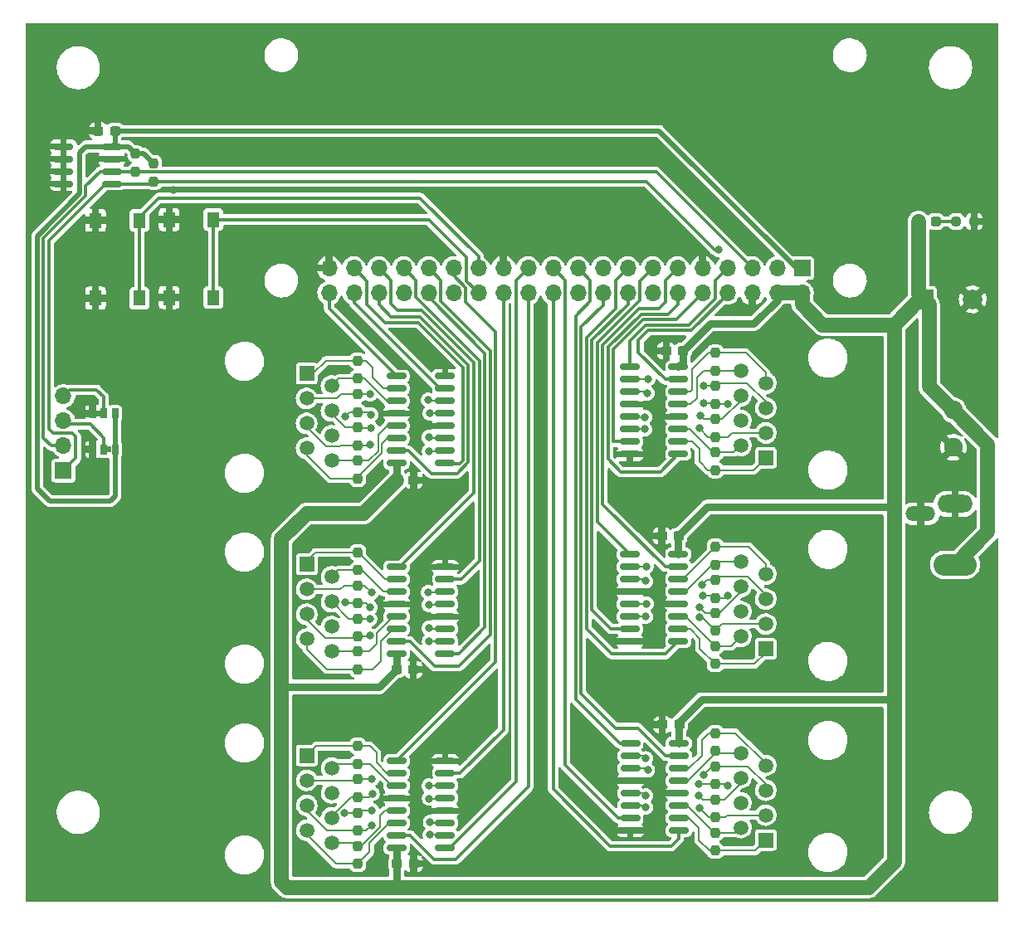
<source format=gbr>
%TF.GenerationSoftware,KiCad,Pcbnew,(6.0.7)*%
%TF.CreationDate,2022-09-14T00:34:43-04:00*%
%TF.ProjectId,Pi_Zero_24_Diff,50695f5a-6572-46f5-9f32-345f44696666,v1*%
%TF.SameCoordinates,Original*%
%TF.FileFunction,Copper,L1,Top*%
%TF.FilePolarity,Positive*%
%FSLAX46Y46*%
G04 Gerber Fmt 4.6, Leading zero omitted, Abs format (unit mm)*
G04 Created by KiCad (PCBNEW (6.0.7)) date 2022-09-14 00:34:43*
%MOMM*%
%LPD*%
G01*
G04 APERTURE LIST*
G04 Aperture macros list*
%AMRoundRect*
0 Rectangle with rounded corners*
0 $1 Rounding radius*
0 $2 $3 $4 $5 $6 $7 $8 $9 X,Y pos of 4 corners*
0 Add a 4 corners polygon primitive as box body*
4,1,4,$2,$3,$4,$5,$6,$7,$8,$9,$2,$3,0*
0 Add four circle primitives for the rounded corners*
1,1,$1+$1,$2,$3*
1,1,$1+$1,$4,$5*
1,1,$1+$1,$6,$7*
1,1,$1+$1,$8,$9*
0 Add four rect primitives between the rounded corners*
20,1,$1+$1,$2,$3,$4,$5,0*
20,1,$1+$1,$4,$5,$6,$7,0*
20,1,$1+$1,$6,$7,$8,$9,0*
20,1,$1+$1,$8,$9,$2,$3,0*%
G04 Aperture macros list end*
%TA.AperFunction,SMDPad,CuDef*%
%ADD10RoundRect,0.237500X0.300000X0.237500X-0.300000X0.237500X-0.300000X-0.237500X0.300000X-0.237500X0*%
%TD*%
%TA.AperFunction,SMDPad,CuDef*%
%ADD11RoundRect,0.237500X0.237500X-0.250000X0.237500X0.250000X-0.237500X0.250000X-0.237500X-0.250000X0*%
%TD*%
%TA.AperFunction,SMDPad,CuDef*%
%ADD12RoundRect,0.237500X-0.237500X0.250000X-0.237500X-0.250000X0.237500X-0.250000X0.237500X0.250000X0*%
%TD*%
%TA.AperFunction,SMDPad,CuDef*%
%ADD13RoundRect,0.150000X-0.825000X-0.150000X0.825000X-0.150000X0.825000X0.150000X-0.825000X0.150000X0*%
%TD*%
%TA.AperFunction,ComponentPad*%
%ADD14R,2.000000X2.000000*%
%TD*%
%TA.AperFunction,ComponentPad*%
%ADD15C,2.000000*%
%TD*%
%TA.AperFunction,SMDPad,CuDef*%
%ADD16RoundRect,0.237500X0.287500X0.237500X-0.287500X0.237500X-0.287500X-0.237500X0.287500X-0.237500X0*%
%TD*%
%TA.AperFunction,SMDPad,CuDef*%
%ADD17RoundRect,0.237500X0.250000X0.237500X-0.250000X0.237500X-0.250000X-0.237500X0.250000X-0.237500X0*%
%TD*%
%TA.AperFunction,ComponentPad*%
%ADD18R,1.700000X1.700000*%
%TD*%
%TA.AperFunction,ComponentPad*%
%ADD19O,1.700000X1.700000*%
%TD*%
%TA.AperFunction,ComponentPad*%
%ADD20R,1.500000X1.500000*%
%TD*%
%TA.AperFunction,ComponentPad*%
%ADD21C,1.500000*%
%TD*%
%TA.AperFunction,ComponentPad*%
%ADD22C,1.904000*%
%TD*%
%TA.AperFunction,SMDPad,CuDef*%
%ADD23R,1.300000X1.550000*%
%TD*%
%TA.AperFunction,SMDPad,CuDef*%
%ADD24RoundRect,0.150000X0.825000X0.150000X-0.825000X0.150000X-0.825000X-0.150000X0.825000X-0.150000X0*%
%TD*%
%TA.AperFunction,ComponentPad*%
%ADD25O,4.400000X2.200000*%
%TD*%
%TA.AperFunction,ComponentPad*%
%ADD26O,3.600000X1.800000*%
%TD*%
%TA.AperFunction,ComponentPad*%
%ADD27O,3.016000X1.508000*%
%TD*%
%TA.AperFunction,SMDPad,CuDef*%
%ADD28RoundRect,0.237500X-0.300000X-0.237500X0.300000X-0.237500X0.300000X0.237500X-0.300000X0.237500X0*%
%TD*%
%TA.AperFunction,SMDPad,CuDef*%
%ADD29R,0.700000X1.000000*%
%TD*%
%TA.AperFunction,ViaPad*%
%ADD30C,0.800000*%
%TD*%
%TA.AperFunction,Conductor*%
%ADD31C,0.800000*%
%TD*%
%TA.AperFunction,Conductor*%
%ADD32C,0.350000*%
%TD*%
%TA.AperFunction,Conductor*%
%ADD33C,1.500000*%
%TD*%
%TA.AperFunction,Conductor*%
%ADD34C,0.500000*%
%TD*%
%TA.AperFunction,Conductor*%
%ADD35C,0.200000*%
%TD*%
G04 APERTURE END LIST*
%TO.C,PIN2*%
G36*
X-90968400Y25350900D02*
G01*
X-91468400Y25350900D01*
X-91468400Y25950900D01*
X-90968400Y25950900D01*
X-90968400Y25350900D01*
G37*
%TO.C,PIN3*%
G36*
X-92118400Y29000900D02*
G01*
X-92618400Y29000900D01*
X-92618400Y29600900D01*
X-92118400Y29600900D01*
X-92118400Y29000900D01*
G37*
%TD*%
D10*
%TO.P,C9,1*%
%TO.N,+5V*%
X-32664980Y35703900D03*
%TO.P,C9,2*%
%TO.N,GND*%
X-34389980Y35703900D03*
%TD*%
D11*
%TO.P,R28,1*%
%TO.N,OUT21+*%
X-29368400Y23525900D03*
%TO.P,R28,2*%
%TO.N,OUT21-*%
X-29368400Y25350900D03*
%TD*%
D12*
%TO.P,R25,1*%
%TO.N,OUT24+*%
X-29368400Y35500900D03*
%TO.P,R25,2*%
%TO.N,OUT24-*%
X-29368400Y33675900D03*
%TD*%
D10*
%TO.P,C2,1*%
%TO.N,+3V3*%
X-90615900Y58160900D03*
%TO.P,C2,2*%
%TO.N,GND*%
X-92340900Y58160900D03*
%TD*%
D11*
%TO.P,R3,1*%
%TO.N,I2C_SCL*%
X-88518400Y53988400D03*
%TO.P,R3,2*%
%TO.N,+3V3*%
X-88518400Y55813400D03*
%TD*%
D13*
%TO.P,U2,1,A0*%
%TO.N,GND*%
X-95893400Y56555900D03*
%TO.P,U2,2,A1*%
X-95893400Y55285900D03*
%TO.P,U2,3,A2*%
X-95893400Y54015900D03*
%TO.P,U2,4,GND*%
X-95893400Y52745900D03*
%TO.P,U2,5,SDA*%
%TO.N,I2C_SDA*%
X-90943400Y52745900D03*
%TO.P,U2,6,SCL*%
%TO.N,I2C_SCL*%
X-90943400Y54015900D03*
%TO.P,U2,7,WP*%
%TO.N,GND*%
X-90943400Y55285900D03*
%TO.P,U2,8,VCC*%
%TO.N,+3V3*%
X-90943400Y56555900D03*
%TD*%
D11*
%TO.P,R2,1*%
%TO.N,I2C_SDA*%
X-86668400Y52988400D03*
%TO.P,R2,2*%
%TO.N,+3V3*%
X-86668400Y54813400D03*
%TD*%
D14*
%TO.P,C3,1*%
%TO.N,+5V*%
X-8118400Y40950900D03*
D15*
%TO.P,C3,2*%
%TO.N,GND*%
X-3118400Y40950900D03*
%TD*%
D16*
%TO.P,D2,1,K*%
%TO.N,Net-(D2-Pad1)*%
X-6893400Y48900900D03*
%TO.P,D2,2,A*%
%TO.N,+5V*%
X-8643400Y48900900D03*
%TD*%
D17*
%TO.P,R4,1*%
%TO.N,GND*%
X-2955900Y48900900D03*
%TO.P,R4,2*%
%TO.N,Net-(D2-Pad1)*%
X-4780900Y48900900D03*
%TD*%
D11*
%TO.P,R26,1*%
%TO.N,OUT23-*%
X-29368400Y30275900D03*
%TO.P,R26,2*%
%TO.N,OUT23+*%
X-29368400Y32100900D03*
%TD*%
D12*
%TO.P,R27,1*%
%TO.N,OUT22-*%
X-29368400Y28725900D03*
%TO.P,R27,2*%
%TO.N,OUT22+*%
X-29368400Y26900900D03*
%TD*%
D13*
%TO.P,U9,1,1A*%
%TO.N,OUT23*%
X-38093400Y34045900D03*
%TO.P,U9,2,1Y*%
%TO.N,OUT23+*%
X-38093400Y32775900D03*
%TO.P,U9,3,1Z*%
%TO.N,OUT23-*%
X-38093400Y31505900D03*
%TO.P,U9,4,G*%
%TO.N,GND*%
X-38093400Y30235900D03*
%TO.P,U9,5,2Z*%
%TO.N,OUT22-*%
X-38093400Y28965900D03*
%TO.P,U9,6,2Y*%
%TO.N,OUT22+*%
X-38093400Y27695900D03*
%TO.P,U9,7,2A*%
%TO.N,OUT22*%
X-38093400Y26425900D03*
%TO.P,U9,8,GND*%
%TO.N,GND*%
X-38093400Y25155900D03*
%TO.P,U9,9,3A*%
%TO.N,OUT21*%
X-33143400Y25155900D03*
%TO.P,U9,10,3Y*%
%TO.N,OUT21+*%
X-33143400Y26425900D03*
%TO.P,U9,11,3Z*%
%TO.N,OUT21-*%
X-33143400Y27695900D03*
%TO.P,U9,12,~{G}*%
%TO.N,GND*%
X-33143400Y28965900D03*
%TO.P,U9,13,4Z*%
%TO.N,OUT24-*%
X-33143400Y30235900D03*
%TO.P,U9,14,4Y*%
%TO.N,OUT24+*%
X-33143400Y31505900D03*
%TO.P,U9,15,4A*%
%TO.N,OUT24*%
X-33143400Y32775900D03*
%TO.P,U9,16,VCC*%
%TO.N,+5V*%
X-33143400Y34045900D03*
%TD*%
D18*
%TO.P,J4,1,Pin_1*%
%TO.N,I2C_SDA*%
X-95886400Y23470900D03*
D19*
%TO.P,J4,2,Pin_2*%
%TO.N,I2C_SCL*%
X-95886400Y26010900D03*
%TO.P,J4,3,Pin_3*%
%TO.N,Net-(J4-Pad3)*%
X-95886400Y28550900D03*
%TO.P,J4,4,Pin_4*%
%TO.N,Net-(J4-Pad4)*%
X-95886400Y31090900D03*
%TD*%
D20*
%TO.P,J10,1*%
%TO.N,OUT21+*%
X-24227480Y24783900D03*
D21*
%TO.P,J10,2*%
%TO.N,OUT21-*%
X-26767480Y26053900D03*
%TO.P,J10,3*%
%TO.N,OUT22+*%
X-24227480Y27323900D03*
%TO.P,J10,4*%
%TO.N,OUT23-*%
X-26767480Y28593900D03*
%TO.P,J10,5*%
%TO.N,OUT23+*%
X-24227480Y29863900D03*
%TO.P,J10,6*%
%TO.N,OUT22-*%
X-26767480Y31133900D03*
%TO.P,J10,7*%
%TO.N,OUT24+*%
X-24227480Y32403900D03*
%TO.P,J10,8*%
%TO.N,OUT24-*%
X-26767480Y33673900D03*
%TD*%
D20*
%TO.P,J9,1*%
%TO.N,OUT17+*%
X-24227480Y5282650D03*
D21*
%TO.P,J9,2*%
%TO.N,OUT17-*%
X-26767480Y6552650D03*
%TO.P,J9,3*%
%TO.N,OUT18+*%
X-24227480Y7822650D03*
%TO.P,J9,4*%
%TO.N,OUT19-*%
X-26767480Y9092650D03*
%TO.P,J9,5*%
%TO.N,OUT19+*%
X-24227480Y10362650D03*
%TO.P,J9,6*%
%TO.N,OUT18-*%
X-26767480Y11632650D03*
%TO.P,J9,7*%
%TO.N,OUT20+*%
X-24227480Y12902650D03*
%TO.P,J9,8*%
%TO.N,OUT20-*%
X-26767480Y14172650D03*
%TD*%
D10*
%TO.P,C8,1*%
%TO.N,+5V*%
X-33105900Y16800900D03*
%TO.P,C8,2*%
%TO.N,GND*%
X-34830900Y16800900D03*
%TD*%
D12*
%TO.P,R21,1*%
%TO.N,OUT20+*%
X-29368400Y15713400D03*
%TO.P,R21,2*%
%TO.N,OUT20-*%
X-29368400Y13888400D03*
%TD*%
D11*
%TO.P,R22,1*%
%TO.N,OUT19-*%
X-29368400Y10488400D03*
%TO.P,R22,2*%
%TO.N,OUT19+*%
X-29368400Y12313400D03*
%TD*%
D13*
%TO.P,U8,1,1A*%
%TO.N,OUT19*%
X-38093400Y14945900D03*
%TO.P,U8,2,1Y*%
%TO.N,OUT19+*%
X-38093400Y13675900D03*
%TO.P,U8,3,1Z*%
%TO.N,OUT19-*%
X-38093400Y12405900D03*
%TO.P,U8,4,G*%
%TO.N,GND*%
X-38093400Y11135900D03*
%TO.P,U8,5,2Z*%
%TO.N,OUT18-*%
X-38093400Y9865900D03*
%TO.P,U8,6,2Y*%
%TO.N,OUT18+*%
X-38093400Y8595900D03*
%TO.P,U8,7,2A*%
%TO.N,OUT18*%
X-38093400Y7325900D03*
%TO.P,U8,8,GND*%
%TO.N,GND*%
X-38093400Y6055900D03*
%TO.P,U8,9,3A*%
%TO.N,OUT17*%
X-33143400Y6055900D03*
%TO.P,U8,10,3Y*%
%TO.N,OUT17+*%
X-33143400Y7325900D03*
%TO.P,U8,11,3Z*%
%TO.N,OUT17-*%
X-33143400Y8595900D03*
%TO.P,U8,12,~{G}*%
%TO.N,GND*%
X-33143400Y9865900D03*
%TO.P,U8,13,4Z*%
%TO.N,OUT20-*%
X-33143400Y11135900D03*
%TO.P,U8,14,4Y*%
%TO.N,OUT20+*%
X-33143400Y12405900D03*
%TO.P,U8,15,4A*%
%TO.N,OUT20*%
X-33143400Y13675900D03*
%TO.P,U8,16,VCC*%
%TO.N,+5V*%
X-33143400Y14945900D03*
%TD*%
D11*
%TO.P,R24,1*%
%TO.N,OUT17+*%
X-29368400Y3738400D03*
%TO.P,R24,2*%
%TO.N,OUT17-*%
X-29368400Y5563400D03*
%TD*%
D12*
%TO.P,R23,1*%
%TO.N,OUT18-*%
X-29368400Y8963400D03*
%TO.P,R23,2*%
%TO.N,OUT18+*%
X-29368400Y7138400D03*
%TD*%
D22*
%TO.P,J2,1,Pin_1*%
%TO.N,GND*%
X-5067941Y25845340D03*
%TO.P,J2,2,Pin_2*%
%TO.N,+5V*%
X-5067941Y29655340D03*
%TD*%
D23*
%TO.P,SW3,1,1*%
%TO.N,BTN1*%
X-88118400Y41075900D03*
X-88118400Y49025900D03*
%TO.P,SW3,2,2*%
%TO.N,GND*%
X-92618400Y41075900D03*
X-92618400Y49025900D03*
%TD*%
%TO.P,SW2,1,1*%
%TO.N,BTN2*%
X-80593400Y49100900D03*
X-80593400Y41150900D03*
%TO.P,SW2,2,2*%
%TO.N,GND*%
X-85093400Y41150900D03*
X-85093400Y49100900D03*
%TD*%
D12*
%TO.P,R6,1*%
%TO.N,OUT3-*%
X-65868400Y27882900D03*
%TO.P,R6,2*%
%TO.N,OUT3+*%
X-65868400Y26057900D03*
%TD*%
%TO.P,R12,1*%
%TO.N,OUT5+*%
X-65858400Y15126650D03*
%TO.P,R12,2*%
%TO.N,OUT5-*%
X-65858400Y13301650D03*
%TD*%
%TO.P,R8,1*%
%TO.N,OUT1+*%
X-65868400Y34695400D03*
%TO.P,R8,2*%
%TO.N,OUT1-*%
X-65868400Y32870400D03*
%TD*%
D20*
%TO.P,J7,1*%
%TO.N,OUT9+*%
X-71058400Y-5590350D03*
D21*
%TO.P,J7,2*%
%TO.N,OUT9-*%
X-68518400Y-6860350D03*
%TO.P,J7,3*%
%TO.N,OUT10+*%
X-71058400Y-8130350D03*
%TO.P,J7,4*%
%TO.N,OUT11-*%
X-68518400Y-9400350D03*
%TO.P,J7,5*%
%TO.N,OUT11+*%
X-71058400Y-10670350D03*
%TO.P,J7,6*%
%TO.N,OUT10-*%
X-68518400Y-11940350D03*
%TO.P,J7,7*%
%TO.N,OUT12+*%
X-71058400Y-13210350D03*
%TO.P,J7,8*%
%TO.N,OUT12-*%
X-68518400Y-14480350D03*
%TD*%
D12*
%TO.P,R14,1*%
%TO.N,OUT11-*%
X-65858400Y-11435850D03*
%TO.P,R14,2*%
%TO.N,OUT11+*%
X-65858400Y-13260850D03*
%TD*%
D24*
%TO.P,U6,1,1A*%
%TO.N,OUT11*%
X-56933400Y-15030850D03*
%TO.P,U6,2,1Y*%
%TO.N,OUT11+*%
X-56933400Y-13760850D03*
%TO.P,U6,3,1Z*%
%TO.N,OUT11-*%
X-56933400Y-12490850D03*
%TO.P,U6,4,G*%
%TO.N,GND*%
X-56933400Y-11220850D03*
%TO.P,U6,5,2Z*%
%TO.N,OUT10-*%
X-56933400Y-9950850D03*
%TO.P,U6,6,2Y*%
%TO.N,OUT10+*%
X-56933400Y-8680850D03*
%TO.P,U6,7,2A*%
%TO.N,OUT10*%
X-56933400Y-7410850D03*
%TO.P,U6,8,GND*%
%TO.N,GND*%
X-56933400Y-6140850D03*
%TO.P,U6,9,3A*%
%TO.N,OUT9*%
X-61883400Y-6140850D03*
%TO.P,U6,10,3Y*%
%TO.N,OUT9+*%
X-61883400Y-7410850D03*
%TO.P,U6,11,3Z*%
%TO.N,OUT9-*%
X-61883400Y-8680850D03*
%TO.P,U6,12,~{G}*%
%TO.N,GND*%
X-61883400Y-9950850D03*
%TO.P,U6,13,4Z*%
%TO.N,OUT12-*%
X-61883400Y-11220850D03*
%TO.P,U6,14,4Y*%
%TO.N,OUT12+*%
X-61883400Y-12490850D03*
%TO.P,U6,15,4A*%
%TO.N,OUT12*%
X-61883400Y-13760850D03*
%TO.P,U6,16,VCC*%
%TO.N,+5V*%
X-61883400Y-15030850D03*
%TD*%
D11*
%TO.P,R13,1*%
%TO.N,OUT12+*%
X-65858400Y-16648350D03*
%TO.P,R13,2*%
%TO.N,OUT12-*%
X-65858400Y-14823350D03*
%TD*%
%TO.P,R11,1*%
%TO.N,OUT6-*%
X-65858400Y9939150D03*
%TO.P,R11,2*%
%TO.N,OUT6+*%
X-65858400Y11764150D03*
%TD*%
%TO.P,R5,1*%
%TO.N,OUT4+*%
X-65868400Y22657900D03*
%TO.P,R5,2*%
%TO.N,OUT4-*%
X-65868400Y24482900D03*
%TD*%
D25*
%TO.P,J3,1*%
%TO.N,+5V*%
X-4918400Y13875900D03*
D26*
%TO.P,J3,2*%
%TO.N,GND*%
X-4918400Y20075900D03*
D27*
%TO.P,J3,3*%
X-8418400Y19075900D03*
%TD*%
D11*
%TO.P,R9,1*%
%TO.N,OUT8+*%
X-65858400Y3201650D03*
%TO.P,R9,2*%
%TO.N,OUT8-*%
X-65858400Y5026650D03*
%TD*%
D20*
%TO.P,J5,1*%
%TO.N,OUT1+*%
X-71068400Y33380900D03*
D21*
%TO.P,J5,2*%
%TO.N,OUT1-*%
X-68528400Y32110900D03*
%TO.P,J5,3*%
%TO.N,OUT2+*%
X-71068400Y30840900D03*
%TO.P,J5,4*%
%TO.N,OUT3-*%
X-68528400Y29570900D03*
%TO.P,J5,5*%
%TO.N,OUT3+*%
X-71068400Y28300900D03*
%TO.P,J5,6*%
%TO.N,OUT2-*%
X-68528400Y27030900D03*
%TO.P,J5,7*%
%TO.N,OUT4+*%
X-71068400Y25760900D03*
%TO.P,J5,8*%
%TO.N,OUT4-*%
X-68528400Y24490900D03*
%TD*%
D11*
%TO.P,R20,1*%
%TO.N,OUT13+*%
X-29368400Y-15311600D03*
%TO.P,R20,2*%
%TO.N,OUT13-*%
X-29368400Y-13486600D03*
%TD*%
D28*
%TO.P,C6,1*%
%TO.N,+5V*%
X-61870900Y-16635850D03*
%TO.P,C6,2*%
%TO.N,GND*%
X-60145900Y-16635850D03*
%TD*%
%TO.P,C5,1*%
%TO.N,+5V*%
X-61920900Y3164150D03*
%TO.P,C5,2*%
%TO.N,GND*%
X-60195900Y3164150D03*
%TD*%
D12*
%TO.P,R17,1*%
%TO.N,OUT16+*%
X-29368400Y-3299100D03*
%TO.P,R17,2*%
%TO.N,OUT16-*%
X-29368400Y-5124100D03*
%TD*%
D11*
%TO.P,R15,1*%
%TO.N,OUT10-*%
X-65858400Y-9848350D03*
%TO.P,R15,2*%
%TO.N,OUT10+*%
X-65858400Y-8023350D03*
%TD*%
D20*
%TO.P,J6,1*%
%TO.N,OUT5+*%
X-71058400Y13910900D03*
D21*
%TO.P,J6,2*%
%TO.N,OUT5-*%
X-68518400Y12640900D03*
%TO.P,J6,3*%
%TO.N,OUT6+*%
X-71058400Y11370900D03*
%TO.P,J6,4*%
%TO.N,OUT7-*%
X-68518400Y10100900D03*
%TO.P,J6,5*%
%TO.N,OUT7+*%
X-71058400Y8830900D03*
%TO.P,J6,6*%
%TO.N,OUT6-*%
X-68518400Y7560900D03*
%TO.P,J6,7*%
%TO.N,OUT8+*%
X-71058400Y6290900D03*
%TO.P,J6,8*%
%TO.N,OUT8-*%
X-68518400Y5020900D03*
%TD*%
D29*
%TO.P,PIN2,1,A*%
%TO.N,+3V3*%
X-90618400Y25650900D03*
%TO.P,PIN2,2,C*%
%TO.N,Net-(J4-Pad3)*%
X-91761400Y25650900D03*
%TO.P,PIN2,3,B*%
%TO.N,GND*%
X-92904400Y25650900D03*
%TD*%
D11*
%TO.P,R18,1*%
%TO.N,OUT15-*%
X-29368400Y-8511600D03*
%TO.P,R18,2*%
%TO.N,OUT15+*%
X-29368400Y-6686600D03*
%TD*%
D28*
%TO.P,C4,1*%
%TO.N,+5V*%
X-61880900Y22500900D03*
%TO.P,C4,2*%
%TO.N,GND*%
X-60155900Y22500900D03*
%TD*%
D12*
%TO.P,R16,1*%
%TO.N,OUT9+*%
X-65858400Y-4623350D03*
%TO.P,R16,2*%
%TO.N,OUT9-*%
X-65858400Y-6448350D03*
%TD*%
D24*
%TO.P,U4,1,1A*%
%TO.N,OUT3*%
X-56943400Y24237900D03*
%TO.P,U4,2,1Y*%
%TO.N,OUT3+*%
X-56943400Y25507900D03*
%TO.P,U4,3,1Z*%
%TO.N,OUT3-*%
X-56943400Y26777900D03*
%TO.P,U4,4,G*%
%TO.N,GND*%
X-56943400Y28047900D03*
%TO.P,U4,5,2Z*%
%TO.N,OUT2-*%
X-56943400Y29317900D03*
%TO.P,U4,6,2Y*%
%TO.N,OUT2+*%
X-56943400Y30587900D03*
%TO.P,U4,7,2A*%
%TO.N,OUT2*%
X-56943400Y31857900D03*
%TO.P,U4,8,GND*%
%TO.N,GND*%
X-56943400Y33127900D03*
%TO.P,U4,9,3A*%
%TO.N,OUT1*%
X-61893400Y33127900D03*
%TO.P,U4,10,3Y*%
%TO.N,OUT1+*%
X-61893400Y31857900D03*
%TO.P,U4,11,3Z*%
%TO.N,OUT1-*%
X-61893400Y30587900D03*
%TO.P,U4,12,~{G}*%
%TO.N,GND*%
X-61893400Y29317900D03*
%TO.P,U4,13,4Z*%
%TO.N,OUT4-*%
X-61893400Y28047900D03*
%TO.P,U4,14,4Y*%
%TO.N,OUT4+*%
X-61893400Y26777900D03*
%TO.P,U4,15,4A*%
%TO.N,OUT4*%
X-61893400Y25507900D03*
%TO.P,U4,16,VCC*%
%TO.N,+5V*%
X-61893400Y24237900D03*
%TD*%
D12*
%TO.P,R10,1*%
%TO.N,OUT7-*%
X-65858400Y8376650D03*
%TO.P,R10,2*%
%TO.N,OUT7+*%
X-65858400Y6551650D03*
%TD*%
D29*
%TO.P,PIN3,1,A*%
%TO.N,+3V3*%
X-90625400Y29300900D03*
%TO.P,PIN3,2,C*%
%TO.N,Net-(J4-Pad4)*%
X-91768400Y29300900D03*
%TO.P,PIN3,3,B*%
%TO.N,GND*%
X-92911400Y29300900D03*
%TD*%
D10*
%TO.P,C7,1*%
%TO.N,+5V*%
X-33055900Y-2449100D03*
%TO.P,C7,2*%
%TO.N,GND*%
X-34780900Y-2449100D03*
%TD*%
D24*
%TO.P,U5,1,1A*%
%TO.N,OUT7*%
X-56933400Y4769150D03*
%TO.P,U5,2,1Y*%
%TO.N,OUT7+*%
X-56933400Y6039150D03*
%TO.P,U5,3,1Z*%
%TO.N,OUT7-*%
X-56933400Y7309150D03*
%TO.P,U5,4,G*%
%TO.N,GND*%
X-56933400Y8579150D03*
%TO.P,U5,5,2Z*%
%TO.N,OUT6-*%
X-56933400Y9849150D03*
%TO.P,U5,6,2Y*%
%TO.N,OUT6+*%
X-56933400Y11119150D03*
%TO.P,U5,7,2A*%
%TO.N,OUT6*%
X-56933400Y12389150D03*
%TO.P,U5,8,GND*%
%TO.N,GND*%
X-56933400Y13659150D03*
%TO.P,U5,9,3A*%
%TO.N,OUT5*%
X-61883400Y13659150D03*
%TO.P,U5,10,3Y*%
%TO.N,OUT5+*%
X-61883400Y12389150D03*
%TO.P,U5,11,3Z*%
%TO.N,OUT5-*%
X-61883400Y11119150D03*
%TO.P,U5,12,~{G}*%
%TO.N,GND*%
X-61883400Y9849150D03*
%TO.P,U5,13,4Z*%
%TO.N,OUT8-*%
X-61883400Y8579150D03*
%TO.P,U5,14,4Y*%
%TO.N,OUT8+*%
X-61883400Y7309150D03*
%TO.P,U5,15,4A*%
%TO.N,OUT8*%
X-61883400Y6039150D03*
%TO.P,U5,16,VCC*%
%TO.N,+5V*%
X-61883400Y4769150D03*
%TD*%
D13*
%TO.P,U7,1,1A*%
%TO.N,OUT15*%
X-38043400Y-4354100D03*
%TO.P,U7,2,1Y*%
%TO.N,OUT15+*%
X-38043400Y-5624100D03*
%TO.P,U7,3,1Z*%
%TO.N,OUT15-*%
X-38043400Y-6894100D03*
%TO.P,U7,4,G*%
%TO.N,GND*%
X-38043400Y-8164100D03*
%TO.P,U7,5,2Z*%
%TO.N,OUT14-*%
X-38043400Y-9434100D03*
%TO.P,U7,6,2Y*%
%TO.N,OUT14+*%
X-38043400Y-10704100D03*
%TO.P,U7,7,2A*%
%TO.N,OUT14*%
X-38043400Y-11974100D03*
%TO.P,U7,8,GND*%
%TO.N,GND*%
X-38043400Y-13244100D03*
%TO.P,U7,9,3A*%
%TO.N,OUT13*%
X-33093400Y-13244100D03*
%TO.P,U7,10,3Y*%
%TO.N,OUT13+*%
X-33093400Y-11974100D03*
%TO.P,U7,11,3Z*%
%TO.N,OUT13-*%
X-33093400Y-10704100D03*
%TO.P,U7,12,~{G}*%
%TO.N,GND*%
X-33093400Y-9434100D03*
%TO.P,U7,13,4Z*%
%TO.N,OUT16-*%
X-33093400Y-8164100D03*
%TO.P,U7,14,4Y*%
%TO.N,OUT16+*%
X-33093400Y-6894100D03*
%TO.P,U7,15,4A*%
%TO.N,OUT16*%
X-33093400Y-5624100D03*
%TO.P,U7,16,VCC*%
%TO.N,+5V*%
X-33093400Y-4354100D03*
%TD*%
D11*
%TO.P,R7,1*%
%TO.N,OUT2-*%
X-65868400Y29457900D03*
%TO.P,R7,2*%
%TO.N,OUT2+*%
X-65868400Y31282900D03*
%TD*%
D12*
%TO.P,R19,1*%
%TO.N,OUT14-*%
X-29368400Y-10086600D03*
%TO.P,R19,2*%
%TO.N,OUT14+*%
X-29368400Y-11911600D03*
%TD*%
D20*
%TO.P,J8,1*%
%TO.N,OUT13+*%
X-24227480Y-14218600D03*
D21*
%TO.P,J8,2*%
%TO.N,OUT13-*%
X-26767480Y-12948600D03*
%TO.P,J8,3*%
%TO.N,OUT14+*%
X-24227480Y-11678600D03*
%TO.P,J8,4*%
%TO.N,OUT15-*%
X-26767480Y-10408600D03*
%TO.P,J8,5*%
%TO.N,OUT15+*%
X-24227480Y-9138600D03*
%TO.P,J8,6*%
%TO.N,OUT14-*%
X-26767480Y-7868600D03*
%TO.P,J8,7*%
%TO.N,OUT16+*%
X-24227480Y-6598600D03*
%TO.P,J8,8*%
%TO.N,OUT16-*%
X-26767480Y-5328600D03*
%TD*%
D18*
%TO.P,U3,1,3V3*%
%TO.N,+3V3*%
X-20518400Y44145900D03*
D19*
%TO.P,U3,2,5V*%
%TO.N,+5V*%
X-20518400Y41605900D03*
%TO.P,U3,3,SDA/GPIO2*%
%TO.N,I2C_SDA*%
X-23058400Y44145900D03*
%TO.P,U3,4,5V*%
%TO.N,+5V*%
X-23058400Y41605900D03*
%TO.P,U3,5,SCL/GPIO3*%
%TO.N,I2C_SCL*%
X-25598400Y44145900D03*
%TO.P,U3,6,GND*%
%TO.N,GND*%
X-25598400Y41605900D03*
%TO.P,U3,7,GCLK0/GPIO4*%
%TO.N,OUT23*%
X-28138400Y44145900D03*
%TO.P,U3,8,GPIO14/TXD*%
%TO.N,OUT24*%
X-28138400Y41605900D03*
%TO.P,U3,9,GND*%
%TO.N,GND*%
X-30678400Y44145900D03*
%TO.P,U3,10,GPIO15/RXD*%
%TO.N,OUT22*%
X-30678400Y41605900D03*
%TO.P,U3,11,GPIO17*%
%TO.N,OUT20*%
X-33218400Y44145900D03*
%TO.P,U3,12,GPIO18/PWM0*%
%TO.N,OUT21*%
X-33218400Y41605900D03*
%TO.P,U3,13,GPIO27*%
%TO.N,OUT19*%
X-35758400Y44145900D03*
%TO.P,U3,14,GND*%
%TO.N,GND*%
X-35758400Y41605900D03*
%TO.P,U3,15,GPIO22*%
%TO.N,OUT17*%
X-38298400Y44145900D03*
%TO.P,U3,16,GPIO23*%
%TO.N,OUT18*%
X-38298400Y41605900D03*
%TO.P,U3,17,3V3*%
%TO.N,unconnected-(U3-Pad17)*%
X-40838400Y44145900D03*
%TO.P,U3,18,GPIO24*%
%TO.N,OUT16*%
X-40838400Y41605900D03*
%TO.P,U3,19,MOSI0/GPIO10*%
%TO.N,OUT15*%
X-43378400Y44145900D03*
%TO.P,U3,20,GND*%
%TO.N,GND*%
X-43378400Y41605900D03*
%TO.P,U3,21,MISO0/GPIO9*%
%TO.N,OUT14*%
X-45918400Y44145900D03*
%TO.P,U3,22,GPIO25*%
%TO.N,OUT13*%
X-45918400Y41605900D03*
%TO.P,U3,23,SCLK0/GPIO11*%
%TO.N,OUT11*%
X-48458400Y44145900D03*
%TO.P,U3,24,~{CE0}/GPIO8*%
%TO.N,OUT12*%
X-48458400Y41605900D03*
%TO.P,U3,25,GND*%
%TO.N,GND*%
X-50998400Y44145900D03*
%TO.P,U3,26,~{CE1}/GPIO7*%
%TO.N,OUT10*%
X-50998400Y41605900D03*
%TO.P,U3,27,ID_SD/GPIO0*%
%TO.N,BTN1*%
X-53538400Y44145900D03*
%TO.P,U3,28,ID_SC/GPIO1*%
%TO.N,BTN2*%
X-53538400Y41605900D03*
%TO.P,U3,29,GCLK1/GPIO5*%
%TO.N,OUT9*%
X-56078400Y44145900D03*
%TO.P,U3,30,GND*%
%TO.N,GND*%
X-56078400Y41605900D03*
%TO.P,U3,31,GCLK2/GPIO6*%
%TO.N,OUT8*%
X-58618400Y44145900D03*
%TO.P,U3,32,PWM0/GPIO12*%
%TO.N,OUT7*%
X-58618400Y41605900D03*
%TO.P,U3,33,PWM1/GPIO13*%
%TO.N,OUT6*%
X-61158400Y44145900D03*
%TO.P,U3,34,GND*%
%TO.N,GND*%
X-61158400Y41605900D03*
%TO.P,U3,35,GPIO19/MISO1*%
%TO.N,OUT5*%
X-63698400Y44145900D03*
%TO.P,U3,36,GPIO16*%
%TO.N,OUT4*%
X-63698400Y41605900D03*
%TO.P,U3,37,GPIO26*%
%TO.N,OUT3*%
X-66238400Y44145900D03*
%TO.P,U3,38,GPIO20/MOSI1*%
%TO.N,OUT2*%
X-66238400Y41605900D03*
%TO.P,U3,39,GND*%
%TO.N,GND*%
X-68778400Y44145900D03*
%TO.P,U3,40,GPIO21/SCLK1*%
%TO.N,OUT1*%
X-68778400Y41605900D03*
%TD*%
D30*
%TO.N,GND*%
X-36918400Y51650900D03*
X-63468400Y15000900D03*
X-52162311Y-2350929D03*
X-95868400Y33600900D03*
X-76868400Y55600900D03*
X-59368400Y-6149100D03*
X-40268400Y-8199100D03*
X-2968400Y47200900D03*
X-47068400Y20000900D03*
X-61868400Y55600900D03*
X-54918400Y14000900D03*
X-71368400Y-399100D03*
X-54868400Y7350900D03*
X-57868400Y-17399100D03*
X-55868400Y21100900D03*
X-73368400Y35350900D03*
X-44868400Y-8399100D03*
X-92898400Y30700900D03*
X-94218400Y29400900D03*
X-59068400Y13550900D03*
X-93668400Y43100900D03*
X-97818400Y55250900D03*
X-13868400Y-1399100D03*
X-89868400Y18600900D03*
X-13868400Y2600900D03*
X-13868400Y-14399100D03*
X-63118400Y35850900D03*
X-97618400Y-19149100D03*
X-13468400Y35800900D03*
X-40068400Y-13199100D03*
X-43468400Y-1799100D03*
X-13668400Y22000900D03*
X-41468400Y4400900D03*
X-59627480Y28035900D03*
X-35518400Y26250900D03*
X-60268400Y50200900D03*
X-97868400Y600900D03*
X-57668400Y46350900D03*
X-54618400Y-11149100D03*
X-78468400Y41000900D03*
X-2968400Y50700900D03*
X-69868400Y16350900D03*
X-85118400Y55000900D03*
X-10468400Y-19399100D03*
X-86868400Y-19149100D03*
X-95868400Y37600900D03*
X-90868400Y47600900D03*
X-35168400Y-8299100D03*
X-93618400Y47200900D03*
X-84668400Y52150900D03*
X-96168400Y46400900D03*
X-8868400Y-199100D03*
X-92268400Y59550900D03*
X-88268400Y57150900D03*
X-34868400Y-799100D03*
X-57618400Y34750900D03*
X-38868400Y59600900D03*
X-35968400Y56200900D03*
X-29868400Y1600900D03*
X-93558400Y27080900D03*
X-98718265Y50054222D03*
X-21868400Y66600900D03*
X-61868400Y66600900D03*
X-83268400Y41200900D03*
X-56768400Y15200900D03*
X-60118400Y1350900D03*
X-26118400Y47250900D03*
X-29268400Y21600900D03*
X-97868400Y54000900D03*
X-60118400Y20850900D03*
X-66868400Y59600900D03*
X-67618400Y21100900D03*
X-82868400Y66600900D03*
X-35818400Y-13249100D03*
X-36318400Y-2349100D03*
X-35618400Y30150900D03*
X-85268400Y42900900D03*
X-36168400Y25100900D03*
X-93818400Y58150900D03*
X-58368400Y2350900D03*
X-68868400Y38100900D03*
X-35168400Y18150900D03*
X-95368400Y40900900D03*
X-86568400Y41150900D03*
X-35868400Y35800900D03*
X-59618400Y31850900D03*
X-52118400Y1850900D03*
X-83218400Y59350900D03*
X-59618400Y8400900D03*
X-51868400Y59600900D03*
X-47268400Y-9799100D03*
X-88868400Y23600900D03*
X-73118400Y22600900D03*
X-54668400Y18800900D03*
X-27868400Y37000900D03*
X-36218400Y16800900D03*
X-62118400Y-3649100D03*
X-92918400Y55250900D03*
X-35868400Y66600900D03*
X-75368400Y-19399100D03*
X-31868400Y-17399100D03*
X-55068400Y-5799100D03*
X-40468400Y11150900D03*
X-93818400Y23900900D03*
X-48868400Y66600900D03*
X-71368400Y3350900D03*
X-45868400Y-17399100D03*
X-88868400Y31600900D03*
X-97818400Y52600900D03*
X-88668400Y51550900D03*
X-32068400Y23800900D03*
X-40068400Y-5199100D03*
X-40868400Y16000900D03*
X-45868400Y55600900D03*
X-20418400Y46900900D03*
X-47345750Y5149210D03*
X-91068400Y41000900D03*
X-57318400Y51650900D03*
X-97868400Y15600900D03*
X-21868400Y-17399100D03*
X-75868400Y-399100D03*
X-60368400Y36850900D03*
X-10568400Y45900900D03*
X-59618400Y-10849100D03*
X-35868400Y6600900D03*
X-1268400Y48900900D03*
X-35368400Y11000900D03*
X-33168400Y58800900D03*
X-22868400Y38200900D03*
X-46618400Y51700900D03*
X-47268400Y38600900D03*
X-39668400Y22000900D03*
X-47268400Y29600900D03*
X-56918400Y-4699100D03*
X-58118400Y22100900D03*
X-97818400Y56550900D03*
X-52868400Y4600900D03*
X-85018400Y47400900D03*
X-32518400Y46800900D03*
X-74868400Y19600900D03*
X-29868400Y-1399100D03*
X-8668400Y50800900D03*
%TO.N,OUT2+*%
X-64568400Y31282900D03*
X-58668400Y30682900D03*
%TO.N,OUT3-*%
X-64468400Y27782900D03*
X-58618400Y26882900D03*
%TO.N,OUT3+*%
X-58568400Y25482900D03*
X-64618400Y26132900D03*
%TO.N,OUT2-*%
X-58518400Y29332900D03*
X-64518400Y29182900D03*
X-67168400Y28982900D03*
%TO.N,OUT6+*%
X-58658400Y11064150D03*
X-64458400Y11014150D03*
%TO.N,OUT7-*%
X-58608400Y7414150D03*
X-64608400Y8314150D03*
%TO.N,OUT7+*%
X-64608400Y6664150D03*
X-58558400Y6064150D03*
%TO.N,OUT6-*%
X-58608400Y9764150D03*
X-67108400Y10014150D03*
X-64558400Y9514150D03*
%TO.N,OUT10+*%
X-58608400Y-8685850D03*
X-64408400Y-7985850D03*
%TO.N,OUT11-*%
X-67208400Y-11485850D03*
X-64408400Y-11185850D03*
X-58458400Y-12385850D03*
%TO.N,OUT11+*%
X-64458400Y-12735850D03*
X-58508400Y-13685850D03*
%TO.N,OUT10-*%
X-64358400Y-9485850D03*
X-58558400Y-9985850D03*
%TO.N,OUT14+*%
X-30968400Y-10999100D03*
X-36468400Y-10899100D03*
%TO.N,OUT15-*%
X-31068400Y-8499100D03*
X-28068400Y-8699100D03*
X-36268400Y-7099100D03*
%TO.N,OUT15+*%
X-30598778Y-7568722D03*
X-36468400Y-5899100D03*
%TO.N,OUT14-*%
X-31068400Y-9699100D03*
X-36468400Y-9699100D03*
%TO.N,OUT22+*%
X-31018400Y27800900D03*
X-36568400Y27700900D03*
%TO.N,OUT23-*%
X-30518400Y30350900D03*
X-36318400Y31350900D03*
X-28118400Y30250900D03*
%TO.N,OUT23+*%
X-36218400Y32850900D03*
X-30568900Y32100900D03*
%TO.N,I2C_SDA*%
X-29018400Y46000900D03*
%TO.N,OUT22-*%
X-36568400Y28950900D03*
X-30918400Y29100900D03*
%TO.N,OUT18-*%
X-36368400Y9900900D03*
X-30968400Y9500900D03*
%TO.N,OUT19+*%
X-30718400Y11850900D03*
X-36418400Y13650900D03*
%TO.N,OUT19-*%
X-28118400Y10750900D03*
X-30668400Y10700900D03*
X-36468400Y12200900D03*
%TO.N,OUT18+*%
X-30968400Y8500900D03*
X-36468400Y8600900D03*
%TD*%
D31*
%TO.N,+5V*%
X-25438400Y38500900D02*
X-23058400Y40880900D01*
X-23058400Y40880900D02*
X-23058400Y41605900D01*
X-29867980Y38500900D02*
X-25438400Y38500900D01*
X-32664980Y35703900D02*
X-29867980Y38500900D01*
D32*
%TO.N,OUT22*%
X-36719398Y38899902D02*
X-39758400Y35860900D01*
X-33384398Y38899902D02*
X-36719398Y38899902D01*
X-39758400Y26425900D02*
X-38093400Y26425900D01*
X-30678400Y41605900D02*
X-33384398Y38899902D01*
X-39758400Y35860900D02*
X-39758400Y26425900D01*
%TO.N,Net-(J4-Pad4)*%
X-92498400Y31730900D02*
X-91768400Y31000900D01*
X-95246400Y31730900D02*
X-92498400Y31730900D01*
X-95886400Y31090900D02*
X-95246400Y31730900D01*
X-91768400Y31000900D02*
X-91768400Y29300900D01*
D33*
%TO.N,+5V*%
X-7568400Y32056001D02*
X-5168859Y29656460D01*
X-18418400Y38350900D02*
X-11118400Y38350900D01*
D31*
X-33143400Y34045900D02*
X-32668400Y34520900D01*
D33*
X-20518400Y41605900D02*
X-20518400Y40450900D01*
X-23058400Y41605900D02*
X-20518400Y41605900D01*
D31*
X-33093400Y-2486600D02*
X-33055900Y-2449100D01*
D33*
X-20518400Y40450900D02*
X-18418400Y38350900D01*
D31*
X-61870900Y-16635850D02*
X-61870900Y-19051600D01*
X-30218400Y19750900D02*
X-11118400Y19750900D01*
X-33093400Y-4354100D02*
X-33093400Y-2486600D01*
D33*
X-8643400Y41475900D02*
X-8118400Y40950900D01*
X-73618400Y16550900D02*
X-71068400Y19100900D01*
X-11118400Y38350900D02*
X-11118400Y19750900D01*
D31*
X-63684150Y1400900D02*
X-73618400Y1400900D01*
X-32668400Y35700480D02*
X-32664980Y35703900D01*
D33*
X-73618400Y1400900D02*
X-73618400Y16550900D01*
X-8518400Y40950900D02*
X-8118400Y40950900D01*
X-1568400Y26155799D02*
X-5067941Y29655340D01*
D31*
X-61893400Y24237900D02*
X-61893400Y22513400D01*
X-61870900Y-19051600D02*
X-61968400Y-19149100D01*
D33*
X-73618400Y-18499100D02*
X-73068400Y-19049100D01*
D34*
X-33055900Y-2449100D02*
X-33055900Y-2186600D01*
D33*
X-11118400Y100900D02*
X-11118400Y-16449100D01*
D34*
X-61893400Y22513400D02*
X-61880900Y22500900D01*
D33*
X-11118400Y38350900D02*
X-8518400Y40950900D01*
X-13718400Y-19049100D02*
X-73068400Y-19049100D01*
X-73618400Y1400900D02*
X-73618400Y-18499100D01*
X-11118400Y-16449100D02*
X-13718400Y-19049100D01*
D34*
X-33105900Y16800900D02*
X-33105900Y16863400D01*
D33*
X-71068400Y19100900D02*
X-65280900Y19100900D01*
D31*
X-33105900Y16863400D02*
X-30218400Y19750900D01*
D34*
X-33143400Y16763400D02*
X-33105900Y16800900D01*
D33*
X-8643400Y48900900D02*
X-8643400Y41475900D01*
D34*
X-61883400Y-16623350D02*
X-61870900Y-16635850D01*
D31*
X-30768400Y100900D02*
X-11118400Y100900D01*
D33*
X-8118400Y40950900D02*
X-7568400Y40400900D01*
D31*
X-61920900Y3164150D02*
X-63684150Y1400900D01*
X-61883400Y4769150D02*
X-61883400Y3201650D01*
X-33143400Y14945900D02*
X-33143400Y16763400D01*
D33*
X-65280900Y19100900D02*
X-61880900Y22500900D01*
D31*
X-33055900Y-2186600D02*
X-30768400Y100900D01*
X-61883400Y-15030850D02*
X-61883400Y-16623350D01*
D33*
X-4918400Y13875900D02*
X-1568400Y17225900D01*
D31*
X-32668400Y34520900D02*
X-32668400Y35700480D01*
D33*
X-11118400Y19750900D02*
X-11118400Y100900D01*
D34*
X-61883400Y3201650D02*
X-61920900Y3164150D01*
D33*
X-7568400Y40400900D02*
X-7568400Y32056001D01*
X-1568400Y17225900D02*
X-1568400Y26155799D01*
D32*
%TO.N,Net-(D2-Pad1)*%
X-4780900Y48900900D02*
X-6893400Y48900900D01*
%TO.N,Net-(J4-Pad3)*%
X-91761400Y26843900D02*
X-93118400Y28200900D01*
X-93118400Y28200900D02*
X-95536400Y28200900D01*
X-91761400Y25650900D02*
X-91761400Y26843900D01*
X-95536400Y28200900D02*
X-95886400Y28550900D01*
D35*
%TO.N,OUT1+*%
X-69105900Y34695400D02*
X-70420400Y33380900D01*
X-70420400Y33380900D02*
X-71068400Y33380900D01*
X-65030900Y34695400D02*
X-65868400Y34695400D01*
X-65868400Y34695400D02*
X-69105900Y34695400D01*
X-64368400Y32982900D02*
X-64368400Y34032900D01*
X-64368400Y34032900D02*
X-65030900Y34695400D01*
X-61893400Y31857900D02*
X-63243400Y31857900D01*
X-63243400Y31857900D02*
X-64368400Y32982900D01*
%TO.N,OUT1-*%
X-65155900Y32870400D02*
X-65868400Y32870400D01*
X-68528400Y32122900D02*
X-67780900Y32870400D01*
X-68528400Y32110900D02*
X-68528400Y32122900D01*
X-61893400Y30587900D02*
X-62873400Y30587900D01*
X-62873400Y30587900D02*
X-65155900Y32870400D01*
X-67780900Y32870400D02*
X-65868400Y32870400D01*
%TO.N,OUT2+*%
X-65868400Y31282900D02*
X-67568400Y31282900D01*
X-58573400Y30587900D02*
X-58668400Y30682900D01*
X-68010400Y30840900D02*
X-71068400Y30840900D01*
X-64568400Y31282900D02*
X-65868400Y31282900D01*
X-56943400Y30587900D02*
X-58573400Y30587900D01*
X-67568400Y31282900D02*
X-68010400Y30840900D01*
%TO.N,OUT3-*%
X-64468400Y27782900D02*
X-65768400Y27782900D01*
X-68528400Y29292900D02*
X-68528400Y29570900D01*
X-56943400Y26777900D02*
X-58513400Y26777900D01*
X-65868400Y27882900D02*
X-67118400Y27882900D01*
X-67118400Y27882900D02*
X-68528400Y29292900D01*
X-58513400Y26777900D02*
X-58618400Y26882900D01*
X-65768400Y27782900D02*
X-65868400Y27882900D01*
%TO.N,OUT3+*%
X-65868400Y26057900D02*
X-67593400Y26057900D01*
X-64693400Y26057900D02*
X-64618400Y26132900D01*
X-69118400Y25932900D02*
X-71068400Y27882900D01*
X-65868400Y26057900D02*
X-64693400Y26057900D01*
X-67718400Y25932900D02*
X-69118400Y25932900D01*
X-71068400Y27882900D02*
X-71068400Y28300900D01*
X-67593400Y26057900D02*
X-67718400Y25932900D01*
X-58568400Y25482900D02*
X-56968400Y25482900D01*
%TO.N,OUT2-*%
X-66693400Y29457900D02*
X-67168400Y28982900D01*
X-65868400Y29457900D02*
X-66693400Y29457900D01*
X-64793400Y29457900D02*
X-64518400Y29182900D01*
X-58518400Y29332900D02*
X-56958400Y29332900D01*
X-65868400Y29457900D02*
X-64793400Y29457900D01*
%TO.N,OUT4+*%
X-62823400Y26777900D02*
X-63368899Y26232401D01*
X-63368899Y26232401D02*
X-63368899Y25282401D01*
X-63368899Y25282401D02*
X-65868400Y22782900D01*
X-61893400Y26777900D02*
X-62823400Y26777900D01*
X-68675400Y22657900D02*
X-71068400Y25050900D01*
X-65868400Y22657900D02*
X-68675400Y22657900D01*
X-65868400Y22782900D02*
X-65868400Y22657900D01*
X-71068400Y25050900D02*
X-71068400Y25760900D01*
%TO.N,OUT4-*%
X-62853400Y28047900D02*
X-63768400Y27132900D01*
X-68528400Y24490900D02*
X-65876400Y24490900D01*
X-64733380Y24482900D02*
X-65868400Y24482900D01*
X-61893400Y28047900D02*
X-62853400Y28047900D01*
X-63768400Y25447880D02*
X-64733380Y24482900D01*
X-63768400Y27132900D02*
X-63768400Y25447880D01*
X-65876400Y24490900D02*
X-65868400Y24482900D01*
%TO.N,OUT5+*%
X-70170900Y15126650D02*
X-71058400Y14239150D01*
X-65858400Y15126650D02*
X-70170900Y15126650D01*
X-65820900Y15126650D02*
X-65858400Y15126650D01*
X-71058400Y14239150D02*
X-71058400Y13910900D01*
X-61883400Y12389150D02*
X-63083400Y12389150D01*
X-63083400Y12389150D02*
X-65820900Y15126650D01*
%TO.N,OUT5-*%
X-65445900Y13301650D02*
X-63263400Y11119150D01*
X-65858400Y13301650D02*
X-65445900Y13301650D01*
X-65858400Y13301650D02*
X-67857650Y13301650D01*
X-67857650Y13301650D02*
X-68518400Y12640900D01*
X-63263400Y11119150D02*
X-61883400Y11119150D01*
%TO.N,OUT6+*%
X-67208400Y11764150D02*
X-67601650Y11370900D01*
X-65858400Y11764150D02*
X-67208400Y11764150D01*
X-65858400Y11764150D02*
X-65208400Y11764150D01*
X-58658400Y11064150D02*
X-56988400Y11064150D01*
X-65208400Y11764150D02*
X-64458400Y11014150D01*
X-67601650Y11370900D02*
X-71058400Y11370900D01*
%TO.N,OUT7-*%
X-68518400Y10100900D02*
X-66794150Y8376650D01*
X-58503400Y7309150D02*
X-58608400Y7414150D01*
X-66794150Y8376650D02*
X-65858400Y8376650D01*
X-64608400Y8314150D02*
X-65795900Y8314150D01*
X-65795900Y8314150D02*
X-65858400Y8376650D01*
X-56933400Y7309150D02*
X-58503400Y7309150D01*
%TO.N,OUT7+*%
X-64720900Y6551650D02*
X-64608400Y6664150D01*
X-71058400Y8830900D02*
X-71058400Y8264150D01*
X-71058400Y8264150D02*
X-69158400Y6364150D01*
X-69158400Y6364150D02*
X-66045900Y6364150D01*
X-66045900Y6364150D02*
X-65858400Y6551650D01*
X-58558400Y6064150D02*
X-56958400Y6064150D01*
X-65858400Y6551650D02*
X-64720900Y6551650D01*
%TO.N,OUT6-*%
X-65858400Y9939150D02*
X-67033400Y9939150D01*
X-57078400Y9750900D02*
X-56993400Y9835900D01*
X-65858400Y9939150D02*
X-64983400Y9939150D01*
X-58608400Y9764150D02*
X-57018400Y9764150D01*
X-67033400Y9939150D02*
X-67108400Y10014150D01*
X-64983400Y9939150D02*
X-64558400Y9514150D01*
%TO.N,OUT8+*%
X-63508899Y6025047D02*
X-63508899Y4063651D01*
X-62224796Y7309150D02*
X-63508899Y6025047D01*
X-64370900Y3201650D02*
X-65858400Y3201650D01*
X-61883400Y7309150D02*
X-62224796Y7309150D01*
X-71058400Y6290900D02*
X-71058400Y5230240D01*
X-69029810Y3201650D02*
X-65858400Y3201650D01*
X-71058400Y5230240D02*
X-69029810Y3201650D01*
X-63508899Y4063651D02*
X-64370900Y3201650D01*
%TO.N,OUT8-*%
X-65858400Y5026650D02*
X-65864150Y5020900D01*
X-65858400Y5026650D02*
X-64645900Y5026650D01*
X-62224796Y8579150D02*
X-61883400Y8579150D01*
X-63908400Y6895546D02*
X-62224796Y8579150D01*
X-63908400Y5764150D02*
X-63908400Y6895546D01*
X-65864150Y5020900D02*
X-68518400Y5020900D01*
X-64645900Y5026650D02*
X-63908400Y5764150D01*
%TO.N,OUT9+*%
X-70103900Y-4635850D02*
X-71058400Y-5590350D01*
X-64620900Y-4623350D02*
X-65858400Y-4623350D01*
X-63958400Y-6335850D02*
X-63958400Y-5285850D01*
X-65858400Y-4623350D02*
X-65870900Y-4635850D01*
X-65870900Y-4635850D02*
X-70103900Y-4635850D01*
X-62883400Y-7410850D02*
X-63958400Y-6335850D01*
X-61883400Y-7410850D02*
X-62883400Y-7410850D01*
X-63958400Y-5285850D02*
X-64620900Y-4623350D01*
%TO.N,OUT9-*%
X-68093900Y-6435850D02*
X-68518400Y-6860350D01*
X-61883400Y-8680850D02*
X-62363400Y-8680850D01*
X-65870900Y-6435850D02*
X-68093900Y-6435850D01*
X-62363400Y-8680850D02*
X-64595900Y-6448350D01*
X-65858400Y-6448350D02*
X-65870900Y-6435850D01*
X-64595900Y-6448350D02*
X-65858400Y-6448350D01*
%TO.N,OUT10+*%
X-65858400Y-8023350D02*
X-65965400Y-8130350D01*
X-65820900Y-7985850D02*
X-65858400Y-8023350D01*
X-56933400Y-8680850D02*
X-58603400Y-8680850D01*
X-58603400Y-8680850D02*
X-58608400Y-8685850D01*
X-65965400Y-8130350D02*
X-71058400Y-8130350D01*
X-64408400Y-7985850D02*
X-65820900Y-7985850D01*
%TO.N,OUT11-*%
X-65858400Y-11435850D02*
X-67158400Y-11435850D01*
X-67158400Y-11435850D02*
X-67208400Y-11485850D01*
X-58353400Y-12490850D02*
X-58458400Y-12385850D01*
X-56933400Y-12490850D02*
X-58353400Y-12490850D01*
X-65608400Y-11185850D02*
X-65858400Y-11435850D01*
X-64408400Y-11185850D02*
X-65608400Y-11185850D01*
%TO.N,OUT11+*%
X-71058400Y-11235850D02*
X-71058400Y-10670350D01*
X-65858400Y-13260850D02*
X-69033400Y-13260850D01*
X-69033400Y-13260850D02*
X-71058400Y-11235850D01*
X-58508400Y-13685850D02*
X-57008400Y-13685850D01*
X-65858400Y-13260850D02*
X-64983400Y-13260850D01*
X-57068400Y-13699100D02*
X-56993400Y-13774100D01*
X-64983400Y-13260850D02*
X-64458400Y-12735850D01*
%TO.N,OUT10-*%
X-65858400Y-9848350D02*
X-66560143Y-9848350D01*
X-66560143Y-9848350D02*
X-68518400Y-11806607D01*
X-64720900Y-9848350D02*
X-64358400Y-9485850D01*
X-68518400Y-11806607D02*
X-68518400Y-11940350D01*
X-65858400Y-9848350D02*
X-64720900Y-9848350D01*
X-58558400Y-9985850D02*
X-56968400Y-9985850D01*
%TO.N,OUT12+*%
X-64658400Y-14535850D02*
X-64658400Y-15448350D01*
X-68095900Y-16648350D02*
X-71058400Y-13685850D01*
X-62613400Y-12490850D02*
X-64658400Y-14535850D01*
X-65858400Y-16648350D02*
X-68095900Y-16648350D01*
X-64658400Y-15448350D02*
X-65858400Y-16648350D01*
X-61883400Y-12490850D02*
X-62613400Y-12490850D01*
X-71058400Y-13685850D02*
X-71058400Y-13210350D01*
%TO.N,OUT12-*%
X-63608400Y-11735850D02*
X-63608400Y-12885850D01*
X-65545900Y-14823350D02*
X-65858400Y-14823350D01*
X-63608400Y-12885850D02*
X-65545900Y-14823350D01*
X-63093400Y-11220850D02*
X-63608400Y-11735850D01*
X-66201400Y-14480350D02*
X-65858400Y-14823350D01*
X-61883400Y-11220850D02*
X-63093400Y-11220850D01*
X-68518400Y-14480350D02*
X-66201400Y-14480350D01*
%TO.N,OUT13+*%
X-29368400Y-15311600D02*
X-25320480Y-15311600D01*
X-30005900Y-15311600D02*
X-31068400Y-14249100D01*
X-31068400Y-14249100D02*
X-31068400Y-12999100D01*
X-32093400Y-11974100D02*
X-33093400Y-11974100D01*
X-25320480Y-15311600D02*
X-24227480Y-14218600D01*
X-31068400Y-12999100D02*
X-32093400Y-11974100D01*
X-29368400Y-15311600D02*
X-30005900Y-15311600D01*
%TO.N,OUT13-*%
X-29368400Y-13486600D02*
X-27305480Y-13486600D01*
X-27305480Y-13486600D02*
X-26767480Y-12948600D01*
X-32252643Y-10704100D02*
X-29470143Y-13486600D01*
X-29470143Y-13486600D02*
X-29368400Y-13486600D01*
X-33093400Y-10704100D02*
X-32252643Y-10704100D01*
%TO.N,OUT14+*%
X-29368400Y-11911600D02*
X-28380900Y-11911600D01*
X-38043400Y-10704100D02*
X-36663400Y-10704100D01*
X-36663400Y-10704100D02*
X-36468400Y-10899100D01*
X-30055900Y-11911600D02*
X-30968400Y-10999100D01*
X-28380900Y-11911600D02*
X-28147900Y-11678600D01*
X-29368400Y-11911600D02*
X-30055900Y-11911600D01*
X-28147900Y-11678600D02*
X-24227480Y-11678600D01*
%TO.N,OUT15-*%
X-31055900Y-8511600D02*
X-31068400Y-8499100D01*
X-28255900Y-8511600D02*
X-28068400Y-8699100D01*
X-29368400Y-8511600D02*
X-28255900Y-8511600D01*
X-36473400Y-6894100D02*
X-36268400Y-7099100D01*
X-29368400Y-8511600D02*
X-31055900Y-8511600D01*
X-38043400Y-6894100D02*
X-36473400Y-6894100D01*
%TO.N,OUT15+*%
X-24227480Y-8540020D02*
X-24227480Y-9138600D01*
X-38043400Y-5624100D02*
X-36743400Y-5624100D01*
X-26080900Y-6686600D02*
X-24227480Y-8540020D01*
X-36743400Y-5624100D02*
X-36468400Y-5899100D01*
X-29368400Y-6686600D02*
X-26080900Y-6686600D01*
X-29368400Y-6686600D02*
X-29716656Y-6686600D01*
X-29716656Y-6686600D02*
X-30598778Y-7568722D01*
%TO.N,OUT14-*%
X-29368400Y-10086600D02*
X-28466657Y-10086600D01*
X-26767480Y-8387423D02*
X-26767480Y-7868600D01*
X-28466657Y-10086600D02*
X-26767480Y-8387423D01*
X-29368400Y-10086600D02*
X-30680900Y-10086600D01*
X-30680900Y-10086600D02*
X-31068400Y-9699100D01*
X-38043400Y-9434100D02*
X-36733400Y-9434100D01*
X-36733400Y-9434100D02*
X-36468400Y-9699100D01*
%TO.N,OUT16+*%
X-30068400Y-3299100D02*
X-29368400Y-3299100D01*
X-32063400Y-6894100D02*
X-30768400Y-5599100D01*
X-30768400Y-5599100D02*
X-30768400Y-3999100D01*
X-29368400Y-3299100D02*
X-27312055Y-3299100D01*
X-33093400Y-6894100D02*
X-32063400Y-6894100D01*
X-30768400Y-3999100D02*
X-30068400Y-3299100D01*
X-24227480Y-6383675D02*
X-24227480Y-6598600D01*
X-27312055Y-3299100D02*
X-24227480Y-6383675D01*
%TO.N,OUT21+*%
X-31018400Y25700900D02*
X-31018400Y24400900D01*
X-25485480Y23525900D02*
X-24227480Y24783900D01*
X-33143400Y26425900D02*
X-31743400Y26425900D01*
X-31018400Y24400900D02*
X-30143400Y23525900D01*
X-29368400Y23525900D02*
X-25485480Y23525900D01*
X-30143400Y23525900D02*
X-29368400Y23525900D01*
X-31743400Y26425900D02*
X-31018400Y25700900D01*
%TO.N,OUT16-*%
X-29368400Y-5349100D02*
X-32183400Y-8164100D01*
X-26767480Y-5328600D02*
X-29163900Y-5328600D01*
X-32183400Y-8164100D02*
X-33093400Y-8164100D01*
X-29163900Y-5328600D02*
X-29368400Y-5124100D01*
X-29368400Y-5124100D02*
X-29368400Y-5349100D01*
D32*
%TO.N,OUT16*%
X-43065406Y697906D02*
X-39568400Y-2799100D01*
X-34443400Y-5624100D02*
X-33093400Y-5624100D01*
X-39568400Y-2799100D02*
X-37268400Y-2799100D01*
X-37268400Y-2799100D02*
X-34443400Y-5624100D01*
X-40838400Y41605900D02*
X-40838400Y40380900D01*
X-43065406Y38153894D02*
X-43065406Y697906D01*
X-40838400Y40380900D02*
X-43065406Y38153894D01*
%TO.N,OUT15*%
X-38043400Y-4354100D02*
X-39113400Y-4354100D01*
X-43614907Y39254393D02*
X-42118400Y40750900D01*
X-42118400Y42885900D02*
X-43378400Y44145900D01*
X-39113400Y-4354100D02*
X-43614907Y147407D01*
X-42118400Y40750900D02*
X-42118400Y42885900D01*
X-43614907Y147407D02*
X-43614907Y39254393D01*
%TO.N,OUT14*%
X-45918400Y44145900D02*
X-44693400Y42920900D01*
X-44693400Y42920900D02*
X-44693400Y-6574100D01*
X-39290400Y-11977100D02*
X-37234320Y-11977100D01*
X-44693400Y-6574100D02*
X-39290400Y-11977100D01*
%TO.N,OUT13*%
X-33093400Y-13244100D02*
X-33093400Y-14074100D01*
X-33093400Y-14074100D02*
X-33868400Y-14849100D01*
X-40118400Y-14849100D02*
X-45918400Y-9049100D01*
X-33868400Y-14849100D02*
X-40118400Y-14849100D01*
X-45918400Y-9049100D02*
X-45918400Y41605900D01*
%TO.N,OUT12*%
X-48458400Y-8773770D02*
X-48458400Y41605900D01*
X-58067480Y-16182850D02*
X-55867480Y-16182850D01*
X-55867480Y-16182850D02*
X-48458400Y-8773770D01*
X-60489480Y-13760850D02*
X-58067480Y-16182850D01*
X-61883400Y-13760850D02*
X-60489480Y-13760850D01*
%TO.N,OUT11*%
X-56545938Y-15044100D02*
X-56993400Y-15044100D01*
X-48458400Y44145900D02*
X-49683400Y42920900D01*
X-49683400Y42920900D02*
X-49683400Y-8228312D01*
X-49683400Y-8228312D02*
X-56485938Y-15030850D01*
X-56485938Y-15030850D02*
X-56933400Y-15030850D01*
%TO.N,OUT10*%
X-50998400Y41605900D02*
X-50998400Y-2967020D01*
X-55455480Y-7424100D02*
X-56993400Y-7424100D01*
X-50998400Y-2967020D02*
X-55455480Y-7424100D01*
%TO.N,OUT9*%
X-54853400Y40710900D02*
X-51771394Y37628894D01*
X-51771394Y37628894D02*
X-51771394Y3971156D01*
X-56078400Y43368788D02*
X-54853400Y42143788D01*
X-54853400Y42143788D02*
X-54853400Y40710900D01*
X-51771394Y3971156D02*
X-61883400Y-6140850D01*
X-56078400Y44145900D02*
X-56078400Y43368788D01*
%TO.N,OUT8*%
X-58618400Y44145900D02*
X-57393400Y42920900D01*
X-52320895Y35703395D02*
X-52320895Y6748405D01*
X-57393400Y40775900D02*
X-52320895Y35703395D01*
X-57393400Y42920900D02*
X-57393400Y40775900D01*
X-58017480Y3517150D02*
X-60539480Y6039150D01*
X-55552150Y3517150D02*
X-58017480Y3517150D01*
X-52320895Y6748405D02*
X-55552150Y3517150D01*
X-60539480Y6039150D02*
X-61883400Y6039150D01*
%TO.N,OUT7*%
X-58618400Y41605900D02*
X-58618400Y41223788D01*
X-52870396Y35475784D02*
X-52870396Y7460984D01*
X-52870396Y7460984D02*
X-55575480Y4755900D01*
X-55575480Y4755900D02*
X-56993400Y4755900D01*
X-58618400Y41223788D02*
X-52870396Y35475784D01*
%TO.N,OUT5*%
X-59345512Y39800900D02*
X-54019398Y34474786D01*
X-62473400Y40505900D02*
X-61768400Y39800900D01*
X-62473400Y42920900D02*
X-62473400Y40505900D01*
X-61768400Y39800900D02*
X-59345512Y39800900D01*
X-61560150Y13659150D02*
X-61883400Y13659150D01*
X-54019398Y21199902D02*
X-61560150Y13659150D01*
X-63698400Y44145900D02*
X-62473400Y42920900D01*
X-54019398Y34474786D02*
X-54019398Y21199902D01*
%TO.N,OUT6*%
X-61158400Y44145900D02*
X-59933400Y42920900D01*
X-55305480Y12375900D02*
X-56993400Y12375900D01*
X-59933400Y42920900D02*
X-59933400Y41165900D01*
X-53419897Y14261483D02*
X-55305480Y12375900D01*
X-53419897Y34652397D02*
X-53419897Y14261483D01*
X-59933400Y41165900D02*
X-53419897Y34652397D01*
%TO.N,OUT3*%
X-55118400Y24550900D02*
X-55118400Y34019564D01*
X-59699736Y38600900D02*
X-63068400Y38600900D01*
X-55118400Y34019564D02*
X-59699736Y38600900D01*
X-64923400Y40455900D02*
X-64923400Y42830900D01*
X-56908400Y24202900D02*
X-55466400Y24202900D01*
X-63068400Y38600900D02*
X-64923400Y40455900D01*
X-56943400Y24237900D02*
X-56908400Y24202900D01*
X-64923400Y42830900D02*
X-66238400Y44145900D01*
X-55466400Y24202900D02*
X-55118400Y24550900D01*
D35*
%TO.N,OUT21-*%
X-29668400Y25350900D02*
X-32013400Y27695900D01*
X-32013400Y27695900D02*
X-33143400Y27695900D01*
X-29368400Y25350900D02*
X-27470480Y25350900D01*
X-27470480Y25350900D02*
X-26767480Y26053900D01*
X-29368400Y25350900D02*
X-29668400Y25350900D01*
%TO.N,OUT22+*%
X-36568400Y27700900D02*
X-38088400Y27700900D01*
X-30118400Y26900900D02*
X-31018400Y27800900D01*
X-37279320Y27697900D02*
X-37284320Y27692900D01*
X-29368400Y26900900D02*
X-30118400Y26900900D01*
X-27695400Y27323900D02*
X-24227480Y27323900D01*
X-29368400Y26900900D02*
X-28118400Y26900900D01*
X-28118400Y26900900D02*
X-27695400Y27323900D01*
%TO.N,OUT23-*%
X-29368400Y30275900D02*
X-28143400Y30275900D01*
X-36473400Y31505900D02*
X-36318400Y31350900D01*
X-29443400Y30350900D02*
X-30518400Y30350900D01*
X-29368400Y30275900D02*
X-29443400Y30350900D01*
X-38093400Y31505900D02*
X-36473400Y31505900D01*
X-28143400Y30275900D02*
X-28118400Y30250900D01*
%TO.N,OUT23+*%
X-36218400Y32850900D02*
X-38018400Y32850900D01*
X-29068400Y32400900D02*
X-29368400Y32100900D01*
X-24227480Y29863900D02*
X-24227480Y30509980D01*
X-26118400Y32400900D02*
X-29068400Y32400900D01*
X-24227480Y30509980D02*
X-26118400Y32400900D01*
X-29368400Y32100900D02*
X-30568900Y32100900D01*
D34*
%TO.N,+3V3*%
X-87668400Y55813400D02*
X-86668400Y54813400D01*
X-90943400Y56555900D02*
X-89260900Y56555900D01*
X-90625400Y29300900D02*
X-90625400Y25657900D01*
X-90615900Y56883400D02*
X-90943400Y56555900D01*
X-94218400Y51750900D02*
X-98568400Y47400900D01*
X-89260900Y56555900D02*
X-88518400Y55813400D01*
X-93613400Y56555900D02*
X-94218400Y55950900D01*
X-88518400Y55813400D02*
X-87668400Y55813400D01*
X-90615900Y58160900D02*
X-90615900Y56883400D01*
X-97268400Y20350900D02*
X-91118400Y20350900D01*
X-94218400Y55950900D02*
X-94218400Y51750900D01*
X-90943400Y56555900D02*
X-93613400Y56555900D01*
X-90625400Y25657900D02*
X-90618400Y25650900D01*
X-35128400Y58160900D02*
X-90615900Y58160900D01*
X-98568400Y21650900D02*
X-97268400Y20350900D01*
X-90618400Y20850900D02*
X-90618400Y25650900D01*
X-20518400Y44145900D02*
X-21113400Y44145900D01*
X-91118400Y20350900D02*
X-90618400Y20850900D01*
X-21113400Y44145900D02*
X-35128400Y58160900D01*
X-98568400Y47400900D02*
X-98568400Y21650900D01*
D32*
%TO.N,I2C_SDA*%
X-97368400Y27764900D02*
X-96904400Y27300900D01*
X-97368400Y46940610D02*
X-97368400Y27764900D01*
X-94618400Y24738900D02*
X-95886400Y23470900D01*
X-29418400Y46000900D02*
X-29018400Y46000900D01*
X-86910900Y52745900D02*
X-86668400Y52988400D01*
X-90943400Y52745900D02*
X-86910900Y52745900D01*
X-90943400Y52745900D02*
X-91563110Y52745900D01*
X-86668400Y52988400D02*
X-36405900Y52988400D01*
X-94618400Y26950900D02*
X-94618400Y24738900D01*
X-91563110Y52745900D02*
X-97368400Y46940610D01*
X-94968400Y27300900D02*
X-94618400Y26950900D01*
X-96904400Y27300900D02*
X-94968400Y27300900D01*
X-36405900Y52988400D02*
X-29418400Y46000900D01*
%TO.N,I2C_SCL*%
X-97917901Y47168221D02*
X-97917901Y26840320D01*
X-93593899Y52525401D02*
X-93593899Y51492223D01*
X-88518400Y53988400D02*
X-88480900Y53950900D01*
X-93593899Y51492223D02*
X-97917901Y47168221D01*
X-88518400Y53988400D02*
X-90915900Y53988400D01*
X-97088481Y26010900D02*
X-95886400Y26010900D01*
X-92103400Y54015900D02*
X-93593899Y52525401D01*
X-88480900Y53950900D02*
X-35403400Y53950900D01*
X-90943400Y54015900D02*
X-92103400Y54015900D01*
X-97917901Y26840320D02*
X-97088481Y26010900D01*
X-35403400Y53950900D02*
X-25598400Y44145900D01*
X-90915900Y53988400D02*
X-90943400Y54015900D01*
%TO.N,OUT24*%
X-36218400Y37800900D02*
X-31818400Y37800900D01*
X-28138400Y41480900D02*
X-28138400Y41605900D01*
X-31818400Y37800900D02*
X-28138400Y41480900D01*
X-37218400Y36800900D02*
X-36218400Y37800900D01*
X-33143400Y32775900D02*
X-34493400Y32775900D01*
X-34493400Y32775900D02*
X-37218400Y35500900D01*
X-37218400Y35500900D02*
X-37218400Y36800900D01*
%TO.N,OUT23*%
X-38093400Y36725900D02*
X-38093400Y34045900D01*
X-29363400Y42920900D02*
X-29363400Y41033012D01*
X-32046011Y38350401D02*
X-36468899Y38350401D01*
X-29363400Y41033012D02*
X-32046011Y38350401D01*
X-28138400Y44145900D02*
X-29363400Y42920900D01*
X-36468899Y38350401D02*
X-38093400Y36725900D01*
%TO.N,OUT21*%
X-33218400Y41605900D02*
X-33218400Y40403819D01*
X-36947009Y39449403D02*
X-40317901Y36078511D01*
X-39027480Y23353900D02*
X-34945400Y23353900D01*
X-40317901Y36078511D02*
X-40317901Y24644321D01*
X-40317901Y24644321D02*
X-39027480Y23353900D01*
X-33218400Y40403819D02*
X-34172816Y39449403D01*
X-34945400Y23353900D02*
X-33143400Y25155900D01*
X-34172816Y39449403D02*
X-36947009Y39449403D01*
%TO.N,OUT20*%
X-40867402Y36306122D02*
X-40867402Y20049902D01*
X-33218400Y44145900D02*
X-34473622Y42890678D01*
X-35168400Y40000900D02*
X-37172624Y40000900D01*
X-40867402Y20049902D02*
X-34493400Y13675900D01*
X-34473622Y40695678D02*
X-35168400Y40000900D01*
X-34493400Y13675900D02*
X-33143400Y13675900D01*
X-37172624Y40000900D02*
X-40867402Y36306122D01*
X-34473622Y42890678D02*
X-34473622Y40695678D01*
%TO.N,OUT19*%
X-37068400Y40882236D02*
X-37068400Y42835900D01*
X-38093400Y14945900D02*
X-41416903Y18269403D01*
X-41416903Y36533733D02*
X-37068400Y40882236D01*
X-37068400Y42835900D02*
X-35758400Y44145900D01*
X-41416903Y18269403D02*
X-41416903Y36533733D01*
%TO.N,OUT18*%
X-40043400Y7325900D02*
X-38093400Y7325900D01*
X-41966404Y9248904D02*
X-40043400Y7325900D01*
X-38298400Y41605900D02*
X-38298400Y40470900D01*
X-38298400Y40470900D02*
X-41966404Y36802896D01*
X-41966404Y36802896D02*
X-41966404Y9248904D01*
%TO.N,OUT17*%
X-39568400Y42875900D02*
X-39568400Y40000900D01*
X-42515905Y37053395D02*
X-42515905Y7348405D01*
X-38298400Y44145900D02*
X-39568400Y42875900D01*
X-39568400Y40000900D02*
X-42515905Y37053395D01*
X-39921400Y4753900D02*
X-34445400Y4753900D01*
X-42515905Y7348405D02*
X-39921400Y4753900D01*
X-34445400Y4753900D02*
X-33143400Y6055900D01*
D35*
%TO.N,OUT22-*%
X-28654157Y28725900D02*
X-26767480Y30612577D01*
X-29368400Y28725900D02*
X-30543400Y28725900D01*
X-29368400Y28725900D02*
X-28654157Y28725900D01*
X-30543400Y28725900D02*
X-30918400Y29100900D01*
X-26767480Y30612577D02*
X-26767480Y31133900D01*
X-36568400Y28950900D02*
X-38078400Y28950900D01*
X-37269320Y28947900D02*
X-37284320Y28962900D01*
%TO.N,OUT24+*%
X-26263820Y35500900D02*
X-24227480Y33464560D01*
X-31928380Y31505900D02*
X-33143400Y31505900D01*
X-31718400Y33850900D02*
X-31718400Y31715880D01*
X-30068400Y35500900D02*
X-31718400Y33850900D01*
X-29368400Y35500900D02*
X-26263820Y35500900D01*
X-24227480Y33464560D02*
X-24227480Y32403900D01*
X-29368400Y35500900D02*
X-30068400Y35500900D01*
X-31718400Y31715880D02*
X-31928380Y31505900D01*
%TO.N,OUT24-*%
X-31268400Y30900900D02*
X-31268400Y33000900D01*
X-30593400Y33675900D02*
X-29368400Y33675900D01*
X-29366400Y33673900D02*
X-26767480Y33673900D01*
X-31933400Y30235900D02*
X-31268400Y30900900D01*
X-31268400Y33000900D02*
X-30593400Y33675900D01*
X-33143400Y30235900D02*
X-31933400Y30235900D01*
X-29368400Y33675900D02*
X-29366400Y33673900D01*
D32*
%TO.N,OUT4*%
X-54568899Y24323289D02*
X-54568899Y34247175D01*
X-58368400Y23200900D02*
X-55691288Y23200900D01*
X-62495481Y39200900D02*
X-63698400Y40403819D01*
X-55691288Y23200900D02*
X-54568899Y24323289D01*
X-61893400Y25507900D02*
X-60675400Y25507900D01*
X-54568899Y34247175D02*
X-59522624Y39200900D01*
X-60675400Y25507900D02*
X-58368400Y23200900D01*
X-63698400Y40403819D02*
X-63698400Y41605900D01*
X-59522624Y39200900D02*
X-62495481Y39200900D01*
%TO.N,BTN1*%
X-53538400Y44145900D02*
X-53538400Y45347981D01*
X-59491319Y51300900D02*
X-86168400Y51300900D01*
X-86168400Y51300900D02*
X-88118400Y49350900D01*
X-53538400Y45347981D02*
X-59491319Y51300900D01*
X-88118400Y49025900D02*
X-88118400Y41075900D01*
X-88118400Y49350900D02*
X-88118400Y49025900D01*
%TO.N,BTN2*%
X-80593400Y49100900D02*
X-58618400Y49100900D01*
X-58618400Y49100900D02*
X-54768400Y45250900D01*
X-54768400Y45250900D02*
X-54768400Y42835900D01*
X-54768400Y42835900D02*
X-53538400Y41605900D01*
X-80593400Y49100900D02*
X-80593400Y41150900D01*
%TO.N,OUT2*%
X-66238400Y40620900D02*
X-57475400Y31857900D01*
X-66238400Y41605900D02*
X-66238400Y40620900D01*
X-57475400Y31857900D02*
X-56943400Y31857900D01*
%TO.N,OUT1*%
X-68778400Y40012900D02*
X-61893400Y33127900D01*
X-68778400Y41605900D02*
X-68778400Y40012900D01*
D35*
%TO.N,OUT20-*%
X-29368400Y13888400D02*
X-29670143Y13888400D01*
X-29670143Y13888400D02*
X-32422643Y11135900D01*
X-32422643Y11135900D02*
X-33143400Y11135900D01*
X-29368400Y13888400D02*
X-29084150Y14172650D01*
X-29084150Y14172650D02*
X-26767480Y14172650D01*
%TO.N,OUT20+*%
X-29368400Y15713400D02*
X-32675900Y12405900D01*
X-25977570Y15713400D02*
X-24227480Y13963310D01*
X-32675900Y12405900D02*
X-33143400Y12405900D01*
X-29368400Y15713400D02*
X-25977570Y15713400D01*
X-24227480Y13963310D02*
X-24227480Y12902650D01*
%TO.N,OUT18-*%
X-30430900Y8963400D02*
X-30968400Y9500900D01*
X-28916657Y8963400D02*
X-26767480Y11112577D01*
X-29368400Y8963400D02*
X-28916657Y8963400D01*
X-26767480Y11112577D02*
X-26767480Y11632650D01*
X-29368400Y8963400D02*
X-30430900Y8963400D01*
X-36368400Y9900900D02*
X-38058400Y9900900D01*
%TO.N,OUT19+*%
X-24227480Y10809980D02*
X-24227480Y10362650D01*
X-29368400Y12313400D02*
X-30255900Y12313400D01*
X-26100150Y12682650D02*
X-24227480Y10809980D01*
X-29368400Y12313400D02*
X-28999150Y12682650D01*
X-28999150Y12682650D02*
X-26100150Y12682650D01*
X-30255900Y12313400D02*
X-30718400Y11850900D01*
X-36418400Y13650900D02*
X-38068400Y13650900D01*
%TO.N,OUT19-*%
X-38093400Y12405900D02*
X-36673400Y12405900D01*
X-30668400Y10700900D02*
X-29580900Y10700900D01*
X-29580900Y10700900D02*
X-29368400Y10488400D01*
X-36673400Y12405900D02*
X-36468400Y12200900D01*
X-29368400Y10488400D02*
X-28380900Y10488400D01*
X-28380900Y10488400D02*
X-28118400Y10750900D01*
%TO.N,OUT18+*%
X-30730900Y8500900D02*
X-30968400Y8500900D01*
X-36468400Y8600900D02*
X-38088400Y8600900D01*
X-29368400Y7138400D02*
X-28684150Y7822650D01*
X-28684150Y7822650D02*
X-24227480Y7822650D01*
X-29368400Y7138400D02*
X-30730900Y8500900D01*
%TO.N,OUT17-*%
X-29368400Y5563400D02*
X-27756730Y5563400D01*
X-33143400Y8595900D02*
X-32400900Y8595900D01*
X-27756730Y5563400D02*
X-26767480Y6552650D01*
X-32400900Y8595900D02*
X-29368400Y5563400D01*
%TO.N,OUT17+*%
X-30968400Y6350900D02*
X-30968400Y5338400D01*
X-31943400Y7325900D02*
X-30968400Y6350900D01*
X-30968400Y5338400D02*
X-29368400Y3738400D01*
X-25380900Y3738400D02*
X-24227480Y4891820D01*
X-29368400Y3738400D02*
X-25380900Y3738400D01*
X-33143400Y7325900D02*
X-31943400Y7325900D01*
X-24227480Y4891820D02*
X-24227480Y5282650D01*
%TD*%
%TA.AperFunction,Conductor*%
%TO.N,GND*%
G36*
X-526779Y69130398D02*
G01*
X-480286Y69076742D01*
X-468900Y69024400D01*
X-468900Y26906003D01*
X-488902Y26837882D01*
X-542558Y26791389D01*
X-612832Y26781285D01*
X-677412Y26810779D01*
X-699420Y26835636D01*
X-711599Y26853726D01*
X-711603Y26853731D01*
X-714139Y26857498D01*
X-717852Y26861593D01*
X-738270Y26882011D01*
X-748261Y26893273D01*
X-748690Y26893819D01*
X-767824Y26918178D01*
X-774899Y26924318D01*
X-814474Y26958659D01*
X-820988Y26964729D01*
X-3771714Y29915455D01*
X-3804326Y29971939D01*
X-3837893Y30097213D01*
X-3837894Y30097215D01*
X-3839316Y30102523D01*
X-3848576Y30122381D01*
X-3933308Y30304090D01*
X-3933311Y30304095D01*
X-3935634Y30309077D01*
X-3942550Y30318954D01*
X-4063198Y30491258D01*
X-4063200Y30491261D01*
X-4066357Y30495769D01*
X-4227512Y30656924D01*
X-4232020Y30660081D01*
X-4232023Y30660083D01*
X-4309704Y30714476D01*
X-4414203Y30787647D01*
X-4419185Y30789970D01*
X-4419190Y30789973D01*
X-4615776Y30881642D01*
X-4615777Y30881642D01*
X-4620758Y30883965D01*
X-4626066Y30885387D01*
X-4626068Y30885388D01*
X-4726782Y30912374D01*
X-4840900Y30942952D01*
X-4846373Y30943431D01*
X-4846380Y30943432D01*
X-4856993Y30944360D01*
X-4858893Y30944526D01*
X-4925012Y30970388D01*
X-4937009Y30980952D01*
X-6430995Y32474938D01*
X-6465021Y32537250D01*
X-6467900Y32564033D01*
X-6467900Y39737333D01*
X-3825716Y39737333D01*
X-3820435Y39730279D01*
X-3733323Y39679375D01*
X-3724036Y39674925D01*
X-3517397Y39596017D01*
X-3507499Y39593141D01*
X-3290747Y39549043D01*
X-3280517Y39547824D01*
X-3059486Y39539718D01*
X-3049177Y39540186D01*
X-2829777Y39568292D01*
X-2819712Y39570432D01*
X-2607836Y39633997D01*
X-2598259Y39637750D01*
X-2418288Y39725917D01*
X-2407883Y39735439D01*
X-2409944Y39741813D01*
X-3105592Y40437460D01*
X-3119530Y40445071D01*
X-3121366Y40444939D01*
X-3127978Y40440690D01*
X-3818957Y39749712D01*
X-3825716Y39737333D01*
X-6467900Y39737333D01*
X-6467900Y40297319D01*
X-6466997Y40308019D01*
X-6467308Y40308042D01*
X-6466869Y40314016D01*
X-6465863Y40319934D01*
X-6467870Y40411895D01*
X-6467900Y40414643D01*
X-6467900Y40453369D01*
X-6468597Y40460671D01*
X-6469136Y40469882D01*
X-6469315Y40478112D01*
X-6470445Y40529881D01*
X-6477434Y40562347D01*
X-6479685Y40576891D01*
X-6482269Y40603979D01*
X-6482270Y40603985D01*
X-6482839Y40609946D01*
X-6484525Y40615694D01*
X-6484527Y40615703D01*
X-6499737Y40667549D01*
X-6502011Y40676501D01*
X-6513380Y40729311D01*
X-6513381Y40729313D01*
X-6514642Y40735172D01*
X-6527645Y40765732D01*
X-6532603Y40779578D01*
X-6541953Y40811449D01*
X-6544700Y40816783D01*
X-6569438Y40864816D01*
X-6573361Y40873172D01*
X-6574601Y40876086D01*
X-6596862Y40928402D01*
X-6600207Y40933370D01*
X-6600211Y40933378D01*
X-6615410Y40955954D01*
X-6622905Y40968627D01*
X-6628897Y40980262D01*
X-4530507Y40980262D01*
X-4517773Y40759432D01*
X-4516339Y40749230D01*
X-4467715Y40533461D01*
X-4464627Y40523608D01*
X-4381414Y40318680D01*
X-4376766Y40309479D01*
X-4342037Y40252806D01*
X-4331581Y40243345D01*
X-4322803Y40247129D01*
X-3631844Y40938088D01*
X-3625465Y40949770D01*
X-2612571Y40949770D01*
X-2612439Y40947934D01*
X-2608190Y40941322D01*
X-1914473Y40247604D01*
X-1902094Y40240845D01*
X-1896661Y40244912D01*
X-1807082Y40426162D01*
X-1803283Y40435758D01*
X-1738985Y40647383D01*
X-1736806Y40657464D01*
X-1707698Y40878562D01*
X-1707179Y40885237D01*
X-1705656Y40947536D01*
X-1705850Y40954254D01*
X-1724121Y41176500D01*
X-1725804Y41186662D01*
X-1779690Y41401192D01*
X-1783011Y41410947D01*
X-1871208Y41613784D01*
X-1876082Y41622876D01*
X-1893625Y41649993D01*
X-1904310Y41659196D01*
X-1913877Y41654792D01*
X-2604960Y40963708D01*
X-2612571Y40949770D01*
X-3625465Y40949770D01*
X-3624230Y40952032D01*
X-3624361Y40953865D01*
X-3628612Y40960480D01*
X-4321884Y41653752D01*
X-4333420Y41660052D01*
X-4345170Y41650846D01*
X-4349020Y41644069D01*
X-4442148Y41443441D01*
X-4445711Y41433754D01*
X-4504819Y41220620D01*
X-4506750Y41210500D01*
X-4530255Y40990551D01*
X-4530507Y40980262D01*
X-6628897Y40980262D01*
X-6635357Y40992804D01*
X-6635358Y40992806D01*
X-6638105Y40998139D01*
X-6675181Y41045339D01*
X-6680614Y41052803D01*
X-6711603Y41098833D01*
X-6711607Y41098838D01*
X-6714139Y41102599D01*
X-6717852Y41106694D01*
X-6730995Y41119837D01*
X-6765021Y41182149D01*
X-6767900Y41208932D01*
X-6767900Y41984118D01*
X-6774693Y42030266D01*
X-6776616Y42043326D01*
X-6776616Y42043327D01*
X-6778042Y42053012D01*
X-6812604Y42123407D01*
X-6824878Y42148407D01*
X-6824879Y42148409D01*
X-6829468Y42157755D01*
X-6836586Y42164861D01*
X-3827237Y42164861D01*
X-3824812Y42157943D01*
X-3131208Y41464340D01*
X-3117270Y41456729D01*
X-3115434Y41456861D01*
X-3108822Y41461110D01*
X-2417472Y42152459D01*
X-2410713Y42164838D01*
X-2415527Y42171268D01*
X-2534728Y42237071D01*
X-2544123Y42241293D01*
X-2752628Y42315128D01*
X-2762591Y42317760D01*
X-2980353Y42356550D01*
X-2990604Y42357519D01*
X-3211784Y42360221D01*
X-3222068Y42359501D01*
X-3440707Y42326045D01*
X-3450734Y42323656D01*
X-3660974Y42254939D01*
X-3670483Y42250942D01*
X-3817067Y42174635D01*
X-3827237Y42164861D01*
X-6836586Y42164861D01*
X-6912050Y42240193D01*
X-6922536Y42245319D01*
X-6965373Y42266258D01*
X-7016882Y42291436D01*
X-7050922Y42296402D01*
X-7080656Y42300740D01*
X-7080660Y42300740D01*
X-7085182Y42301400D01*
X-7416900Y42301400D01*
X-7485021Y42321402D01*
X-7531514Y42375058D01*
X-7542900Y42427400D01*
X-7542900Y47988326D01*
X-7522898Y48056447D01*
X-7469242Y48102940D01*
X-7398968Y48113044D01*
X-7368683Y48104735D01*
X-7342033Y48093697D01*
X-7334399Y48090535D01*
X-7219440Y48075400D01*
X-6567360Y48075400D01*
X-6452401Y48090535D01*
X-6309363Y48149783D01*
X-6186533Y48244033D01*
X-6152697Y48288129D01*
X-6123558Y48326104D01*
X-6066220Y48367971D01*
X-6023595Y48375400D01*
X-5613205Y48375400D01*
X-5545084Y48355398D01*
X-5513242Y48326104D01*
X-5484103Y48288129D01*
X-5450267Y48244033D01*
X-5327437Y48149783D01*
X-5184399Y48090535D01*
X-5069440Y48075400D01*
X-4492360Y48075400D01*
X-4377401Y48090535D01*
X-4234363Y48149783D01*
X-4111533Y48244033D01*
X-4017283Y48366863D01*
X-4014122Y48374493D01*
X-4009994Y48381644D01*
X-4007514Y48380212D01*
X-3971692Y48424669D01*
X-3904330Y48447093D01*
X-3835538Y48429538D01*
X-3791373Y48385312D01*
X-3724033Y48271445D01*
X-3714393Y48259018D01*
X-3610282Y48154907D01*
X-3597855Y48145267D01*
X-3471119Y48070316D01*
X-3456683Y48064069D01*
X-3327295Y48026479D01*
X-3313195Y48026519D01*
X-3309900Y48033789D01*
X-3309900Y48039540D01*
X-2601900Y48039540D01*
X-2597927Y48026009D01*
X-2590029Y48024874D01*
X-2455117Y48064069D01*
X-2440681Y48070316D01*
X-2313945Y48145267D01*
X-2301518Y48154907D01*
X-2197407Y48259018D01*
X-2187767Y48271445D01*
X-2112816Y48398181D01*
X-2106569Y48412617D01*
X-2072610Y48529505D01*
X-2072650Y48543605D01*
X-2079920Y48546900D01*
X-2583785Y48546900D01*
X-2599024Y48542425D01*
X-2600229Y48541035D01*
X-2601900Y48533352D01*
X-2601900Y48039540D01*
X-3309900Y48039540D01*
X-3309900Y49273015D01*
X-2601900Y49273015D01*
X-2597425Y49257776D01*
X-2596035Y49256571D01*
X-2588352Y49254900D01*
X-2085671Y49254900D01*
X-2072140Y49258873D01*
X-2071005Y49266771D01*
X-2106569Y49389183D01*
X-2112816Y49403619D01*
X-2187767Y49530355D01*
X-2197407Y49542782D01*
X-2301518Y49646893D01*
X-2313945Y49656533D01*
X-2440681Y49731484D01*
X-2455117Y49737731D01*
X-2584505Y49775321D01*
X-2598605Y49775281D01*
X-2601900Y49768011D01*
X-2601900Y49273015D01*
X-3309900Y49273015D01*
X-3309900Y49762260D01*
X-3313873Y49775791D01*
X-3321771Y49776926D01*
X-3456683Y49737731D01*
X-3471119Y49731484D01*
X-3597855Y49656533D01*
X-3610282Y49646893D01*
X-3714393Y49542782D01*
X-3724033Y49530355D01*
X-3791373Y49416488D01*
X-3843266Y49368036D01*
X-3913116Y49355330D01*
X-3978748Y49382405D01*
X-4007938Y49421343D01*
X-4009994Y49420156D01*
X-4014122Y49427307D01*
X-4017283Y49434937D01*
X-4111533Y49557767D01*
X-4234363Y49652017D01*
X-4377401Y49711265D01*
X-4492360Y49726400D01*
X-5069440Y49726400D01*
X-5184399Y49711265D01*
X-5327437Y49652017D01*
X-5450267Y49557767D01*
X-5455289Y49551222D01*
X-5455290Y49551221D01*
X-5513242Y49475696D01*
X-5570580Y49433829D01*
X-5613205Y49426400D01*
X-6023595Y49426400D01*
X-6091716Y49446402D01*
X-6123558Y49475696D01*
X-6181510Y49551221D01*
X-6181511Y49551222D01*
X-6186533Y49557767D01*
X-6309363Y49652017D01*
X-6452401Y49711265D01*
X-6567360Y49726400D01*
X-7219440Y49726400D01*
X-7334399Y49711265D01*
X-7477437Y49652017D01*
X-7600267Y49557767D01*
X-7602311Y49560430D01*
X-7650899Y49533898D01*
X-7721714Y49538963D01*
X-7776768Y49579186D01*
X-7839118Y49658562D01*
X-7839122Y49658567D01*
X-7842824Y49663279D01*
X-7847355Y49667211D01*
X-7996898Y49796979D01*
X-7996903Y49796983D01*
X-8001429Y49800910D01*
X-8183199Y49906066D01*
X-8302753Y49947582D01*
X-8375909Y49972986D01*
X-8375911Y49972986D01*
X-8381574Y49974953D01*
X-8387509Y49975814D01*
X-8387511Y49975814D01*
X-8583456Y50004225D01*
X-8583459Y50004225D01*
X-8589396Y50005086D01*
X-8799167Y49995377D01*
X-8911410Y49968326D01*
X-8997485Y49947582D01*
X-8997487Y49947581D01*
X-9003318Y49946176D01*
X-9008776Y49943694D01*
X-9008780Y49943693D01*
X-9120850Y49892738D01*
X-9194481Y49859260D01*
X-9365760Y49737763D01*
X-9510975Y49586069D01*
X-9514226Y49581034D01*
X-9620472Y49416488D01*
X-9624885Y49409654D01*
X-9627127Y49404091D01*
X-9686579Y49256571D01*
X-9703381Y49214881D01*
X-9704529Y49209000D01*
X-9704531Y49208995D01*
X-9742762Y49013224D01*
X-9743630Y49008778D01*
X-9743900Y49003257D01*
X-9743900Y41579481D01*
X-9744803Y41568781D01*
X-9744492Y41568758D01*
X-9744931Y41562784D01*
X-9745937Y41556866D01*
X-9745806Y41550865D01*
X-9743930Y41464885D01*
X-9743900Y41462136D01*
X-9743900Y41423431D01*
X-9743204Y41416137D01*
X-9742665Y41406936D01*
X-9741457Y41351568D01*
X-9741356Y41346919D01*
X-9742252Y41346899D01*
X-9753296Y41282027D01*
X-9777425Y41248217D01*
X-11537337Y39488305D01*
X-11599649Y39454279D01*
X-11626432Y39451400D01*
X-17910368Y39451400D01*
X-17978489Y39471402D01*
X-17999463Y39488305D01*
X-19380995Y40869837D01*
X-19415021Y40932149D01*
X-19417900Y40958932D01*
X-19417900Y41092039D01*
X-19411213Y41132540D01*
X-19399748Y41166313D01*
X-19392841Y41186662D01*
X-19347925Y41318979D01*
X-19347924Y41318984D01*
X-19346069Y41324448D01*
X-19345241Y41330157D01*
X-19345240Y41330162D01*
X-19314942Y41539128D01*
X-19314409Y41542802D01*
X-19312757Y41605900D01*
X-19332946Y41825611D01*
X-19350730Y41888671D01*
X-19371875Y41963644D01*
X-19392835Y42037964D01*
X-19490420Y42235847D01*
X-19494870Y42241807D01*
X-19618980Y42408009D01*
X-19618980Y42408010D01*
X-19622433Y42412633D01*
X-19738980Y42520368D01*
X-19780211Y42558482D01*
X-19780214Y42558484D01*
X-19784451Y42562401D01*
X-19971050Y42680136D01*
X-20026780Y42702370D01*
X-20082640Y42746191D01*
X-20105940Y42813255D01*
X-20089284Y42882270D01*
X-20037960Y42931324D01*
X-19980090Y42945400D01*
X-19635182Y42945400D01*
X-19630632Y42946070D01*
X-19630629Y42946070D01*
X-19575974Y42954116D01*
X-19575973Y42954116D01*
X-19566288Y42955542D01*
X-19544028Y42966471D01*
X-17376606Y42966471D01*
X-17374185Y42863755D01*
X-17370547Y42709385D01*
X-17370421Y42704019D01*
X-17364078Y42668231D01*
X-17337873Y42520368D01*
X-17324609Y42445523D01*
X-17240223Y42196930D01*
X-17238020Y42192689D01*
X-17130707Y41986103D01*
X-17119206Y41963962D01*
X-17116380Y41960094D01*
X-17116379Y41960092D01*
X-17062428Y41886242D01*
X-16964342Y41751979D01*
X-16779195Y41565861D01*
X-16568027Y41409889D01*
X-16435073Y41339939D01*
X-16339923Y41289878D01*
X-16339918Y41289876D01*
X-16335695Y41287654D01*
X-16223266Y41248832D01*
X-16108037Y41209043D01*
X-16087548Y41201968D01*
X-16082842Y41201109D01*
X-16082840Y41201108D01*
X-16022606Y41190107D01*
X-15829295Y41154802D01*
X-15745297Y41150400D01*
X-15581643Y41150400D01*
X-15579264Y41150581D01*
X-15579263Y41150581D01*
X-15391398Y41164871D01*
X-15391393Y41164872D01*
X-15386631Y41165234D01*
X-15381978Y41166313D01*
X-15381975Y41166313D01*
X-15196087Y41209400D01*
X-15130887Y41224513D01*
X-14887051Y41321793D01*
X-14740983Y41407662D01*
X-14664867Y41452408D01*
X-14664862Y41452411D01*
X-14660736Y41454837D01*
X-14457149Y41620583D01*
X-14280975Y41815217D01*
X-14136269Y42034259D01*
X-14132171Y42043147D01*
X-14028366Y42268317D01*
X-14028365Y42268320D01*
X-14026360Y42272669D01*
X-14009225Y42332229D01*
X-13955100Y42520368D01*
X-13955099Y42520372D01*
X-13953779Y42524961D01*
X-13950207Y42552648D01*
X-13920805Y42780592D01*
X-13920194Y42785329D01*
X-13923966Y42945400D01*
X-13926266Y43043001D01*
X-13926266Y43043006D01*
X-13926379Y43047781D01*
X-13950041Y43181296D01*
X-13971357Y43301573D01*
X-13971358Y43301577D01*
X-13972191Y43306277D01*
X-14056577Y43554870D01*
X-14111703Y43660993D01*
X-14175385Y43783586D01*
X-14175387Y43783589D01*
X-14177594Y43787838D01*
X-14188879Y43803286D01*
X-14329636Y43995958D01*
X-14332458Y43999821D01*
X-14517605Y44185939D01*
X-14728773Y44341911D01*
X-14861727Y44411861D01*
X-14956877Y44461922D01*
X-14956882Y44461924D01*
X-14961105Y44464146D01*
X-15161882Y44533475D01*
X-15204728Y44548270D01*
X-15204730Y44548270D01*
X-15209252Y44549832D01*
X-15213958Y44550691D01*
X-15213960Y44550692D01*
X-15284068Y44563496D01*
X-15467505Y44596998D01*
X-15551503Y44601400D01*
X-15715157Y44601400D01*
X-15717536Y44601219D01*
X-15717537Y44601219D01*
X-15905402Y44586929D01*
X-15905407Y44586928D01*
X-15910169Y44586566D01*
X-15914822Y44585487D01*
X-15914825Y44585487D01*
X-16075387Y44548270D01*
X-16165913Y44527287D01*
X-16409749Y44430007D01*
X-16413880Y44427579D01*
X-16413879Y44427579D01*
X-16631933Y44299392D01*
X-16631938Y44299389D01*
X-16636064Y44296963D01*
X-16839651Y44131217D01*
X-17015825Y43936583D01*
X-17018466Y43932585D01*
X-17018467Y43932584D01*
X-17073170Y43849779D01*
X-17160531Y43717541D01*
X-17162532Y43713201D01*
X-17162534Y43713197D01*
X-17268434Y43483483D01*
X-17270440Y43479131D01*
X-17271764Y43474530D01*
X-17271764Y43474529D01*
X-17341010Y43233828D01*
X-17343021Y43226839D01*
X-17343632Y43222104D01*
X-17343633Y43222098D01*
X-17373592Y42989838D01*
X-17376606Y42966471D01*
X-19544028Y42966471D01*
X-19512169Y42982113D01*
X-19470893Y43002378D01*
X-19470891Y43002379D01*
X-19461545Y43006968D01*
X-19413479Y43055118D01*
X-19386465Y43082179D01*
X-19386465Y43082180D01*
X-19379107Y43089550D01*
X-19367659Y43112969D01*
X-19349816Y43149473D01*
X-19327864Y43194382D01*
X-19317900Y43262682D01*
X-19317900Y45029118D01*
X-19328042Y45098012D01*
X-19363681Y45170601D01*
X-19374878Y45193407D01*
X-19374879Y45193409D01*
X-19379468Y45202755D01*
X-19462050Y45285193D01*
X-19491838Y45299754D01*
X-19519156Y45313107D01*
X-19566882Y45336436D01*
X-19597373Y45340884D01*
X-19630656Y45345740D01*
X-19630660Y45345740D01*
X-19635182Y45346400D01*
X-21401618Y45346400D01*
X-21403281Y45346155D01*
X-21471942Y45360975D01*
X-21500830Y45382565D01*
X-34670103Y58551838D01*
X-34680971Y58564229D01*
X-34695095Y58582636D01*
X-34700118Y58589182D01*
X-34825559Y58685436D01*
X-34971638Y58745944D01*
X-35089039Y58761400D01*
X-35128400Y58766582D01*
X-35136588Y58765504D01*
X-35159573Y58762478D01*
X-35176019Y58761400D01*
X-89791145Y58761400D01*
X-89859266Y58781402D01*
X-89885504Y58805541D01*
X-89885668Y58805377D01*
X-89889592Y58809301D01*
X-89891106Y58810694D01*
X-89896533Y58817767D01*
X-90019363Y58912017D01*
X-90162401Y58971265D01*
X-90277360Y58986400D01*
X-90954440Y58986400D01*
X-91069399Y58971265D01*
X-91212437Y58912017D01*
X-91335267Y58817767D01*
X-91340289Y58811222D01*
X-91346135Y58805376D01*
X-91347175Y58806416D01*
X-91397235Y58769861D01*
X-91468106Y58765636D01*
X-91528960Y58799335D01*
X-91636518Y58906893D01*
X-91648945Y58916533D01*
X-91775681Y58991484D01*
X-91790117Y58997731D01*
X-91932942Y59039226D01*
X-91945529Y59041524D01*
X-91970249Y59043470D01*
X-91984024Y59039425D01*
X-91985229Y59038035D01*
X-91986900Y59030352D01*
X-91986900Y57932900D01*
X-92006902Y57864779D01*
X-92060558Y57818286D01*
X-92112900Y57806900D01*
X-93261129Y57806900D01*
X-93274660Y57802927D01*
X-93275795Y57795029D01*
X-93240231Y57672617D01*
X-93233984Y57658181D01*
X-93159033Y57531445D01*
X-93149393Y57519018D01*
X-93045282Y57414907D01*
X-93032850Y57405263D01*
X-93008484Y57390853D01*
X-92960031Y57338960D01*
X-92947326Y57269110D01*
X-92974402Y57203479D01*
X-93032662Y57162905D01*
X-93072623Y57156400D01*
X-93565781Y57156400D01*
X-93582227Y57157478D01*
X-93605212Y57160504D01*
X-93613400Y57161582D01*
X-93652761Y57156400D01*
X-93770162Y57140944D01*
X-93916241Y57080436D01*
X-94041682Y56984182D01*
X-94060832Y56959225D01*
X-94071692Y56946843D01*
X-94301294Y56717241D01*
X-94363606Y56683215D01*
X-94434421Y56688280D01*
X-94491257Y56730827D01*
X-94515476Y56791199D01*
X-94520439Y56832213D01*
X-94524392Y56847778D01*
X-94574528Y56974408D01*
X-94582890Y56989248D01*
X-94664933Y57097335D01*
X-94676965Y57109367D01*
X-94785052Y57191410D01*
X-94799892Y57199772D01*
X-94926523Y57249908D01*
X-94942081Y57253859D01*
X-95021286Y57263444D01*
X-95028840Y57263900D01*
X-95575285Y57263900D01*
X-95590524Y57259425D01*
X-95591729Y57258035D01*
X-95593400Y57250352D01*
X-95593400Y52056016D01*
X-95588925Y52040777D01*
X-95587535Y52039572D01*
X-95579852Y52037901D01*
X-95084824Y52037901D01*
X-95016703Y52017899D01*
X-94970210Y51964243D01*
X-94960106Y51893969D01*
X-94989600Y51829389D01*
X-94995729Y51822806D01*
X-98959338Y47859197D01*
X-98971728Y47848330D01*
X-98996682Y47829182D01*
X-99020850Y47797685D01*
X-99092936Y47703741D01*
X-99153444Y47557662D01*
X-99174082Y47400900D01*
X-99173004Y47392712D01*
X-99169978Y47369727D01*
X-99168900Y47353281D01*
X-99168900Y21698519D01*
X-99169978Y21682073D01*
X-99174082Y21650900D01*
X-99168900Y21611539D01*
X-99153444Y21494138D01*
X-99092936Y21348059D01*
X-99087909Y21341508D01*
X-99006412Y21235299D01*
X-98996682Y21222618D01*
X-98990136Y21217595D01*
X-98971729Y21203471D01*
X-98959338Y21192603D01*
X-97726697Y19959962D01*
X-97715830Y19947572D01*
X-97696682Y19922618D01*
X-97571241Y19826364D01*
X-97425162Y19765856D01*
X-97268400Y19745218D01*
X-97260212Y19746296D01*
X-97237227Y19749322D01*
X-97220781Y19750400D01*
X-91166019Y19750400D01*
X-91149573Y19749322D01*
X-91118400Y19745218D01*
X-91110212Y19746296D01*
X-91079039Y19750400D01*
X-90969826Y19764778D01*
X-90961638Y19765856D01*
X-90815559Y19826364D01*
X-90690118Y19922618D01*
X-90670970Y19947572D01*
X-90660103Y19959962D01*
X-90227462Y20392603D01*
X-90215071Y20403471D01*
X-90196664Y20417595D01*
X-90190118Y20422618D01*
X-90093864Y20548059D01*
X-90033356Y20694138D01*
X-90017900Y20811539D01*
X-90012718Y20850900D01*
X-90016822Y20882073D01*
X-90017900Y20898519D01*
X-90017900Y23252403D01*
X-79423763Y23252403D01*
X-79423519Y23247968D01*
X-79423519Y23247964D01*
X-79408736Y22979363D01*
X-79408195Y22969530D01*
X-79385966Y22857776D01*
X-79354574Y22699961D01*
X-79352926Y22691674D01*
X-79351450Y22687471D01*
X-79273665Y22465972D01*
X-79259058Y22424376D01*
X-79257005Y22420423D01*
X-79257002Y22420417D01*
X-79186584Y22284858D01*
X-79128464Y22172972D01*
X-79125881Y22169357D01*
X-79125877Y22169351D01*
X-79097485Y22129621D01*
X-78963749Y21942476D01*
X-78960671Y21939249D01*
X-78960669Y21939247D01*
X-78789514Y21759830D01*
X-78768201Y21737488D01*
X-78545720Y21562099D01*
X-78462443Y21513728D01*
X-78304593Y21422041D01*
X-78304587Y21422038D01*
X-78300746Y21419807D01*
X-78296623Y21418137D01*
X-78142446Y21355689D01*
X-78038168Y21313452D01*
X-78033855Y21312381D01*
X-78033850Y21312379D01*
X-77767544Y21246228D01*
X-77767539Y21246227D01*
X-77763223Y21245155D01*
X-77758795Y21244701D01*
X-77758793Y21244701D01*
X-77683093Y21236945D01*
X-77521610Y21220400D01*
X-77346230Y21220400D01*
X-77135807Y21235299D01*
X-77131452Y21236237D01*
X-77131449Y21236237D01*
X-76863200Y21293989D01*
X-76863198Y21293989D01*
X-76858853Y21294925D01*
X-76593063Y21392980D01*
X-76539203Y21422041D01*
X-76347656Y21525394D01*
X-76343740Y21527507D01*
X-76115860Y21695822D01*
X-76100302Y21711137D01*
X-75989818Y21819900D01*
X-75913970Y21894566D01*
X-75911269Y21898106D01*
X-75911263Y21898112D01*
X-75744798Y22116233D01*
X-75744795Y22116237D01*
X-75742096Y22119774D01*
X-75694333Y22205062D01*
X-75605848Y22363063D01*
X-75605845Y22363068D01*
X-75603670Y22366953D01*
X-75588297Y22406688D01*
X-75503059Y22627015D01*
X-75503057Y22627021D01*
X-75501452Y22631170D01*
X-75492076Y22671618D01*
X-75481470Y22717376D01*
X-75437482Y22907153D01*
X-75413037Y23189397D01*
X-75413629Y23200153D01*
X-75428360Y23467827D01*
X-75428361Y23467834D01*
X-75428605Y23472270D01*
X-75462943Y23644900D01*
X-75483004Y23745754D01*
X-75483005Y23745759D01*
X-75483874Y23750126D01*
X-75506141Y23813533D01*
X-75576264Y24013216D01*
X-75576265Y24013219D01*
X-75577742Y24017424D01*
X-75579795Y24021377D01*
X-75579798Y24021383D01*
X-75673253Y24201291D01*
X-75708336Y24268828D01*
X-75710919Y24272443D01*
X-75710923Y24272449D01*
X-75811176Y24412738D01*
X-75873051Y24499324D01*
X-75879485Y24506069D01*
X-76065524Y24701089D01*
X-76065527Y24701092D01*
X-76068599Y24704312D01*
X-76291080Y24879701D01*
X-76418835Y24953907D01*
X-76532207Y25019759D01*
X-76532213Y25019762D01*
X-76536054Y25021993D01*
X-76584538Y25041631D01*
X-76794506Y25126677D01*
X-76794509Y25126678D01*
X-76798632Y25128348D01*
X-76802945Y25129419D01*
X-76802950Y25129421D01*
X-77069256Y25195572D01*
X-77069261Y25195573D01*
X-77073577Y25196645D01*
X-77078005Y25197099D01*
X-77078007Y25197099D01*
X-77172848Y25206816D01*
X-77315190Y25221400D01*
X-77490570Y25221400D01*
X-77700993Y25206501D01*
X-77705348Y25205563D01*
X-77705351Y25205563D01*
X-77973600Y25147811D01*
X-77973602Y25147811D01*
X-77977947Y25146875D01*
X-78243737Y25048820D01*
X-78247655Y25046706D01*
X-78426512Y24950200D01*
X-78493060Y24914293D01*
X-78720940Y24745978D01*
X-78724119Y24742849D01*
X-78724122Y24742846D01*
X-78806845Y24661412D01*
X-78922830Y24547234D01*
X-78925531Y24543694D01*
X-78925537Y24543688D01*
X-79091879Y24325728D01*
X-79094704Y24322026D01*
X-79096879Y24318142D01*
X-79229886Y24080639D01*
X-79233130Y24074847D01*
X-79234738Y24070689D01*
X-79234741Y24070684D01*
X-79330482Y23823208D01*
X-79335348Y23810630D01*
X-79336352Y23806298D01*
X-79336353Y23806295D01*
X-79349372Y23750126D01*
X-79399318Y23534647D01*
X-79423763Y23252403D01*
X-90017900Y23252403D01*
X-90017900Y24853564D01*
X-89997898Y24921685D01*
X-89992344Y24928582D01*
X-89992512Y24928702D01*
X-89986466Y24937178D01*
X-89979107Y24944550D01*
X-89973710Y24955590D01*
X-89944957Y25014413D01*
X-89927864Y25049382D01*
X-89917900Y25117682D01*
X-89917900Y26184118D01*
X-89919517Y26195107D01*
X-89926616Y26243326D01*
X-89926616Y26243327D01*
X-89928042Y26253012D01*
X-89979468Y26357755D01*
X-89987916Y26366189D01*
X-89988914Y26368012D01*
X-89992901Y26373581D01*
X-89992226Y26374064D01*
X-90021997Y26428470D01*
X-90024900Y26455363D01*
X-90024900Y28503564D01*
X-90004898Y28571685D01*
X-89999344Y28578582D01*
X-89999512Y28578702D01*
X-89993466Y28587178D01*
X-89986107Y28594550D01*
X-89978744Y28609612D01*
X-89958711Y28650597D01*
X-89934864Y28699382D01*
X-89927901Y28747112D01*
X-89925560Y28763156D01*
X-89925560Y28763160D01*
X-89924900Y28767682D01*
X-89924900Y29834118D01*
X-89925740Y29839828D01*
X-89933616Y29893326D01*
X-89933616Y29893327D01*
X-89935042Y29903012D01*
X-89966446Y29966974D01*
X-89981878Y29998407D01*
X-89981879Y29998409D01*
X-89986468Y30007755D01*
X-90042638Y30063827D01*
X-90061679Y30082835D01*
X-90061680Y30082835D01*
X-90069050Y30090193D01*
X-90083204Y30097112D01*
X-90134900Y30122381D01*
X-90173882Y30141436D01*
X-90204373Y30145884D01*
X-90237656Y30150740D01*
X-90237660Y30150740D01*
X-90242182Y30151400D01*
X-91008618Y30151400D01*
X-91013168Y30150730D01*
X-91013171Y30150730D01*
X-91067827Y30142684D01*
X-91067829Y30142684D01*
X-91077512Y30141258D01*
X-91082085Y30139013D01*
X-91150498Y30137940D01*
X-91210819Y30175383D01*
X-91241321Y30239493D01*
X-91242900Y30259378D01*
X-91242900Y30986465D01*
X-91242789Y30991741D01*
X-91241122Y31031511D01*
X-91240313Y31050819D01*
X-91249738Y31091005D01*
X-91251900Y31102671D01*
X-91256333Y31135036D01*
X-91256334Y31135038D01*
X-91257499Y31143546D01*
X-91262995Y31156247D01*
X-91270027Y31177510D01*
X-91271228Y31182629D01*
X-91271229Y31182631D01*
X-91273190Y31190993D01*
X-91293081Y31227175D01*
X-91298288Y31237805D01*
X-91314680Y31275683D01*
X-91323392Y31286442D01*
X-91335880Y31305026D01*
X-91342553Y31317163D01*
X-91349236Y31324905D01*
X-91372440Y31348109D01*
X-91381266Y31357910D01*
X-91383315Y31360440D01*
X-91405288Y31387575D01*
X-91419544Y31397706D01*
X-91435644Y31411313D01*
X-92116595Y32092264D01*
X-92120248Y32096073D01*
X-92154466Y32133285D01*
X-92160284Y32139612D01*
X-92169886Y32145566D01*
X-92195355Y32161357D01*
X-92205138Y32168081D01*
X-92219649Y32179096D01*
X-92238004Y32193028D01*
X-92245991Y32196190D01*
X-92245994Y32196192D01*
X-92250883Y32198128D01*
X-92270884Y32208187D01*
X-92282650Y32215482D01*
X-92322281Y32226996D01*
X-92333505Y32230840D01*
X-92363884Y32242867D01*
X-92363887Y32242868D01*
X-92371872Y32246029D01*
X-92380409Y32246926D01*
X-92380416Y32246928D01*
X-92385639Y32247477D01*
X-92407616Y32251788D01*
X-92414578Y32253811D01*
X-92414580Y32253811D01*
X-92420912Y32255651D01*
X-92427727Y32256151D01*
X-92428804Y32256231D01*
X-92428817Y32256231D01*
X-92431112Y32256400D01*
X-92463939Y32256400D01*
X-92477110Y32257090D01*
X-92515062Y32261079D01*
X-92523528Y32259647D01*
X-92523531Y32259647D01*
X-92532298Y32258164D01*
X-92553310Y32256400D01*
X-95231965Y32256400D01*
X-95237241Y32256511D01*
X-95249506Y32257025D01*
X-95296319Y32258987D01*
X-95336505Y32249562D01*
X-95348170Y32247400D01*
X-95351617Y32246928D01*
X-95380536Y32242967D01*
X-95380538Y32242966D01*
X-95389046Y32241801D01*
X-95396927Y32238390D01*
X-95396929Y32238390D01*
X-95401747Y32236305D01*
X-95423006Y32229274D01*
X-95432750Y32226988D01*
X-95508217Y32232627D01*
X-95543979Y32246894D01*
X-95549639Y32248020D01*
X-95549643Y32248021D01*
X-95754709Y32288811D01*
X-95754712Y32288811D01*
X-95760376Y32289938D01*
X-95766151Y32290014D01*
X-95766155Y32290014D01*
X-95876896Y32291463D01*
X-95980994Y32292826D01*
X-95986691Y32291847D01*
X-95986692Y32291847D01*
X-96192746Y32256441D01*
X-96192747Y32256441D01*
X-96198443Y32255462D01*
X-96405443Y32179096D01*
X-96410404Y32176144D01*
X-96410405Y32176144D01*
X-96543544Y32096934D01*
X-96595059Y32066286D01*
X-96617601Y32046517D01*
X-96633823Y32032291D01*
X-96698227Y32002414D01*
X-96768560Y32012100D01*
X-96822491Y32058273D01*
X-96842900Y32127023D01*
X-96842900Y34682403D01*
X-79423763Y34682403D01*
X-79423519Y34677968D01*
X-79423519Y34677964D01*
X-79408797Y34410471D01*
X-79408195Y34399530D01*
X-79392279Y34319517D01*
X-79354136Y34127759D01*
X-79352926Y34121674D01*
X-79351450Y34117471D01*
X-79264387Y33869552D01*
X-79259058Y33854376D01*
X-79257005Y33850423D01*
X-79257002Y33850417D01*
X-79192341Y33725940D01*
X-79128464Y33602972D01*
X-79125881Y33599357D01*
X-79125877Y33599351D01*
X-79071028Y33522598D01*
X-78963749Y33372476D01*
X-78960671Y33369249D01*
X-78960669Y33369247D01*
X-78794360Y33194910D01*
X-78768201Y33167488D01*
X-78545720Y32992099D01*
X-78462443Y32943728D01*
X-78304593Y32852041D01*
X-78304587Y32852038D01*
X-78300746Y32849807D01*
X-78296623Y32848137D01*
X-78091950Y32765236D01*
X-78038168Y32743452D01*
X-78033855Y32742381D01*
X-78033850Y32742379D01*
X-77767544Y32676228D01*
X-77767539Y32676227D01*
X-77763223Y32675155D01*
X-77758795Y32674701D01*
X-77758793Y32674701D01*
X-77713417Y32670052D01*
X-77521610Y32650400D01*
X-77346230Y32650400D01*
X-77135807Y32665299D01*
X-77131452Y32666237D01*
X-77131449Y32666237D01*
X-76863200Y32723989D01*
X-76863198Y32723989D01*
X-76858853Y32724925D01*
X-76593063Y32822980D01*
X-76580401Y32829812D01*
X-76347656Y32955394D01*
X-76343740Y32957507D01*
X-76115860Y33125822D01*
X-76108976Y33132598D01*
X-75997530Y33242308D01*
X-75913970Y33324566D01*
X-75911269Y33328106D01*
X-75911263Y33328112D01*
X-75744798Y33546233D01*
X-75744795Y33546237D01*
X-75742096Y33549774D01*
X-75707651Y33611281D01*
X-75605848Y33793063D01*
X-75605845Y33793068D01*
X-75603670Y33796953D01*
X-75594722Y33820080D01*
X-75503059Y34057015D01*
X-75503057Y34057021D01*
X-75501452Y34061170D01*
X-75497324Y34078977D01*
X-75468304Y34204179D01*
X-75437482Y34337153D01*
X-75413037Y34619397D01*
X-75414139Y34639426D01*
X-75428360Y34897827D01*
X-75428361Y34897834D01*
X-75428605Y34902270D01*
X-75468841Y35104551D01*
X-75483004Y35175754D01*
X-75483005Y35175759D01*
X-75483874Y35180126D01*
X-75491268Y35201181D01*
X-75576264Y35443216D01*
X-75576265Y35443219D01*
X-75577742Y35447424D01*
X-75579795Y35451377D01*
X-75579798Y35451383D01*
X-75687731Y35659162D01*
X-75708336Y35698828D01*
X-75710919Y35702443D01*
X-75710923Y35702449D01*
X-75790542Y35813863D01*
X-75873051Y35929324D01*
X-75876131Y35932553D01*
X-76065524Y36131089D01*
X-76065527Y36131092D01*
X-76068599Y36134312D01*
X-76291080Y36309701D01*
X-76485386Y36422563D01*
X-76532207Y36449759D01*
X-76532213Y36449762D01*
X-76536054Y36451993D01*
X-76689796Y36514265D01*
X-76794506Y36556677D01*
X-76794509Y36556678D01*
X-76798632Y36558348D01*
X-76802945Y36559419D01*
X-76802950Y36559421D01*
X-77069256Y36625572D01*
X-77069261Y36625573D01*
X-77073577Y36626645D01*
X-77078005Y36627099D01*
X-77078007Y36627099D01*
X-77172848Y36636816D01*
X-77315190Y36651400D01*
X-77490570Y36651400D01*
X-77700993Y36636501D01*
X-77705348Y36635563D01*
X-77705351Y36635563D01*
X-77973600Y36577811D01*
X-77973602Y36577811D01*
X-77977947Y36576875D01*
X-78243737Y36478820D01*
X-78247655Y36476706D01*
X-78261977Y36468978D01*
X-78493060Y36344293D01*
X-78720940Y36175978D01*
X-78724119Y36172849D01*
X-78724122Y36172846D01*
X-78820087Y36078376D01*
X-78922830Y35977234D01*
X-78925531Y35973694D01*
X-78925537Y35973688D01*
X-79092002Y35755567D01*
X-79094704Y35752026D01*
X-79096879Y35748142D01*
X-79218745Y35530533D01*
X-79233130Y35504847D01*
X-79234738Y35500689D01*
X-79234741Y35500684D01*
X-79328765Y35257647D01*
X-79335348Y35240630D01*
X-79399318Y34964647D01*
X-79423763Y34682403D01*
X-96842900Y34682403D01*
X-96842900Y40273741D01*
X-93676400Y40273741D01*
X-93675625Y40263898D01*
X-93662819Y40183043D01*
X-93656766Y40164413D01*
X-93607099Y40066935D01*
X-93595577Y40051077D01*
X-93518223Y39973723D01*
X-93502365Y39962201D01*
X-93404887Y39912534D01*
X-93386257Y39906481D01*
X-93305402Y39893675D01*
X-93295559Y39892900D01*
X-92990515Y39892900D01*
X-92975276Y39897375D01*
X-92974071Y39898765D01*
X-92972400Y39906448D01*
X-92972400Y39911015D01*
X-92264400Y39911015D01*
X-92259925Y39895776D01*
X-92258535Y39894571D01*
X-92250852Y39892900D01*
X-91941241Y39892900D01*
X-91931398Y39893675D01*
X-91850543Y39906481D01*
X-91831913Y39912534D01*
X-91734435Y39962201D01*
X-91718577Y39973723D01*
X-91641223Y40051077D01*
X-91629701Y40066935D01*
X-91580034Y40164413D01*
X-91573981Y40183043D01*
X-91561175Y40263898D01*
X-91560400Y40273741D01*
X-91560400Y40703785D01*
X-91564875Y40719024D01*
X-91566265Y40720229D01*
X-91573948Y40721900D01*
X-92246285Y40721900D01*
X-92261524Y40717425D01*
X-92262729Y40716035D01*
X-92264400Y40708352D01*
X-92264400Y39911015D01*
X-92972400Y39911015D01*
X-92972400Y40703785D01*
X-92976875Y40719024D01*
X-92978265Y40720229D01*
X-92985948Y40721900D01*
X-93658285Y40721900D01*
X-93673524Y40717425D01*
X-93674729Y40716035D01*
X-93676400Y40708352D01*
X-93676400Y40273741D01*
X-96842900Y40273741D01*
X-96842900Y41448015D01*
X-93676400Y41448015D01*
X-93671925Y41432776D01*
X-93670535Y41431571D01*
X-93662852Y41429900D01*
X-92990515Y41429900D01*
X-92975276Y41434375D01*
X-92974071Y41435765D01*
X-92972400Y41443448D01*
X-92972400Y41448015D01*
X-92264400Y41448015D01*
X-92259925Y41432776D01*
X-92258535Y41431571D01*
X-92250852Y41429900D01*
X-91578515Y41429900D01*
X-91563276Y41434375D01*
X-91562071Y41435765D01*
X-91560400Y41443448D01*
X-91560400Y41878059D01*
X-91561175Y41887902D01*
X-91573981Y41968757D01*
X-91580034Y41987387D01*
X-91629701Y42084865D01*
X-91641223Y42100723D01*
X-91718577Y42178077D01*
X-91734435Y42189599D01*
X-91831913Y42239266D01*
X-91850543Y42245319D01*
X-91931398Y42258125D01*
X-91941241Y42258900D01*
X-92246285Y42258900D01*
X-92261524Y42254425D01*
X-92262729Y42253035D01*
X-92264400Y42245352D01*
X-92264400Y41448015D01*
X-92972400Y41448015D01*
X-92972400Y42240785D01*
X-92976875Y42256024D01*
X-92978265Y42257229D01*
X-92985948Y42258900D01*
X-93295559Y42258900D01*
X-93305402Y42258125D01*
X-93386257Y42245319D01*
X-93404887Y42239266D01*
X-93502365Y42189599D01*
X-93518223Y42178077D01*
X-93595577Y42100723D01*
X-93607099Y42084865D01*
X-93656766Y41987387D01*
X-93662819Y41968757D01*
X-93675625Y41887902D01*
X-93676400Y41878059D01*
X-93676400Y41448015D01*
X-96842900Y41448015D01*
X-96842900Y46670751D01*
X-96822898Y46738872D01*
X-96805995Y46759846D01*
X-95342100Y48223741D01*
X-93676400Y48223741D01*
X-93675625Y48213898D01*
X-93662819Y48133043D01*
X-93656766Y48114413D01*
X-93607099Y48016935D01*
X-93595577Y48001077D01*
X-93518223Y47923723D01*
X-93502365Y47912201D01*
X-93404887Y47862534D01*
X-93386257Y47856481D01*
X-93305402Y47843675D01*
X-93295559Y47842900D01*
X-92990515Y47842900D01*
X-92975276Y47847375D01*
X-92974071Y47848765D01*
X-92972400Y47856448D01*
X-92972400Y47861015D01*
X-92264400Y47861015D01*
X-92259925Y47845776D01*
X-92258535Y47844571D01*
X-92250852Y47842900D01*
X-91941241Y47842900D01*
X-91931398Y47843675D01*
X-91850543Y47856481D01*
X-91831913Y47862534D01*
X-91734435Y47912201D01*
X-91718577Y47923723D01*
X-91641223Y48001077D01*
X-91629701Y48016935D01*
X-91580034Y48114413D01*
X-91573981Y48133043D01*
X-91561175Y48213898D01*
X-91560400Y48223741D01*
X-91560400Y48653785D01*
X-91564875Y48669024D01*
X-91566265Y48670229D01*
X-91573948Y48671900D01*
X-92246285Y48671900D01*
X-92261524Y48667425D01*
X-92262729Y48666035D01*
X-92264400Y48658352D01*
X-92264400Y47861015D01*
X-92972400Y47861015D01*
X-92972400Y48653785D01*
X-92976875Y48669024D01*
X-92978265Y48670229D01*
X-92985948Y48671900D01*
X-93658285Y48671900D01*
X-93673524Y48667425D01*
X-93674729Y48666035D01*
X-93676400Y48658352D01*
X-93676400Y48223741D01*
X-95342100Y48223741D01*
X-93891495Y49674346D01*
X-93829183Y49708372D01*
X-93758368Y49703307D01*
X-93701532Y49660760D01*
X-93676721Y49594240D01*
X-93676400Y49585251D01*
X-93676400Y49398015D01*
X-93671925Y49382776D01*
X-93670535Y49381571D01*
X-93662852Y49379900D01*
X-92990515Y49379900D01*
X-92975276Y49384375D01*
X-92974071Y49385765D01*
X-92972400Y49393448D01*
X-92972400Y49398015D01*
X-92264400Y49398015D01*
X-92259925Y49382776D01*
X-92258535Y49381571D01*
X-92250852Y49379900D01*
X-91578515Y49379900D01*
X-91563276Y49384375D01*
X-91562071Y49385765D01*
X-91560400Y49393448D01*
X-91560400Y49828059D01*
X-91561175Y49837902D01*
X-91573981Y49918757D01*
X-91580034Y49937387D01*
X-91629701Y50034865D01*
X-91641223Y50050723D01*
X-91718577Y50128077D01*
X-91734435Y50139599D01*
X-91831913Y50189266D01*
X-91850543Y50195319D01*
X-91931398Y50208125D01*
X-91941241Y50208900D01*
X-92246285Y50208900D01*
X-92261524Y50204425D01*
X-92262729Y50203035D01*
X-92264400Y50195352D01*
X-92264400Y49398015D01*
X-92972400Y49398015D01*
X-92972400Y50190785D01*
X-92976875Y50206024D01*
X-92978265Y50207229D01*
X-92985948Y50208900D01*
X-93052751Y50208900D01*
X-93120872Y50228902D01*
X-93167365Y50282558D01*
X-93177469Y50352832D01*
X-93147975Y50417412D01*
X-93141846Y50423995D01*
X-91507346Y52058495D01*
X-91445034Y52092521D01*
X-91418251Y52095400D01*
X-90157041Y52095401D01*
X-90071024Y52095401D01*
X-90067630Y52095770D01*
X-90067624Y52095770D01*
X-90017678Y52101195D01*
X-90017674Y52101196D01*
X-90009820Y52102049D01*
X-89875576Y52152374D01*
X-89868393Y52157757D01*
X-89868390Y52157759D01*
X-89818398Y52195226D01*
X-89751892Y52220074D01*
X-89742833Y52220400D01*
X-87216918Y52220400D01*
X-87168700Y52210809D01*
X-87059399Y52165535D01*
X-86944440Y52150400D01*
X-86392360Y52150400D01*
X-86277401Y52165535D01*
X-86134363Y52224783D01*
X-86011533Y52319033D01*
X-86006511Y52325578D01*
X-86006507Y52325582D01*
X-85938967Y52413603D01*
X-85881629Y52455471D01*
X-85839004Y52462900D01*
X-36675759Y52462900D01*
X-36607638Y52442898D01*
X-36586664Y52425995D01*
X-29800205Y45639536D01*
X-29796552Y45635727D01*
X-29756516Y45592188D01*
X-29749216Y45587662D01*
X-29749215Y45587661D01*
X-29721440Y45570440D01*
X-29711670Y45563726D01*
X-29678796Y45538773D01*
X-29665926Y45533678D01*
X-29645918Y45523614D01*
X-29634150Y45516318D01*
X-29625906Y45513923D01*
X-29625902Y45513921D01*
X-29610289Y45509385D01*
X-29554805Y45475916D01*
X-29499814Y45418971D01*
X-29493917Y45415112D01*
X-29364823Y45330634D01*
X-29364819Y45330632D01*
X-29358925Y45326775D01*
X-29201111Y45268085D01*
X-29194130Y45267154D01*
X-29194128Y45267153D01*
X-29041198Y45246748D01*
X-29041194Y45246748D01*
X-29034217Y45245817D01*
X-29033741Y45245860D01*
X-28968530Y45225219D01*
X-28923172Y45170601D01*
X-28914543Y45100131D01*
X-28945382Y45036182D01*
X-28955776Y45025944D01*
X-29012943Y44975810D01*
X-29149537Y44802540D01*
X-29252269Y44607280D01*
X-29253982Y44601762D01*
X-29253983Y44601760D01*
X-29256828Y44592599D01*
X-29296133Y44533475D01*
X-29361163Y44504986D01*
X-29431272Y44516177D01*
X-29484201Y44563496D01*
X-29491263Y44578033D01*
X-29491751Y44577805D01*
X-29582456Y44772321D01*
X-29587934Y44781807D01*
X-29707876Y44953103D01*
X-29714930Y44961510D01*
X-29862788Y45109368D01*
X-29871196Y45116424D01*
X-30042488Y45236364D01*
X-30051984Y45241847D01*
X-30241509Y45330224D01*
X-30251810Y45333973D01*
X-30306903Y45348735D01*
X-30321000Y45348399D01*
X-30324400Y45340458D01*
X-30324400Y43917900D01*
X-30344402Y43849779D01*
X-30398058Y43803286D01*
X-30450400Y43791900D01*
X-30906400Y43791900D01*
X-30974521Y43811902D01*
X-31021014Y43865558D01*
X-31032400Y43917900D01*
X-31032400Y45335308D01*
X-31036373Y45348839D01*
X-31044922Y45350068D01*
X-31104990Y45333973D01*
X-31115291Y45330224D01*
X-31304821Y45241844D01*
X-31314307Y45236366D01*
X-31485603Y45116424D01*
X-31494010Y45109370D01*
X-31641870Y44961510D01*
X-31648924Y44953103D01*
X-31768866Y44781807D01*
X-31774344Y44772321D01*
X-31864815Y44578307D01*
X-31911733Y44525022D01*
X-31980010Y44505561D01*
X-32047970Y44526103D01*
X-32090678Y44579028D01*
X-32092835Y44577964D01*
X-32187865Y44770666D01*
X-32190420Y44775847D01*
X-32194870Y44781807D01*
X-32318980Y44948009D01*
X-32318980Y44948010D01*
X-32322433Y44952633D01*
X-32419814Y45042651D01*
X-32480211Y45098482D01*
X-32480214Y45098484D01*
X-32484451Y45102401D01*
X-32671050Y45220136D01*
X-32875979Y45301894D01*
X-32881639Y45303020D01*
X-32881643Y45303021D01*
X-33086709Y45343811D01*
X-33086712Y45343811D01*
X-33092376Y45344938D01*
X-33098151Y45345014D01*
X-33098155Y45345014D01*
X-33208896Y45346463D01*
X-33312994Y45347826D01*
X-33318691Y45346847D01*
X-33318692Y45346847D01*
X-33524746Y45311441D01*
X-33524747Y45311441D01*
X-33530443Y45310462D01*
X-33737443Y45234096D01*
X-33742404Y45231144D01*
X-33742405Y45231144D01*
X-33777756Y45210112D01*
X-33927059Y45121286D01*
X-34092943Y44975810D01*
X-34229537Y44802540D01*
X-34332269Y44607280D01*
X-34365611Y44499900D01*
X-34367968Y44492309D01*
X-34407271Y44433184D01*
X-34472300Y44404693D01*
X-34542410Y44415883D01*
X-34595340Y44463200D01*
X-34609570Y44495472D01*
X-34631266Y44572400D01*
X-34632835Y44577964D01*
X-34730420Y44775847D01*
X-34734870Y44781807D01*
X-34858980Y44948009D01*
X-34858980Y44948010D01*
X-34862433Y44952633D01*
X-34959814Y45042651D01*
X-35020211Y45098482D01*
X-35020214Y45098484D01*
X-35024451Y45102401D01*
X-35211050Y45220136D01*
X-35415979Y45301894D01*
X-35421639Y45303020D01*
X-35421643Y45303021D01*
X-35626709Y45343811D01*
X-35626712Y45343811D01*
X-35632376Y45344938D01*
X-35638151Y45345014D01*
X-35638155Y45345014D01*
X-35748896Y45346463D01*
X-35852994Y45347826D01*
X-35858691Y45346847D01*
X-35858692Y45346847D01*
X-36064746Y45311441D01*
X-36064747Y45311441D01*
X-36070443Y45310462D01*
X-36277443Y45234096D01*
X-36282404Y45231144D01*
X-36282405Y45231144D01*
X-36317756Y45210112D01*
X-36467059Y45121286D01*
X-36632943Y44975810D01*
X-36769537Y44802540D01*
X-36872269Y44607280D01*
X-36905611Y44499900D01*
X-36907968Y44492309D01*
X-36947271Y44433184D01*
X-37012300Y44404693D01*
X-37082410Y44415883D01*
X-37135340Y44463200D01*
X-37149570Y44495472D01*
X-37171266Y44572400D01*
X-37172835Y44577964D01*
X-37270420Y44775847D01*
X-37274870Y44781807D01*
X-37398980Y44948009D01*
X-37398980Y44948010D01*
X-37402433Y44952633D01*
X-37499814Y45042651D01*
X-37560211Y45098482D01*
X-37560214Y45098484D01*
X-37564451Y45102401D01*
X-37751050Y45220136D01*
X-37955979Y45301894D01*
X-37961639Y45303020D01*
X-37961643Y45303021D01*
X-38166709Y45343811D01*
X-38166712Y45343811D01*
X-38172376Y45344938D01*
X-38178151Y45345014D01*
X-38178155Y45345014D01*
X-38288896Y45346463D01*
X-38392994Y45347826D01*
X-38398691Y45346847D01*
X-38398692Y45346847D01*
X-38604746Y45311441D01*
X-38604747Y45311441D01*
X-38610443Y45310462D01*
X-38817443Y45234096D01*
X-38822404Y45231144D01*
X-38822405Y45231144D01*
X-38857756Y45210112D01*
X-39007059Y45121286D01*
X-39172943Y44975810D01*
X-39309537Y44802540D01*
X-39412269Y44607280D01*
X-39445611Y44499900D01*
X-39447968Y44492309D01*
X-39487271Y44433184D01*
X-39552300Y44404693D01*
X-39622410Y44415883D01*
X-39675340Y44463200D01*
X-39689570Y44495472D01*
X-39711266Y44572400D01*
X-39712835Y44577964D01*
X-39810420Y44775847D01*
X-39814870Y44781807D01*
X-39938980Y44948009D01*
X-39938980Y44948010D01*
X-39942433Y44952633D01*
X-40039814Y45042651D01*
X-40100211Y45098482D01*
X-40100214Y45098484D01*
X-40104451Y45102401D01*
X-40291050Y45220136D01*
X-40495979Y45301894D01*
X-40501639Y45303020D01*
X-40501643Y45303021D01*
X-40706709Y45343811D01*
X-40706712Y45343811D01*
X-40712376Y45344938D01*
X-40718151Y45345014D01*
X-40718155Y45345014D01*
X-40828896Y45346463D01*
X-40932994Y45347826D01*
X-40938691Y45346847D01*
X-40938692Y45346847D01*
X-41144746Y45311441D01*
X-41144747Y45311441D01*
X-41150443Y45310462D01*
X-41357443Y45234096D01*
X-41362404Y45231144D01*
X-41362405Y45231144D01*
X-41397756Y45210112D01*
X-41547059Y45121286D01*
X-41712943Y44975810D01*
X-41849537Y44802540D01*
X-41952269Y44607280D01*
X-41985611Y44499900D01*
X-41987968Y44492309D01*
X-42027271Y44433184D01*
X-42092300Y44404693D01*
X-42162410Y44415883D01*
X-42215340Y44463200D01*
X-42229570Y44495472D01*
X-42251266Y44572400D01*
X-42252835Y44577964D01*
X-42350420Y44775847D01*
X-42354870Y44781807D01*
X-42478980Y44948009D01*
X-42478980Y44948010D01*
X-42482433Y44952633D01*
X-42579814Y45042651D01*
X-42640211Y45098482D01*
X-42640214Y45098484D01*
X-42644451Y45102401D01*
X-42831050Y45220136D01*
X-43035979Y45301894D01*
X-43041639Y45303020D01*
X-43041643Y45303021D01*
X-43246709Y45343811D01*
X-43246712Y45343811D01*
X-43252376Y45344938D01*
X-43258151Y45345014D01*
X-43258155Y45345014D01*
X-43368896Y45346463D01*
X-43472994Y45347826D01*
X-43478691Y45346847D01*
X-43478692Y45346847D01*
X-43684746Y45311441D01*
X-43684747Y45311441D01*
X-43690443Y45310462D01*
X-43897443Y45234096D01*
X-43902404Y45231144D01*
X-43902405Y45231144D01*
X-43937756Y45210112D01*
X-44087059Y45121286D01*
X-44252943Y44975810D01*
X-44389537Y44802540D01*
X-44492269Y44607280D01*
X-44525611Y44499900D01*
X-44527968Y44492309D01*
X-44567271Y44433184D01*
X-44632300Y44404693D01*
X-44702410Y44415883D01*
X-44755340Y44463200D01*
X-44769570Y44495472D01*
X-44791266Y44572400D01*
X-44792835Y44577964D01*
X-44890420Y44775847D01*
X-44894870Y44781807D01*
X-45018980Y44948009D01*
X-45018980Y44948010D01*
X-45022433Y44952633D01*
X-45119814Y45042651D01*
X-45180211Y45098482D01*
X-45180214Y45098484D01*
X-45184451Y45102401D01*
X-45371050Y45220136D01*
X-45575979Y45301894D01*
X-45581639Y45303020D01*
X-45581643Y45303021D01*
X-45786709Y45343811D01*
X-45786712Y45343811D01*
X-45792376Y45344938D01*
X-45798151Y45345014D01*
X-45798155Y45345014D01*
X-45908896Y45346463D01*
X-46012994Y45347826D01*
X-46018691Y45346847D01*
X-46018692Y45346847D01*
X-46224746Y45311441D01*
X-46224747Y45311441D01*
X-46230443Y45310462D01*
X-46437443Y45234096D01*
X-46442404Y45231144D01*
X-46442405Y45231144D01*
X-46477756Y45210112D01*
X-46627059Y45121286D01*
X-46792943Y44975810D01*
X-46929537Y44802540D01*
X-47032269Y44607280D01*
X-47065611Y44499900D01*
X-47067968Y44492309D01*
X-47107271Y44433184D01*
X-47172300Y44404693D01*
X-47242410Y44415883D01*
X-47295340Y44463200D01*
X-47309570Y44495472D01*
X-47331266Y44572400D01*
X-47332835Y44577964D01*
X-47430420Y44775847D01*
X-47434870Y44781807D01*
X-47558980Y44948009D01*
X-47558980Y44948010D01*
X-47562433Y44952633D01*
X-47659814Y45042651D01*
X-47720211Y45098482D01*
X-47720214Y45098484D01*
X-47724451Y45102401D01*
X-47911050Y45220136D01*
X-48115979Y45301894D01*
X-48121639Y45303020D01*
X-48121643Y45303021D01*
X-48326709Y45343811D01*
X-48326712Y45343811D01*
X-48332376Y45344938D01*
X-48338151Y45345014D01*
X-48338155Y45345014D01*
X-48448896Y45346463D01*
X-48552994Y45347826D01*
X-48558691Y45346847D01*
X-48558692Y45346847D01*
X-48764746Y45311441D01*
X-48764747Y45311441D01*
X-48770443Y45310462D01*
X-48977443Y45234096D01*
X-48982404Y45231144D01*
X-48982405Y45231144D01*
X-49017756Y45210112D01*
X-49167059Y45121286D01*
X-49332943Y44975810D01*
X-49469537Y44802540D01*
X-49572269Y44607280D01*
X-49573982Y44601762D01*
X-49573983Y44601760D01*
X-49576828Y44592599D01*
X-49616133Y44533475D01*
X-49681163Y44504986D01*
X-49751272Y44516177D01*
X-49804201Y44563496D01*
X-49811263Y44578033D01*
X-49811751Y44577805D01*
X-49902456Y44772321D01*
X-49907934Y44781807D01*
X-50027876Y44953103D01*
X-50034930Y44961510D01*
X-50182788Y45109368D01*
X-50191196Y45116424D01*
X-50362488Y45236364D01*
X-50371984Y45241847D01*
X-50561509Y45330224D01*
X-50571810Y45333973D01*
X-50626903Y45348735D01*
X-50641000Y45348399D01*
X-50644400Y45340458D01*
X-50644400Y43917900D01*
X-50664402Y43849779D01*
X-50718058Y43803286D01*
X-50770400Y43791900D01*
X-51226400Y43791900D01*
X-51294521Y43811902D01*
X-51341014Y43865558D01*
X-51352400Y43917900D01*
X-51352400Y45335308D01*
X-51356373Y45348839D01*
X-51364922Y45350068D01*
X-51424990Y45333973D01*
X-51435291Y45330224D01*
X-51624821Y45241844D01*
X-51634307Y45236366D01*
X-51805603Y45116424D01*
X-51814010Y45109370D01*
X-51961870Y44961510D01*
X-51968924Y44953103D01*
X-52088866Y44781807D01*
X-52094344Y44772321D01*
X-52184815Y44578307D01*
X-52231733Y44525022D01*
X-52300010Y44505561D01*
X-52367970Y44526103D01*
X-52410678Y44579028D01*
X-52412835Y44577964D01*
X-52507865Y44770666D01*
X-52510420Y44775847D01*
X-52514870Y44781807D01*
X-52638980Y44948009D01*
X-52638980Y44948010D01*
X-52642433Y44952633D01*
X-52739814Y45042651D01*
X-52800211Y45098482D01*
X-52800214Y45098484D01*
X-52804451Y45102401D01*
X-52954136Y45196845D01*
X-53001074Y45250110D01*
X-53012900Y45303406D01*
X-53012900Y45333546D01*
X-53012789Y45338822D01*
X-53011793Y45362579D01*
X-53010313Y45397900D01*
X-53019738Y45438086D01*
X-53021900Y45449752D01*
X-53026333Y45482117D01*
X-53026334Y45482119D01*
X-53027499Y45490627D01*
X-53032995Y45503328D01*
X-53040027Y45524591D01*
X-53041228Y45529710D01*
X-53041229Y45529712D01*
X-53043190Y45538074D01*
X-53063081Y45574256D01*
X-53068288Y45584886D01*
X-53084680Y45622764D01*
X-53093392Y45633523D01*
X-53105880Y45652107D01*
X-53112553Y45664244D01*
X-53119235Y45671986D01*
X-53142444Y45695195D01*
X-53151270Y45704996D01*
X-53169882Y45727980D01*
X-53175288Y45734656D01*
X-53189534Y45744780D01*
X-53205640Y45758391D01*
X-59109514Y51662264D01*
X-59113167Y51666073D01*
X-59147385Y51703285D01*
X-59153203Y51709612D01*
X-59167413Y51718423D01*
X-59188274Y51731357D01*
X-59198057Y51738081D01*
X-59224079Y51757833D01*
X-59230923Y51763028D01*
X-59238910Y51766190D01*
X-59238913Y51766192D01*
X-59243802Y51768128D01*
X-59263803Y51778187D01*
X-59275569Y51785482D01*
X-59315200Y51796996D01*
X-59326424Y51800840D01*
X-59356803Y51812867D01*
X-59356806Y51812868D01*
X-59364791Y51816029D01*
X-59373328Y51816926D01*
X-59373335Y51816928D01*
X-59378558Y51817477D01*
X-59400535Y51821788D01*
X-59407497Y51823811D01*
X-59407499Y51823811D01*
X-59413831Y51825651D01*
X-59420646Y51826151D01*
X-59421723Y51826231D01*
X-59421736Y51826231D01*
X-59424031Y51826400D01*
X-59456858Y51826400D01*
X-59470029Y51827090D01*
X-59507981Y51831079D01*
X-59516447Y51829647D01*
X-59516450Y51829647D01*
X-59525217Y51828164D01*
X-59546229Y51826400D01*
X-86153975Y51826400D01*
X-86159252Y51826511D01*
X-86218319Y51828987D01*
X-86235510Y51824955D01*
X-86258492Y51819565D01*
X-86270162Y51817402D01*
X-86311046Y51811801D01*
X-86318926Y51808391D01*
X-86323751Y51806303D01*
X-86345020Y51799269D01*
X-86350129Y51798071D01*
X-86350131Y51798070D01*
X-86358493Y51796109D01*
X-86366019Y51791971D01*
X-86366023Y51791970D01*
X-86394653Y51776230D01*
X-86405298Y51771014D01*
X-86443183Y51754620D01*
X-86449860Y51749213D01*
X-86453940Y51745909D01*
X-86472530Y51733417D01*
X-86484663Y51726747D01*
X-86492405Y51720064D01*
X-86515609Y51696860D01*
X-86525409Y51688035D01*
X-86555075Y51664012D01*
X-86565206Y51649756D01*
X-86578813Y51633656D01*
X-88024164Y50188305D01*
X-88086476Y50154279D01*
X-88113259Y50151400D01*
X-88801618Y50151400D01*
X-88806168Y50150730D01*
X-88806171Y50150730D01*
X-88860826Y50142684D01*
X-88860827Y50142684D01*
X-88870512Y50141258D01*
X-88902153Y50125723D01*
X-88965907Y50094422D01*
X-88965909Y50094421D01*
X-88975255Y50089832D01*
X-89057693Y50007250D01*
X-89062266Y49997894D01*
X-89062267Y49997893D01*
X-89064289Y49993757D01*
X-89108936Y49902418D01*
X-89118900Y49834118D01*
X-89118900Y48217682D01*
X-89118230Y48213132D01*
X-89118230Y48213129D01*
X-89110184Y48158474D01*
X-89108758Y48148788D01*
X-89094403Y48119550D01*
X-89067163Y48064069D01*
X-89057332Y48044045D01*
X-89030175Y48016935D01*
X-88998548Y47985364D01*
X-88974750Y47961607D01*
X-88869918Y47910364D01*
X-88839427Y47905916D01*
X-88806144Y47901060D01*
X-88806140Y47901060D01*
X-88801618Y47900400D01*
X-88769900Y47900400D01*
X-88701779Y47880398D01*
X-88655286Y47826742D01*
X-88643900Y47774400D01*
X-88643900Y42327400D01*
X-88663902Y42259279D01*
X-88717558Y42212786D01*
X-88769900Y42201400D01*
X-88801618Y42201400D01*
X-88806168Y42200730D01*
X-88806171Y42200730D01*
X-88860826Y42192684D01*
X-88860827Y42192684D01*
X-88870512Y42191258D01*
X-88902153Y42175723D01*
X-88965907Y42144422D01*
X-88965909Y42144421D01*
X-88975255Y42139832D01*
X-88982613Y42132462D01*
X-88982612Y42132462D01*
X-89047680Y42067280D01*
X-89057693Y42057250D01*
X-89062266Y42047894D01*
X-89062267Y42047893D01*
X-89067120Y42037964D01*
X-89108936Y41952418D01*
X-89110348Y41942738D01*
X-89117577Y41893184D01*
X-89118900Y41884118D01*
X-89118900Y40267682D01*
X-89118230Y40263132D01*
X-89118230Y40263129D01*
X-89110184Y40208474D01*
X-89108758Y40198788D01*
X-89057332Y40094045D01*
X-89045299Y40082033D01*
X-88990505Y40027335D01*
X-88974750Y40011607D01*
X-88869918Y39960364D01*
X-88839427Y39955916D01*
X-88806144Y39951060D01*
X-88806140Y39951060D01*
X-88801618Y39950400D01*
X-87435182Y39950400D01*
X-87430632Y39951070D01*
X-87430629Y39951070D01*
X-87375974Y39959116D01*
X-87375973Y39959116D01*
X-87366288Y39960542D01*
X-87311311Y39987534D01*
X-87270893Y40007378D01*
X-87270891Y40007379D01*
X-87261545Y40011968D01*
X-87179107Y40094550D01*
X-87168314Y40116629D01*
X-87138124Y40178393D01*
X-87127864Y40199382D01*
X-87117900Y40267682D01*
X-87117900Y40348741D01*
X-86151400Y40348741D01*
X-86150625Y40338898D01*
X-86137819Y40258043D01*
X-86131766Y40239413D01*
X-86082099Y40141935D01*
X-86070577Y40126077D01*
X-85993223Y40048723D01*
X-85977365Y40037201D01*
X-85879887Y39987534D01*
X-85861257Y39981481D01*
X-85780402Y39968675D01*
X-85770559Y39967900D01*
X-85465515Y39967900D01*
X-85450276Y39972375D01*
X-85449071Y39973765D01*
X-85447400Y39981448D01*
X-85447400Y39986015D01*
X-84739400Y39986015D01*
X-84734925Y39970776D01*
X-84733535Y39969571D01*
X-84725852Y39967900D01*
X-84416241Y39967900D01*
X-84406398Y39968675D01*
X-84325543Y39981481D01*
X-84306913Y39987534D01*
X-84209435Y40037201D01*
X-84193577Y40048723D01*
X-84116223Y40126077D01*
X-84104701Y40141935D01*
X-84055034Y40239413D01*
X-84048981Y40258043D01*
X-84036175Y40338898D01*
X-84035400Y40348741D01*
X-84035400Y40778785D01*
X-84039875Y40794024D01*
X-84041265Y40795229D01*
X-84048948Y40796900D01*
X-84721285Y40796900D01*
X-84736524Y40792425D01*
X-84737729Y40791035D01*
X-84739400Y40783352D01*
X-84739400Y39986015D01*
X-85447400Y39986015D01*
X-85447400Y40778785D01*
X-85451875Y40794024D01*
X-85453265Y40795229D01*
X-85460948Y40796900D01*
X-86133285Y40796900D01*
X-86148524Y40792425D01*
X-86149729Y40791035D01*
X-86151400Y40783352D01*
X-86151400Y40348741D01*
X-87117900Y40348741D01*
X-87117900Y41523015D01*
X-86151400Y41523015D01*
X-86146925Y41507776D01*
X-86145535Y41506571D01*
X-86137852Y41504900D01*
X-85465515Y41504900D01*
X-85450276Y41509375D01*
X-85449071Y41510765D01*
X-85447400Y41518448D01*
X-85447400Y41523015D01*
X-84739400Y41523015D01*
X-84734925Y41507776D01*
X-84733535Y41506571D01*
X-84725852Y41504900D01*
X-84053515Y41504900D01*
X-84038276Y41509375D01*
X-84037071Y41510765D01*
X-84035400Y41518448D01*
X-84035400Y41953059D01*
X-84036175Y41962902D01*
X-84048981Y42043757D01*
X-84055034Y42062387D01*
X-84104701Y42159865D01*
X-84116223Y42175723D01*
X-84193577Y42253077D01*
X-84209435Y42264599D01*
X-84306913Y42314266D01*
X-84325543Y42320319D01*
X-84406398Y42333125D01*
X-84416241Y42333900D01*
X-84721285Y42333900D01*
X-84736524Y42329425D01*
X-84737729Y42328035D01*
X-84739400Y42320352D01*
X-84739400Y41523015D01*
X-85447400Y41523015D01*
X-85447400Y42315785D01*
X-85451875Y42331024D01*
X-85453265Y42332229D01*
X-85460948Y42333900D01*
X-85770559Y42333900D01*
X-85780402Y42333125D01*
X-85861257Y42320319D01*
X-85879887Y42314266D01*
X-85977365Y42264599D01*
X-85993223Y42253077D01*
X-86070577Y42175723D01*
X-86082099Y42159865D01*
X-86131766Y42062387D01*
X-86137819Y42043757D01*
X-86150625Y41962902D01*
X-86151400Y41953059D01*
X-86151400Y41523015D01*
X-87117900Y41523015D01*
X-87117900Y41884118D01*
X-87119234Y41893184D01*
X-87126616Y41943326D01*
X-87126616Y41943327D01*
X-87128042Y41953012D01*
X-87164865Y42028012D01*
X-87174878Y42048407D01*
X-87174879Y42048409D01*
X-87179468Y42057755D01*
X-87262050Y42140193D01*
X-87287143Y42152459D01*
X-87334737Y42175723D01*
X-87366882Y42191436D01*
X-87397373Y42195884D01*
X-87430656Y42200740D01*
X-87430660Y42200740D01*
X-87435182Y42201400D01*
X-87466900Y42201400D01*
X-87535021Y42221402D01*
X-87581514Y42275058D01*
X-87592900Y42327400D01*
X-87592900Y47774400D01*
X-87572898Y47842521D01*
X-87519242Y47889014D01*
X-87466900Y47900400D01*
X-87435182Y47900400D01*
X-87430632Y47901070D01*
X-87430629Y47901070D01*
X-87375974Y47909116D01*
X-87375973Y47909116D01*
X-87366288Y47910542D01*
X-87311311Y47937534D01*
X-87270893Y47957378D01*
X-87270891Y47957379D01*
X-87261545Y47961968D01*
X-87197146Y48026479D01*
X-87186465Y48037179D01*
X-87186465Y48037180D01*
X-87179107Y48044550D01*
X-87173291Y48056447D01*
X-87146049Y48112179D01*
X-87127864Y48149382D01*
X-87122024Y48189413D01*
X-87118560Y48213156D01*
X-87118560Y48213160D01*
X-87117900Y48217682D01*
X-87117900Y48298741D01*
X-86151400Y48298741D01*
X-86150625Y48288898D01*
X-86137819Y48208043D01*
X-86131766Y48189413D01*
X-86082099Y48091935D01*
X-86070577Y48076077D01*
X-85993223Y47998723D01*
X-85977365Y47987201D01*
X-85879887Y47937534D01*
X-85861257Y47931481D01*
X-85780402Y47918675D01*
X-85770559Y47917900D01*
X-85465515Y47917900D01*
X-85450276Y47922375D01*
X-85449071Y47923765D01*
X-85447400Y47931448D01*
X-85447400Y47936015D01*
X-84739400Y47936015D01*
X-84734925Y47920776D01*
X-84733535Y47919571D01*
X-84725852Y47917900D01*
X-84416241Y47917900D01*
X-84406398Y47918675D01*
X-84325543Y47931481D01*
X-84306913Y47937534D01*
X-84209435Y47987201D01*
X-84193577Y47998723D01*
X-84116223Y48076077D01*
X-84104701Y48091935D01*
X-84055034Y48189413D01*
X-84048981Y48208043D01*
X-84036175Y48288898D01*
X-84035400Y48298741D01*
X-84035400Y48728785D01*
X-84039875Y48744024D01*
X-84041265Y48745229D01*
X-84048948Y48746900D01*
X-84721285Y48746900D01*
X-84736524Y48742425D01*
X-84737729Y48741035D01*
X-84739400Y48733352D01*
X-84739400Y47936015D01*
X-85447400Y47936015D01*
X-85447400Y48728785D01*
X-85451875Y48744024D01*
X-85453265Y48745229D01*
X-85460948Y48746900D01*
X-86133285Y48746900D01*
X-86148524Y48742425D01*
X-86149729Y48741035D01*
X-86151400Y48733352D01*
X-86151400Y48298741D01*
X-87117900Y48298741D01*
X-87117900Y49473015D01*
X-86151400Y49473015D01*
X-86146925Y49457776D01*
X-86145535Y49456571D01*
X-86137852Y49454900D01*
X-85465515Y49454900D01*
X-85450276Y49459375D01*
X-85449071Y49460765D01*
X-85447400Y49468448D01*
X-85447400Y49473015D01*
X-84739400Y49473015D01*
X-84734925Y49457776D01*
X-84733535Y49456571D01*
X-84725852Y49454900D01*
X-84053515Y49454900D01*
X-84038276Y49459375D01*
X-84037071Y49460765D01*
X-84035400Y49468448D01*
X-84035400Y49903059D01*
X-84036175Y49912902D01*
X-84048981Y49993757D01*
X-84055034Y50012387D01*
X-84104701Y50109865D01*
X-84116223Y50125723D01*
X-84193577Y50203077D01*
X-84209435Y50214599D01*
X-84306913Y50264266D01*
X-84325543Y50270319D01*
X-84406398Y50283125D01*
X-84416241Y50283900D01*
X-84721285Y50283900D01*
X-84736524Y50279425D01*
X-84737729Y50278035D01*
X-84739400Y50270352D01*
X-84739400Y49473015D01*
X-85447400Y49473015D01*
X-85447400Y50265785D01*
X-85451875Y50281024D01*
X-85453265Y50282229D01*
X-85460948Y50283900D01*
X-85770559Y50283900D01*
X-85780402Y50283125D01*
X-85861257Y50270319D01*
X-85879887Y50264266D01*
X-85977365Y50214599D01*
X-85993223Y50203077D01*
X-86070577Y50125723D01*
X-86082099Y50109865D01*
X-86131766Y50012387D01*
X-86137819Y49993757D01*
X-86150625Y49912902D01*
X-86151400Y49903059D01*
X-86151400Y49473015D01*
X-87117900Y49473015D01*
X-87117900Y49556041D01*
X-87097898Y49624162D01*
X-87080995Y49645136D01*
X-85987635Y50738495D01*
X-85925323Y50772521D01*
X-85898540Y50775400D01*
X-59761178Y50775400D01*
X-59693057Y50755398D01*
X-59672083Y50738495D01*
X-58775083Y49841495D01*
X-58741057Y49779183D01*
X-58746122Y49708368D01*
X-58788669Y49651532D01*
X-58855189Y49626721D01*
X-58864178Y49626400D01*
X-79466900Y49626400D01*
X-79535021Y49646402D01*
X-79581514Y49700058D01*
X-79592900Y49752400D01*
X-79592900Y49909118D01*
X-79597061Y49937387D01*
X-79601616Y49968326D01*
X-79601616Y49968327D01*
X-79603042Y49978012D01*
X-79654468Y50082755D01*
X-79737050Y50165193D01*
X-79841882Y50216436D01*
X-79872373Y50220884D01*
X-79905656Y50225740D01*
X-79905660Y50225740D01*
X-79910182Y50226400D01*
X-81276618Y50226400D01*
X-81281168Y50225730D01*
X-81281171Y50225730D01*
X-81335826Y50217684D01*
X-81335827Y50217684D01*
X-81345512Y50216258D01*
X-81372444Y50203035D01*
X-81440907Y50169422D01*
X-81440909Y50169421D01*
X-81450255Y50164832D01*
X-81532693Y50082250D01*
X-81583936Y49977418D01*
X-81593900Y49909118D01*
X-81593900Y48292682D01*
X-81593230Y48288132D01*
X-81593230Y48288129D01*
X-81585184Y48233474D01*
X-81583758Y48223788D01*
X-81566881Y48189413D01*
X-81542619Y48139998D01*
X-81532332Y48119045D01*
X-81449750Y48036607D01*
X-81440394Y48032034D01*
X-81440393Y48032033D01*
X-81428069Y48026009D01*
X-81344918Y47985364D01*
X-81314427Y47980916D01*
X-81281144Y47976060D01*
X-81281140Y47976060D01*
X-81276618Y47975400D01*
X-81244900Y47975400D01*
X-81176779Y47955398D01*
X-81130286Y47901742D01*
X-81118900Y47849400D01*
X-81118900Y42402400D01*
X-81138902Y42334279D01*
X-81192558Y42287786D01*
X-81244900Y42276400D01*
X-81276618Y42276400D01*
X-81281168Y42275730D01*
X-81281171Y42275730D01*
X-81335826Y42267684D01*
X-81335827Y42267684D01*
X-81345512Y42266258D01*
X-81372444Y42253035D01*
X-81440907Y42219422D01*
X-81440909Y42219421D01*
X-81450255Y42214832D01*
X-81464322Y42200740D01*
X-81507232Y42157755D01*
X-81532693Y42132250D01*
X-81583936Y42027418D01*
X-81585348Y42017738D01*
X-81593193Y41963962D01*
X-81593900Y41959118D01*
X-81593900Y40342682D01*
X-81593230Y40338132D01*
X-81593230Y40338129D01*
X-81585184Y40283474D01*
X-81583758Y40273788D01*
X-81559362Y40224098D01*
X-81542619Y40189998D01*
X-81532332Y40169045D01*
X-81449750Y40086607D01*
X-81344918Y40035364D01*
X-81314427Y40030916D01*
X-81281144Y40026060D01*
X-81281140Y40026060D01*
X-81276618Y40025400D01*
X-79910182Y40025400D01*
X-79905632Y40026070D01*
X-79905629Y40026070D01*
X-79850974Y40034116D01*
X-79850973Y40034116D01*
X-79841288Y40035542D01*
X-79791392Y40060040D01*
X-79745893Y40082378D01*
X-79745891Y40082379D01*
X-79736545Y40086968D01*
X-79654107Y40169550D01*
X-79637679Y40203157D01*
X-79616186Y40247129D01*
X-79602864Y40274382D01*
X-79597070Y40314098D01*
X-79593560Y40338156D01*
X-79593560Y40338160D01*
X-79592900Y40342682D01*
X-79592900Y41959118D01*
X-79596872Y41986103D01*
X-79601616Y42018326D01*
X-79601616Y42018327D01*
X-79603042Y42028012D01*
X-79654468Y42132755D01*
X-79713073Y42191258D01*
X-79729679Y42207835D01*
X-79729680Y42207835D01*
X-79737050Y42215193D01*
X-79841882Y42266436D01*
X-79872373Y42270884D01*
X-79905656Y42275740D01*
X-79905660Y42275740D01*
X-79910182Y42276400D01*
X-79941900Y42276400D01*
X-80010021Y42296402D01*
X-80056514Y42350058D01*
X-80067900Y42402400D01*
X-80067900Y42966471D01*
X-75376606Y42966471D01*
X-75374185Y42863755D01*
X-75370547Y42709385D01*
X-75370421Y42704019D01*
X-75364078Y42668231D01*
X-75337873Y42520368D01*
X-75324609Y42445523D01*
X-75240223Y42196930D01*
X-75238020Y42192689D01*
X-75130707Y41986103D01*
X-75119206Y41963962D01*
X-75116380Y41960094D01*
X-75116379Y41960092D01*
X-75062428Y41886242D01*
X-74964342Y41751979D01*
X-74779195Y41565861D01*
X-74568027Y41409889D01*
X-74435073Y41339939D01*
X-74339923Y41289878D01*
X-74339918Y41289876D01*
X-74335695Y41287654D01*
X-74223266Y41248832D01*
X-74108037Y41209043D01*
X-74087548Y41201968D01*
X-74082842Y41201109D01*
X-74082840Y41201108D01*
X-74022606Y41190107D01*
X-73829295Y41154802D01*
X-73745297Y41150400D01*
X-73581643Y41150400D01*
X-73579264Y41150581D01*
X-73579263Y41150581D01*
X-73391398Y41164871D01*
X-73391393Y41164872D01*
X-73386631Y41165234D01*
X-73381978Y41166313D01*
X-73381975Y41166313D01*
X-73196087Y41209400D01*
X-73130887Y41224513D01*
X-72887051Y41321793D01*
X-72740983Y41407662D01*
X-72664867Y41452408D01*
X-72664862Y41452411D01*
X-72660736Y41454837D01*
X-72457149Y41620583D01*
X-72280975Y41815217D01*
X-72136269Y42034259D01*
X-72132171Y42043147D01*
X-72028366Y42268317D01*
X-72028365Y42268320D01*
X-72026360Y42272669D01*
X-72009225Y42332229D01*
X-71955100Y42520368D01*
X-71955099Y42520372D01*
X-71953779Y42524961D01*
X-71950207Y42552648D01*
X-71920805Y42780592D01*
X-71920194Y42785329D01*
X-71923966Y42945400D01*
X-71926266Y43043001D01*
X-71926266Y43043006D01*
X-71926379Y43047781D01*
X-71950041Y43181296D01*
X-71971357Y43301573D01*
X-71971358Y43301577D01*
X-71972191Y43306277D01*
X-72056577Y43554870D01*
X-72111703Y43660993D01*
X-72175385Y43783586D01*
X-72175387Y43783589D01*
X-72177594Y43787838D01*
X-72188879Y43803286D01*
X-72329636Y43995958D01*
X-72332458Y43999821D01*
X-72517605Y44185939D01*
X-72728773Y44341911D01*
X-72861727Y44411861D01*
X-72956877Y44461922D01*
X-72956882Y44461924D01*
X-72961105Y44464146D01*
X-73115320Y44517397D01*
X-69981235Y44517397D01*
X-69980899Y44503300D01*
X-69972958Y44499900D01*
X-69150515Y44499900D01*
X-69135276Y44504375D01*
X-69134071Y44505765D01*
X-69132400Y44513448D01*
X-69132400Y45335308D01*
X-69136373Y45348839D01*
X-69144922Y45350068D01*
X-69204990Y45333973D01*
X-69215291Y45330224D01*
X-69404821Y45241844D01*
X-69414307Y45236366D01*
X-69585603Y45116424D01*
X-69594010Y45109370D01*
X-69741870Y44961510D01*
X-69748924Y44953103D01*
X-69868866Y44781807D01*
X-69874344Y44772321D01*
X-69962724Y44582791D01*
X-69966473Y44572490D01*
X-69981235Y44517397D01*
X-73115320Y44517397D01*
X-73161882Y44533475D01*
X-73204728Y44548270D01*
X-73204730Y44548270D01*
X-73209252Y44549832D01*
X-73213958Y44550691D01*
X-73213960Y44550692D01*
X-73284068Y44563496D01*
X-73467505Y44596998D01*
X-73551503Y44601400D01*
X-73715157Y44601400D01*
X-73717536Y44601219D01*
X-73717537Y44601219D01*
X-73905402Y44586929D01*
X-73905407Y44586928D01*
X-73910169Y44586566D01*
X-73914822Y44585487D01*
X-73914825Y44585487D01*
X-74075387Y44548270D01*
X-74165913Y44527287D01*
X-74409749Y44430007D01*
X-74413880Y44427579D01*
X-74413879Y44427579D01*
X-74631933Y44299392D01*
X-74631938Y44299389D01*
X-74636064Y44296963D01*
X-74839651Y44131217D01*
X-75015825Y43936583D01*
X-75018466Y43932585D01*
X-75018467Y43932584D01*
X-75073170Y43849779D01*
X-75160531Y43717541D01*
X-75162532Y43713201D01*
X-75162534Y43713197D01*
X-75268434Y43483483D01*
X-75270440Y43479131D01*
X-75271764Y43474530D01*
X-75271764Y43474529D01*
X-75341010Y43233828D01*
X-75343021Y43226839D01*
X-75343632Y43222104D01*
X-75343633Y43222098D01*
X-75373592Y42989838D01*
X-75376606Y42966471D01*
X-80067900Y42966471D01*
X-80067900Y47849400D01*
X-80047898Y47917521D01*
X-79994242Y47964014D01*
X-79941900Y47975400D01*
X-79910182Y47975400D01*
X-79905632Y47976070D01*
X-79905629Y47976070D01*
X-79850974Y47984116D01*
X-79850973Y47984116D01*
X-79841288Y47985542D01*
X-79791392Y48010040D01*
X-79745893Y48032378D01*
X-79745891Y48032379D01*
X-79736545Y48036968D01*
X-79695127Y48078458D01*
X-79661465Y48112179D01*
X-79661465Y48112180D01*
X-79654107Y48119550D01*
X-79636871Y48154810D01*
X-79619957Y48189413D01*
X-79602864Y48224382D01*
X-79592900Y48292682D01*
X-79592900Y48449400D01*
X-79572898Y48517521D01*
X-79519242Y48564014D01*
X-79466900Y48575400D01*
X-58888259Y48575400D01*
X-58820138Y48555398D01*
X-58799164Y48538495D01*
X-55813211Y45552542D01*
X-55779185Y45490230D01*
X-55784250Y45419415D01*
X-55826797Y45362579D01*
X-55893317Y45337768D01*
X-55926887Y45339868D01*
X-55946709Y45343811D01*
X-55946712Y45343811D01*
X-55952376Y45344938D01*
X-55958151Y45345014D01*
X-55958155Y45345014D01*
X-56068896Y45346463D01*
X-56172994Y45347826D01*
X-56178691Y45346847D01*
X-56178692Y45346847D01*
X-56384746Y45311441D01*
X-56384747Y45311441D01*
X-56390443Y45310462D01*
X-56597443Y45234096D01*
X-56602404Y45231144D01*
X-56602405Y45231144D01*
X-56637756Y45210112D01*
X-56787059Y45121286D01*
X-56952943Y44975810D01*
X-57089537Y44802540D01*
X-57192269Y44607280D01*
X-57225611Y44499900D01*
X-57227968Y44492309D01*
X-57267271Y44433184D01*
X-57332300Y44404693D01*
X-57402410Y44415883D01*
X-57455340Y44463200D01*
X-57469570Y44495472D01*
X-57491266Y44572400D01*
X-57492835Y44577964D01*
X-57590420Y44775847D01*
X-57594870Y44781807D01*
X-57718980Y44948009D01*
X-57718980Y44948010D01*
X-57722433Y44952633D01*
X-57819814Y45042651D01*
X-57880211Y45098482D01*
X-57880214Y45098484D01*
X-57884451Y45102401D01*
X-58071050Y45220136D01*
X-58275979Y45301894D01*
X-58281639Y45303020D01*
X-58281643Y45303021D01*
X-58486709Y45343811D01*
X-58486712Y45343811D01*
X-58492376Y45344938D01*
X-58498151Y45345014D01*
X-58498155Y45345014D01*
X-58608896Y45346463D01*
X-58712994Y45347826D01*
X-58718691Y45346847D01*
X-58718692Y45346847D01*
X-58924746Y45311441D01*
X-58924747Y45311441D01*
X-58930443Y45310462D01*
X-59137443Y45234096D01*
X-59142404Y45231144D01*
X-59142405Y45231144D01*
X-59177756Y45210112D01*
X-59327059Y45121286D01*
X-59492943Y44975810D01*
X-59629537Y44802540D01*
X-59732269Y44607280D01*
X-59765611Y44499900D01*
X-59767968Y44492309D01*
X-59807271Y44433184D01*
X-59872300Y44404693D01*
X-59942410Y44415883D01*
X-59995340Y44463200D01*
X-60009570Y44495472D01*
X-60031266Y44572400D01*
X-60032835Y44577964D01*
X-60130420Y44775847D01*
X-60134870Y44781807D01*
X-60258980Y44948009D01*
X-60258980Y44948010D01*
X-60262433Y44952633D01*
X-60359814Y45042651D01*
X-60420211Y45098482D01*
X-60420214Y45098484D01*
X-60424451Y45102401D01*
X-60611050Y45220136D01*
X-60815979Y45301894D01*
X-60821639Y45303020D01*
X-60821643Y45303021D01*
X-61026709Y45343811D01*
X-61026712Y45343811D01*
X-61032376Y45344938D01*
X-61038151Y45345014D01*
X-61038155Y45345014D01*
X-61148896Y45346463D01*
X-61252994Y45347826D01*
X-61258691Y45346847D01*
X-61258692Y45346847D01*
X-61464746Y45311441D01*
X-61464747Y45311441D01*
X-61470443Y45310462D01*
X-61677443Y45234096D01*
X-61682404Y45231144D01*
X-61682405Y45231144D01*
X-61717756Y45210112D01*
X-61867059Y45121286D01*
X-62032943Y44975810D01*
X-62169537Y44802540D01*
X-62272269Y44607280D01*
X-62305611Y44499900D01*
X-62307968Y44492309D01*
X-62347271Y44433184D01*
X-62412300Y44404693D01*
X-62482410Y44415883D01*
X-62535340Y44463200D01*
X-62549570Y44495472D01*
X-62571266Y44572400D01*
X-62572835Y44577964D01*
X-62670420Y44775847D01*
X-62674870Y44781807D01*
X-62798980Y44948009D01*
X-62798980Y44948010D01*
X-62802433Y44952633D01*
X-62899814Y45042651D01*
X-62960211Y45098482D01*
X-62960214Y45098484D01*
X-62964451Y45102401D01*
X-63151050Y45220136D01*
X-63355979Y45301894D01*
X-63361639Y45303020D01*
X-63361643Y45303021D01*
X-63566709Y45343811D01*
X-63566712Y45343811D01*
X-63572376Y45344938D01*
X-63578151Y45345014D01*
X-63578155Y45345014D01*
X-63688896Y45346463D01*
X-63792994Y45347826D01*
X-63798691Y45346847D01*
X-63798692Y45346847D01*
X-64004746Y45311441D01*
X-64004747Y45311441D01*
X-64010443Y45310462D01*
X-64217443Y45234096D01*
X-64222404Y45231144D01*
X-64222405Y45231144D01*
X-64257756Y45210112D01*
X-64407059Y45121286D01*
X-64572943Y44975810D01*
X-64709537Y44802540D01*
X-64812269Y44607280D01*
X-64845611Y44499900D01*
X-64847968Y44492309D01*
X-64887271Y44433184D01*
X-64952300Y44404693D01*
X-65022410Y44415883D01*
X-65075340Y44463200D01*
X-65089570Y44495472D01*
X-65111266Y44572400D01*
X-65112835Y44577964D01*
X-65210420Y44775847D01*
X-65214870Y44781807D01*
X-65338980Y44948009D01*
X-65338980Y44948010D01*
X-65342433Y44952633D01*
X-65439814Y45042651D01*
X-65500211Y45098482D01*
X-65500214Y45098484D01*
X-65504451Y45102401D01*
X-65691050Y45220136D01*
X-65895979Y45301894D01*
X-65901639Y45303020D01*
X-65901643Y45303021D01*
X-66106709Y45343811D01*
X-66106712Y45343811D01*
X-66112376Y45344938D01*
X-66118151Y45345014D01*
X-66118155Y45345014D01*
X-66228896Y45346463D01*
X-66332994Y45347826D01*
X-66338691Y45346847D01*
X-66338692Y45346847D01*
X-66544746Y45311441D01*
X-66544747Y45311441D01*
X-66550443Y45310462D01*
X-66757443Y45234096D01*
X-66762404Y45231144D01*
X-66762405Y45231144D01*
X-66797756Y45210112D01*
X-66947059Y45121286D01*
X-67112943Y44975810D01*
X-67249537Y44802540D01*
X-67352269Y44607280D01*
X-67353982Y44601762D01*
X-67353983Y44601760D01*
X-67356828Y44592599D01*
X-67396133Y44533475D01*
X-67461163Y44504986D01*
X-67531272Y44516177D01*
X-67584201Y44563496D01*
X-67591263Y44578033D01*
X-67591751Y44577805D01*
X-67682456Y44772321D01*
X-67687934Y44781807D01*
X-67807876Y44953103D01*
X-67814930Y44961510D01*
X-67962788Y45109368D01*
X-67971196Y45116424D01*
X-68142488Y45236364D01*
X-68151984Y45241847D01*
X-68341509Y45330224D01*
X-68351810Y45333973D01*
X-68406903Y45348735D01*
X-68421000Y45348399D01*
X-68424400Y45340458D01*
X-68424400Y43917900D01*
X-68444402Y43849779D01*
X-68498058Y43803286D01*
X-68550400Y43791900D01*
X-69967808Y43791900D01*
X-69981339Y43787927D01*
X-69982568Y43779378D01*
X-69966473Y43719310D01*
X-69962725Y43709012D01*
X-69874344Y43519479D01*
X-69868866Y43509993D01*
X-69748924Y43338697D01*
X-69741870Y43330290D01*
X-69594012Y43182432D01*
X-69585604Y43175376D01*
X-69414312Y43055436D01*
X-69404816Y43049953D01*
X-69215288Y42961575D01*
X-69214778Y42961389D01*
X-69214585Y42961247D01*
X-69210305Y42959251D01*
X-69210706Y42958390D01*
X-69157610Y42919289D01*
X-69132278Y42852966D01*
X-69146825Y42783475D01*
X-69196632Y42732881D01*
X-69214273Y42724779D01*
X-69237779Y42716107D01*
X-69297443Y42694096D01*
X-69302401Y42691146D01*
X-69302405Y42691144D01*
X-69433364Y42613231D01*
X-69487059Y42581286D01*
X-69652943Y42435810D01*
X-69789537Y42262540D01*
X-69892269Y42067280D01*
X-69957697Y41856567D01*
X-69983630Y41637460D01*
X-69983252Y41631694D01*
X-69970410Y41435765D01*
X-69969200Y41417296D01*
X-69967779Y41411700D01*
X-69967778Y41411695D01*
X-69916310Y41209043D01*
X-69914889Y41203448D01*
X-69912472Y41198206D01*
X-69912472Y41198205D01*
X-69863528Y41092039D01*
X-69822517Y41003079D01*
X-69695178Y40822898D01*
X-69537136Y40668939D01*
X-69532340Y40665734D01*
X-69532337Y40665732D01*
X-69448145Y40609477D01*
X-69368876Y40556512D01*
X-69359898Y40550513D01*
X-69314370Y40496037D01*
X-69303900Y40445748D01*
X-69303900Y40027335D01*
X-69304011Y40022059D01*
X-69306487Y39962981D01*
X-69298498Y39928920D01*
X-69297063Y39922803D01*
X-69294900Y39911129D01*
X-69291969Y39889734D01*
X-69289301Y39870254D01*
X-69285890Y39862373D01*
X-69285890Y39862371D01*
X-69283805Y39857553D01*
X-69276773Y39836290D01*
X-69275572Y39831171D01*
X-69273610Y39822807D01*
X-69253719Y39786625D01*
X-69248512Y39775995D01*
X-69232120Y39738117D01*
X-69226714Y39731441D01*
X-69226713Y39731439D01*
X-69223408Y39727358D01*
X-69210920Y39708774D01*
X-69204247Y39696637D01*
X-69197564Y39688895D01*
X-69174360Y39665691D01*
X-69165535Y39655891D01*
X-69141512Y39626225D01*
X-69127256Y39616094D01*
X-69111156Y39602487D01*
X-65117766Y35609097D01*
X-65083741Y35546786D01*
X-65088806Y35475971D01*
X-65131353Y35419135D01*
X-65197873Y35394324D01*
X-65267247Y35409415D01*
X-65283565Y35420040D01*
X-65327807Y35453988D01*
X-65327815Y35453993D01*
X-65334363Y35459017D01*
X-65477401Y35518265D01*
X-65592360Y35533400D01*
X-66144440Y35533400D01*
X-66259399Y35518265D01*
X-66402437Y35459017D01*
X-66525267Y35364767D01*
X-66619517Y35241937D01*
X-66622677Y35234307D01*
X-66627080Y35223679D01*
X-66671630Y35168399D01*
X-66743488Y35145900D01*
X-69071680Y35145900D01*
X-69086489Y35146773D01*
X-69110857Y35149657D01*
X-69120210Y35150764D01*
X-69129474Y35149072D01*
X-69129478Y35149072D01*
X-69177911Y35140227D01*
X-69181812Y35139578D01*
X-69230545Y35132251D01*
X-69230553Y35132249D01*
X-69239862Y35130849D01*
X-69246372Y35127723D01*
X-69253473Y35126426D01*
X-69261828Y35122086D01*
X-69305537Y35099382D01*
X-69309075Y35097614D01*
X-69320632Y35092064D01*
X-69361979Y35072209D01*
X-69367265Y35067322D01*
X-69367305Y35067295D01*
X-69373688Y35063980D01*
X-69378728Y35059675D01*
X-69415955Y35022448D01*
X-69419520Y35019019D01*
X-69461456Y34980254D01*
X-69465149Y34973895D01*
X-69470666Y34967737D01*
X-69985410Y34452993D01*
X-70047722Y34418967D01*
X-70118537Y34424032D01*
X-70129838Y34428888D01*
X-70149486Y34438492D01*
X-70216882Y34471436D01*
X-70247373Y34475884D01*
X-70280656Y34480740D01*
X-70280660Y34480740D01*
X-70285182Y34481400D01*
X-71851618Y34481400D01*
X-71856168Y34480730D01*
X-71856171Y34480730D01*
X-71910826Y34472684D01*
X-71910827Y34472684D01*
X-71920512Y34471258D01*
X-71970408Y34446760D01*
X-72015907Y34424422D01*
X-72015909Y34424421D01*
X-72025255Y34419832D01*
X-72107693Y34337250D01*
X-72158936Y34232418D01*
X-72168900Y34164118D01*
X-72168900Y32597682D01*
X-72168230Y32593132D01*
X-72168230Y32593129D01*
X-72160256Y32538963D01*
X-72158758Y32528788D01*
X-72144533Y32499815D01*
X-72120775Y32451426D01*
X-72107332Y32424045D01*
X-72024750Y32341607D01*
X-72015394Y32337034D01*
X-72015393Y32337033D01*
X-72004059Y32331493D01*
X-71919918Y32290364D01*
X-71889427Y32285916D01*
X-71856144Y32281060D01*
X-71856140Y32281060D01*
X-71851618Y32280400D01*
X-70285182Y32280400D01*
X-70280632Y32281070D01*
X-70280629Y32281070D01*
X-70225974Y32289116D01*
X-70225973Y32289116D01*
X-70216288Y32290542D01*
X-70154415Y32320920D01*
X-70120893Y32337378D01*
X-70120891Y32337379D01*
X-70111545Y32341968D01*
X-70053716Y32399898D01*
X-70036465Y32417179D01*
X-70036465Y32417180D01*
X-70029107Y32424550D01*
X-69977864Y32529382D01*
X-69967900Y32597682D01*
X-69967900Y33144107D01*
X-69947898Y33212228D01*
X-69930995Y33233202D01*
X-68956202Y34207995D01*
X-68893890Y34242021D01*
X-68867107Y34244900D01*
X-66743488Y34244900D01*
X-66675367Y34224898D01*
X-66627080Y34167121D01*
X-66625836Y34164118D01*
X-66619517Y34148863D01*
X-66525267Y34026033D01*
X-66402437Y33931783D01*
X-66324037Y33899309D01*
X-66268756Y33854761D01*
X-66246335Y33787398D01*
X-66263893Y33718606D01*
X-66315855Y33670228D01*
X-66324033Y33666493D01*
X-66402437Y33634017D01*
X-66525267Y33539767D01*
X-66619517Y33416937D01*
X-66622762Y33409103D01*
X-66627080Y33398679D01*
X-66671630Y33343399D01*
X-66743488Y33320900D01*
X-67746680Y33320900D01*
X-67761489Y33321773D01*
X-67785857Y33324657D01*
X-67795210Y33325764D01*
X-67804474Y33324072D01*
X-67804478Y33324072D01*
X-67852911Y33315227D01*
X-67856812Y33314578D01*
X-67905545Y33307251D01*
X-67905553Y33307249D01*
X-67914862Y33305849D01*
X-67921372Y33302723D01*
X-67928473Y33301426D01*
X-67936828Y33297086D01*
X-67980537Y33274382D01*
X-67984075Y33272614D01*
X-68024601Y33253153D01*
X-68036979Y33247209D01*
X-68042260Y33242326D01*
X-68042312Y33242291D01*
X-68048688Y33238980D01*
X-68053728Y33234676D01*
X-68087319Y33201085D01*
X-68149631Y33167059D01*
X-68211333Y33169338D01*
X-68214502Y33170602D01*
X-68412874Y33210061D01*
X-68418648Y33210137D01*
X-68418652Y33210137D01*
X-68521143Y33211478D01*
X-68615114Y33212708D01*
X-68620811Y33211729D01*
X-68620812Y33211729D01*
X-68808754Y33179435D01*
X-68808755Y33179435D01*
X-68814451Y33178456D01*
X-69004207Y33108451D01*
X-69009168Y33105499D01*
X-69009169Y33105499D01*
X-69155865Y33018224D01*
X-69178029Y33005038D01*
X-69330095Y32871680D01*
X-69455311Y32712843D01*
X-69549486Y32533847D01*
X-69609463Y32340687D01*
X-69633236Y32139831D01*
X-69620008Y31938006D01*
X-69608972Y31894551D01*
X-69573944Y31756629D01*
X-69570222Y31741972D01*
X-69485544Y31558293D01*
X-69437450Y31490242D01*
X-69437364Y31490120D01*
X-69414383Y31422946D01*
X-69431367Y31354011D01*
X-69482925Y31305201D01*
X-69540261Y31291400D01*
X-69985081Y31291400D01*
X-70053202Y31311402D01*
X-70098087Y31361671D01*
X-70126049Y31418373D01*
X-70140488Y31437710D01*
X-70243612Y31575809D01*
X-70243613Y31575810D01*
X-70247065Y31580433D01*
X-70251301Y31584349D01*
X-70391347Y31713806D01*
X-70391349Y31713808D01*
X-70395588Y31717726D01*
X-70425699Y31736725D01*
X-70561763Y31822575D01*
X-70566643Y31825654D01*
X-70754502Y31900602D01*
X-70952874Y31940061D01*
X-70958648Y31940137D01*
X-70958652Y31940137D01*
X-71061143Y31941478D01*
X-71155114Y31942708D01*
X-71160811Y31941729D01*
X-71160812Y31941729D01*
X-71348754Y31909435D01*
X-71348755Y31909435D01*
X-71354451Y31908456D01*
X-71544207Y31838451D01*
X-71549168Y31835499D01*
X-71549169Y31835499D01*
X-71668541Y31764480D01*
X-71718029Y31735038D01*
X-71870095Y31601680D01*
X-71995311Y31442843D01*
X-72089486Y31263847D01*
X-72149463Y31070687D01*
X-72173236Y30869831D01*
X-72160008Y30668006D01*
X-72144259Y30605993D01*
X-72111758Y30478021D01*
X-72110222Y30471972D01*
X-72025544Y30288293D01*
X-72022211Y30283577D01*
X-71918720Y30137140D01*
X-71908812Y30123120D01*
X-71904670Y30119085D01*
X-71886097Y30100992D01*
X-71763934Y29981987D01*
X-71759130Y29978777D01*
X-71691749Y29933754D01*
X-71595763Y29869618D01*
X-71590460Y29867340D01*
X-71590457Y29867338D01*
X-71434772Y29800451D01*
X-71409930Y29789778D01*
X-71212660Y29745140D01*
X-71206891Y29744913D01*
X-71206888Y29744913D01*
X-71130717Y29741921D01*
X-71010558Y29737200D01*
X-70922704Y29749938D01*
X-70816114Y29765392D01*
X-70816109Y29765393D01*
X-70810393Y29766222D01*
X-70804921Y29768080D01*
X-70804919Y29768080D01*
X-70624333Y29829381D01*
X-70624331Y29829382D01*
X-70618869Y29831236D01*
X-70480274Y29908852D01*
X-70447436Y29927242D01*
X-70447435Y29927243D01*
X-70442399Y29930063D01*
X-70404708Y29961410D01*
X-70291327Y30055709D01*
X-70286895Y30059395D01*
X-70192541Y30172843D01*
X-70161254Y30210461D01*
X-70157563Y30214899D01*
X-70137332Y30251024D01*
X-70095363Y30325966D01*
X-70044626Y30375628D01*
X-69985428Y30390400D01*
X-69543578Y30390400D01*
X-69475457Y30370398D01*
X-69428964Y30316742D01*
X-69418860Y30246468D01*
X-69444626Y30186397D01*
X-69455311Y30172843D01*
X-69549486Y29993847D01*
X-69609463Y29800687D01*
X-69633236Y29599831D01*
X-69620008Y29398006D01*
X-69606431Y29344546D01*
X-69572776Y29212030D01*
X-69570222Y29201972D01*
X-69485544Y29018293D01*
X-69478820Y29008779D01*
X-69378638Y28867024D01*
X-69368812Y28853120D01*
X-69223934Y28711987D01*
X-69219130Y28708777D01*
X-69149014Y28661927D01*
X-69055763Y28599618D01*
X-69050460Y28597340D01*
X-69050457Y28597338D01*
X-68884708Y28526127D01*
X-68869930Y28519778D01*
X-68672660Y28475140D01*
X-68666891Y28474913D01*
X-68666888Y28474913D01*
X-68590717Y28471921D01*
X-68470558Y28467200D01*
X-68451404Y28469977D01*
X-68418870Y28474694D01*
X-68348585Y28464674D01*
X-68311696Y28439093D01*
X-68194515Y28321912D01*
X-68160489Y28259600D01*
X-68165554Y28188785D01*
X-68208101Y28131949D01*
X-68274621Y28107138D01*
X-68308190Y28109238D01*
X-68412874Y28130061D01*
X-68418648Y28130137D01*
X-68418652Y28130137D01*
X-68521143Y28131478D01*
X-68615114Y28132708D01*
X-68620811Y28131729D01*
X-68620812Y28131729D01*
X-68808754Y28099435D01*
X-68808755Y28099435D01*
X-68814451Y28098456D01*
X-69004207Y28028451D01*
X-69009168Y28025499D01*
X-69009169Y28025499D01*
X-69128541Y27954480D01*
X-69178029Y27925038D01*
X-69330095Y27791680D01*
X-69455311Y27632843D01*
X-69549486Y27453847D01*
X-69593691Y27311480D01*
X-69594882Y27307645D01*
X-69634185Y27248519D01*
X-69699214Y27220028D01*
X-69769323Y27231217D01*
X-69804310Y27255913D01*
X-70113716Y27565319D01*
X-70147742Y27627631D01*
X-70142677Y27698446D01*
X-70134556Y27715979D01*
X-70061557Y27846331D01*
X-70061555Y27846334D01*
X-70058736Y27851369D01*
X-70045669Y27889861D01*
X-69995580Y28037419D01*
X-69995580Y28037421D01*
X-69993722Y28042893D01*
X-69992893Y28048609D01*
X-69992892Y28048614D01*
X-69971485Y28196265D01*
X-69964700Y28243058D01*
X-69963185Y28300900D01*
X-69981692Y28502309D01*
X-69983515Y28508775D01*
X-70010041Y28602828D01*
X-70036593Y28696974D01*
X-70126049Y28878373D01*
X-70141744Y28899392D01*
X-70243612Y29035809D01*
X-70243613Y29035810D01*
X-70247065Y29040433D01*
X-70270050Y29061680D01*
X-70391347Y29173806D01*
X-70391349Y29173808D01*
X-70395588Y29177726D01*
X-70425699Y29196725D01*
X-70561763Y29282575D01*
X-70566643Y29285654D01*
X-70754502Y29360602D01*
X-70952874Y29400061D01*
X-70958648Y29400137D01*
X-70958652Y29400137D01*
X-71061143Y29401478D01*
X-71155114Y29402708D01*
X-71160811Y29401729D01*
X-71160812Y29401729D01*
X-71348754Y29369435D01*
X-71348755Y29369435D01*
X-71354451Y29368456D01*
X-71544207Y29298451D01*
X-71549168Y29295499D01*
X-71549169Y29295499D01*
X-71650818Y29235024D01*
X-71718029Y29195038D01*
X-71870095Y29061680D01*
X-71995311Y28902843D01*
X-72089486Y28723847D01*
X-72149463Y28530687D01*
X-72173236Y28329831D01*
X-72160008Y28128006D01*
X-72113944Y27946629D01*
X-72110222Y27931972D01*
X-72025544Y27748293D01*
X-72022211Y27743577D01*
X-71916471Y27593958D01*
X-71908812Y27583120D01*
X-71904670Y27579085D01*
X-71843557Y27519552D01*
X-71763934Y27441987D01*
X-71759130Y27438777D01*
X-71753624Y27435098D01*
X-71595763Y27329618D01*
X-71590460Y27327340D01*
X-71590457Y27327338D01*
X-71415947Y27252363D01*
X-71409930Y27249778D01*
X-71303446Y27225683D01*
X-71227535Y27208506D01*
X-71212660Y27205140D01*
X-71206891Y27204913D01*
X-71206888Y27204913D01*
X-71087244Y27200213D01*
X-71069458Y27199514D01*
X-71002175Y27176853D01*
X-70985309Y27162706D01*
X-70898220Y27075617D01*
X-70864194Y27013305D01*
X-70869259Y26942490D01*
X-70911806Y26885654D01*
X-70978326Y26860843D01*
X-70988955Y26860533D01*
X-71155114Y26862708D01*
X-71160811Y26861729D01*
X-71160812Y26861729D01*
X-71348754Y26829435D01*
X-71348755Y26829435D01*
X-71354451Y26828456D01*
X-71544207Y26758451D01*
X-71549168Y26755499D01*
X-71549169Y26755499D01*
X-71681749Y26676622D01*
X-71718029Y26655038D01*
X-71870095Y26521680D01*
X-71995311Y26362843D01*
X-72089486Y26183847D01*
X-72149463Y25990687D01*
X-72173236Y25789831D01*
X-72160008Y25588006D01*
X-72137123Y25497894D01*
X-72112282Y25400085D01*
X-72110222Y25391972D01*
X-72025544Y25208293D01*
X-72003059Y25176477D01*
X-71912840Y25048820D01*
X-71908812Y25043120D01*
X-71904670Y25039085D01*
X-71858480Y24994089D01*
X-71763934Y24901987D01*
X-71759130Y24898777D01*
X-71745882Y24889925D01*
X-71595763Y24789618D01*
X-71590460Y24787340D01*
X-71590457Y24787338D01*
X-71421968Y24714950D01*
X-71409930Y24709778D01*
X-71404297Y24708503D01*
X-71404296Y24708503D01*
X-71386587Y24704496D01*
X-71325301Y24670698D01*
X-69018153Y22363550D01*
X-69008299Y22352461D01*
X-68993107Y22333191D01*
X-68987272Y22325790D01*
X-68979525Y22320435D01*
X-68979523Y22320434D01*
X-68939025Y22292445D01*
X-68935813Y22290150D01*
X-68888584Y22255266D01*
X-68881768Y22252873D01*
X-68875831Y22248769D01*
X-68866851Y22245929D01*
X-68866849Y22245928D01*
X-68846683Y22239550D01*
X-68819881Y22231074D01*
X-68816150Y22229829D01*
X-68769663Y22213504D01*
X-68769661Y22213504D01*
X-68760769Y22210381D01*
X-68753581Y22210099D01*
X-68753522Y22210088D01*
X-68746670Y22207920D01*
X-68740063Y22207400D01*
X-68687384Y22207400D01*
X-68682438Y22207303D01*
X-68625406Y22205062D01*
X-68618300Y22206946D01*
X-68610053Y22207400D01*
X-66743488Y22207400D01*
X-66675367Y22187398D01*
X-66627080Y22129621D01*
X-66619517Y22111363D01*
X-66525267Y21988533D01*
X-66402437Y21894283D01*
X-66259399Y21835035D01*
X-66144440Y21819900D01*
X-65592360Y21819900D01*
X-65477401Y21835035D01*
X-65334363Y21894283D01*
X-65211533Y21988533D01*
X-65117283Y22111363D01*
X-65058035Y22254401D01*
X-65042900Y22369360D01*
X-65042900Y22919107D01*
X-65022898Y22987228D01*
X-65005995Y23008202D01*
X-63428022Y24586175D01*
X-63365710Y24620201D01*
X-63294895Y24615136D01*
X-63238059Y24572589D01*
X-63213248Y24506069D01*
X-63213664Y24483474D01*
X-63218900Y24435277D01*
X-63218899Y24040524D01*
X-63218530Y24037130D01*
X-63218530Y24037124D01*
X-63214106Y23996402D01*
X-63212251Y23979320D01*
X-63161926Y23845076D01*
X-63156546Y23837897D01*
X-63156544Y23837894D01*
X-63087488Y23745754D01*
X-63075946Y23730354D01*
X-63068765Y23724972D01*
X-62968406Y23649756D01*
X-62968403Y23649754D01*
X-62961224Y23644374D01*
X-62898774Y23620963D01*
X-62834375Y23596821D01*
X-62834373Y23596821D01*
X-62826980Y23594049D01*
X-62819130Y23593196D01*
X-62819129Y23593196D01*
X-62769157Y23587767D01*
X-62769153Y23587767D01*
X-62765777Y23587400D01*
X-62762974Y23587400D01*
X-62696143Y23563780D01*
X-62652622Y23507687D01*
X-62643900Y23461623D01*
X-62643900Y23346432D01*
X-62663902Y23278311D01*
X-62680805Y23257337D01*
X-65699837Y20238305D01*
X-65762149Y20204279D01*
X-65788932Y20201400D01*
X-70964819Y20201400D01*
X-70975519Y20202303D01*
X-70975542Y20201992D01*
X-70981516Y20202431D01*
X-70987434Y20203437D01*
X-71079414Y20201430D01*
X-71082163Y20201400D01*
X-71120869Y20201400D01*
X-71128163Y20200704D01*
X-71137364Y20200165D01*
X-71170104Y20199451D01*
X-71191383Y20198987D01*
X-71191385Y20198987D01*
X-71197380Y20198856D01*
X-71203239Y20197595D01*
X-71203244Y20197594D01*
X-71229849Y20191866D01*
X-71244400Y20189614D01*
X-71257715Y20188343D01*
X-71277446Y20186461D01*
X-71283206Y20184771D01*
X-71283207Y20184771D01*
X-71335035Y20169566D01*
X-71343984Y20167292D01*
X-71402671Y20154658D01*
X-71408190Y20152310D01*
X-71408192Y20152309D01*
X-71433221Y20141659D01*
X-71447084Y20136696D01*
X-71473189Y20129037D01*
X-71473191Y20129036D01*
X-71478949Y20127347D01*
X-71484277Y20124603D01*
X-71484279Y20124602D01*
X-71532312Y20099863D01*
X-71540672Y20095938D01*
X-71590386Y20074785D01*
X-71590389Y20074783D01*
X-71595901Y20072438D01*
X-71600873Y20069090D01*
X-71600876Y20069089D01*
X-71623453Y20053890D01*
X-71636122Y20046397D01*
X-71665639Y20031195D01*
X-71670356Y20027489D01*
X-71670357Y20027489D01*
X-71712834Y19994123D01*
X-71720300Y19988689D01*
X-71754652Y19965561D01*
X-71770099Y19955162D01*
X-71774193Y19951449D01*
X-71794612Y19931030D01*
X-71805873Y19921040D01*
X-71830779Y19901476D01*
X-71834710Y19896946D01*
X-71834711Y19896945D01*
X-71871260Y19854826D01*
X-71877330Y19848312D01*
X-74323325Y17402317D01*
X-74331535Y17395385D01*
X-74331331Y17395149D01*
X-74335867Y17391234D01*
X-74340760Y17387763D01*
X-74344906Y17383432D01*
X-74404413Y17321270D01*
X-74406336Y17319306D01*
X-74433672Y17291970D01*
X-74435579Y17289661D01*
X-74435588Y17289651D01*
X-74438334Y17286326D01*
X-74444464Y17279433D01*
X-74481832Y17240397D01*
X-74485975Y17236069D01*
X-74489225Y17231035D01*
X-74489227Y17231033D01*
X-74503987Y17208173D01*
X-74512685Y17196289D01*
X-74533825Y17170690D01*
X-74542085Y17155572D01*
X-74562607Y17118010D01*
X-74567318Y17110090D01*
X-74599885Y17059654D01*
X-74602129Y17054086D01*
X-74602130Y17054084D01*
X-74612295Y17028861D01*
X-74618588Y17015548D01*
X-74634510Y16986406D01*
X-74636337Y16980698D01*
X-74636338Y16980696D01*
X-74652810Y16929236D01*
X-74655946Y16920549D01*
X-74678381Y16864881D01*
X-74679531Y16858992D01*
X-74684743Y16832301D01*
X-74688405Y16818037D01*
X-74698530Y16786406D01*
X-74699245Y16780454D01*
X-74705690Y16726804D01*
X-74707127Y16717684D01*
X-74715419Y16675222D01*
X-74718630Y16658778D01*
X-74718900Y16653257D01*
X-74718900Y16624379D01*
X-74719799Y16609351D01*
X-74723576Y16577909D01*
X-74723153Y16571933D01*
X-74723153Y16571930D01*
X-74719215Y16516315D01*
X-74718900Y16507416D01*
X-74718900Y-18395519D01*
X-74719803Y-18406219D01*
X-74719492Y-18406242D01*
X-74719931Y-18412216D01*
X-74720937Y-18418134D01*
X-74720806Y-18424135D01*
X-74718930Y-18510115D01*
X-74718900Y-18512864D01*
X-74718900Y-18551569D01*
X-74718204Y-18558863D01*
X-74717665Y-18568064D01*
X-74716356Y-18628081D01*
X-74715095Y-18633940D01*
X-74715094Y-18633945D01*
X-74709366Y-18660550D01*
X-74707114Y-18675101D01*
X-74703961Y-18708146D01*
X-74702271Y-18713906D01*
X-74702271Y-18713907D01*
X-74687062Y-18765753D01*
X-74684790Y-18774700D01*
X-74672158Y-18833371D01*
X-74669807Y-18838896D01*
X-74659158Y-18863923D01*
X-74654200Y-18877769D01*
X-74644847Y-18909649D01*
X-74617358Y-18963022D01*
X-74613442Y-18971364D01*
X-74589938Y-19026602D01*
X-74586587Y-19031579D01*
X-74571395Y-19054145D01*
X-74563899Y-19066819D01*
X-74548695Y-19096339D01*
X-74544987Y-19101059D01*
X-74511620Y-19143538D01*
X-74506186Y-19151003D01*
X-74475197Y-19197033D01*
X-74475193Y-19197038D01*
X-74472661Y-19200799D01*
X-74468948Y-19204894D01*
X-74448530Y-19225312D01*
X-74438540Y-19236573D01*
X-74418976Y-19261479D01*
X-74414446Y-19265410D01*
X-74414445Y-19265411D01*
X-74372326Y-19301960D01*
X-74365812Y-19308030D01*
X-73919817Y-19754025D01*
X-73912885Y-19762235D01*
X-73912649Y-19762031D01*
X-73908734Y-19766567D01*
X-73905263Y-19771460D01*
X-73900932Y-19775606D01*
X-73838770Y-19835113D01*
X-73836806Y-19837036D01*
X-73809470Y-19864372D01*
X-73807161Y-19866279D01*
X-73807151Y-19866288D01*
X-73803826Y-19869034D01*
X-73796933Y-19875164D01*
X-73767477Y-19903361D01*
X-73753569Y-19916675D01*
X-73748535Y-19919925D01*
X-73748533Y-19919927D01*
X-73725673Y-19934687D01*
X-73713789Y-19943385D01*
X-73688190Y-19964525D01*
X-73635499Y-19993313D01*
X-73627606Y-19998008D01*
X-73577154Y-20030585D01*
X-73571586Y-20032829D01*
X-73571584Y-20032830D01*
X-73546356Y-20042997D01*
X-73533043Y-20049290D01*
X-73509167Y-20062335D01*
X-73509164Y-20062336D01*
X-73503906Y-20065209D01*
X-73498198Y-20067036D01*
X-73498196Y-20067037D01*
X-73446748Y-20083505D01*
X-73438061Y-20086641D01*
X-73382381Y-20109081D01*
X-73376495Y-20110231D01*
X-73376493Y-20110231D01*
X-73361959Y-20113069D01*
X-73349785Y-20115447D01*
X-73335533Y-20119105D01*
X-73303906Y-20129229D01*
X-73297958Y-20129944D01*
X-73297951Y-20129945D01*
X-73244314Y-20136389D01*
X-73235194Y-20137825D01*
X-73189616Y-20146725D01*
X-73176278Y-20149330D01*
X-73170757Y-20149600D01*
X-73141880Y-20149600D01*
X-73126852Y-20150499D01*
X-73101358Y-20153562D01*
X-73101352Y-20153562D01*
X-73095410Y-20154276D01*
X-73089434Y-20153853D01*
X-73089431Y-20153853D01*
X-73033816Y-20149915D01*
X-73024917Y-20149600D01*
X-13821981Y-20149600D01*
X-13811281Y-20150503D01*
X-13811258Y-20150192D01*
X-13805284Y-20150631D01*
X-13799366Y-20151637D01*
X-13707385Y-20149630D01*
X-13704636Y-20149600D01*
X-13665931Y-20149600D01*
X-13658637Y-20148904D01*
X-13649436Y-20148365D01*
X-13616776Y-20147653D01*
X-13595416Y-20147187D01*
X-13595414Y-20147187D01*
X-13589419Y-20147056D01*
X-13583560Y-20145795D01*
X-13583555Y-20145794D01*
X-13556950Y-20140066D01*
X-13542399Y-20137814D01*
X-13527465Y-20136389D01*
X-13509354Y-20134661D01*
X-13493278Y-20129945D01*
X-13451747Y-20117762D01*
X-13442800Y-20115490D01*
X-13428140Y-20112334D01*
X-13384129Y-20102858D01*
X-13353571Y-20089856D01*
X-13339731Y-20084900D01*
X-13307851Y-20075547D01*
X-13254478Y-20048058D01*
X-13246136Y-20044142D01*
X-13196420Y-20022988D01*
X-13196417Y-20022986D01*
X-13190898Y-20020638D01*
X-13163355Y-20002095D01*
X-13150681Y-19994599D01*
X-13126496Y-19982143D01*
X-13126494Y-19982142D01*
X-13121161Y-19979395D01*
X-13073961Y-19942319D01*
X-13066497Y-19936886D01*
X-13020467Y-19905897D01*
X-13020462Y-19905893D01*
X-13016701Y-19903361D01*
X-13012606Y-19899648D01*
X-12992188Y-19879230D01*
X-12980926Y-19869239D01*
X-12960738Y-19853381D01*
X-12956021Y-19849676D01*
X-12945052Y-19837036D01*
X-12915540Y-19803026D01*
X-12909470Y-19796512D01*
X-10413475Y-17300517D01*
X-10405265Y-17293585D01*
X-10405469Y-17293349D01*
X-10400933Y-17289434D01*
X-10396040Y-17285963D01*
X-10332387Y-17219470D01*
X-10330464Y-17217506D01*
X-10303128Y-17190170D01*
X-10301221Y-17187861D01*
X-10301212Y-17187851D01*
X-10298466Y-17184526D01*
X-10292336Y-17177633D01*
X-10254968Y-17138597D01*
X-10254968Y-17138596D01*
X-10250825Y-17134269D01*
X-10232813Y-17106373D01*
X-10224115Y-17094489D01*
X-10211997Y-17079815D01*
X-10202975Y-17068890D01*
X-10174187Y-17016199D01*
X-10169492Y-17008306D01*
X-10136915Y-16957854D01*
X-10124503Y-16927056D01*
X-10118210Y-16913743D01*
X-10105165Y-16889867D01*
X-10105164Y-16889864D01*
X-10102291Y-16884606D01*
X-10083995Y-16827448D01*
X-10080859Y-16818761D01*
X-10060661Y-16768644D01*
X-10058419Y-16763081D01*
X-10052053Y-16730485D01*
X-10048395Y-16716233D01*
X-10038271Y-16684606D01*
X-10037556Y-16678658D01*
X-10037555Y-16678651D01*
X-10031111Y-16625014D01*
X-10029675Y-16615894D01*
X-10019039Y-16561427D01*
X-10018170Y-16556978D01*
X-10017900Y-16551457D01*
X-10017900Y-16522580D01*
X-10017001Y-16507552D01*
X-10013938Y-16482058D01*
X-10013938Y-16482052D01*
X-10013224Y-16476110D01*
X-10017585Y-16414516D01*
X-10017900Y-16405617D01*
X-10017900Y-11445287D01*
X-7573341Y-11445287D01*
X-7572978Y-11449435D01*
X-7572978Y-11449440D01*
X-7565257Y-11537694D01*
X-7547864Y-11736499D01*
X-7512507Y-11894675D01*
X-7493898Y-11977925D01*
X-7484095Y-12021783D01*
X-7482651Y-12025708D01*
X-7482650Y-12025711D01*
X-7458616Y-12091032D01*
X-7383156Y-12296127D01*
X-7381212Y-12299815D01*
X-7381208Y-12299823D01*
X-7262141Y-12525653D01*
X-7246820Y-12554712D01*
X-7077482Y-12792993D01*
X-6992921Y-12883674D01*
X-6881896Y-13002733D01*
X-6878117Y-13006786D01*
X-6652229Y-13192333D01*
X-6403784Y-13346375D01*
X-6137150Y-13466205D01*
X-6111569Y-13473831D01*
X-5861006Y-13548528D01*
X-5860998Y-13548530D01*
X-5857009Y-13549719D01*
X-5852892Y-13550371D01*
X-5852888Y-13550372D01*
X-5571751Y-13594899D01*
X-5571746Y-13594899D01*
X-5568283Y-13595448D01*
X-5519331Y-13597671D01*
X-5478272Y-13599536D01*
X-5478253Y-13599536D01*
X-5476853Y-13599600D01*
X-5294249Y-13599600D01*
X-5292157Y-13599461D01*
X-5292155Y-13599461D01*
X-5080889Y-13585429D01*
X-5076718Y-13585152D01*
X-5072624Y-13584327D01*
X-5072620Y-13584326D01*
X-4920500Y-13553653D01*
X-4790161Y-13527372D01*
X-4513763Y-13432200D01*
X-4510030Y-13430331D01*
X-4510026Y-13430329D01*
X-4256124Y-13303184D01*
X-4256122Y-13303183D01*
X-4252380Y-13301309D01*
X-4095265Y-13194534D01*
X-4014064Y-13139350D01*
X-4014061Y-13139348D01*
X-4010605Y-13136999D01*
X-3999032Y-13126652D01*
X-3887397Y-13026838D01*
X-3792684Y-12942155D01*
X-3735356Y-12875270D01*
X-3692777Y-12825592D01*
X-3602447Y-12720202D01*
X-3588743Y-12699100D01*
X-3445508Y-12478537D01*
X-3445506Y-12478534D01*
X-3443236Y-12475038D01*
X-3317848Y-12210971D01*
X-3314009Y-12199016D01*
X-3244458Y-11982387D01*
X-3228486Y-11932641D01*
X-3203283Y-11792570D01*
X-3177457Y-11649040D01*
X-3177456Y-11649034D01*
X-3176719Y-11644936D01*
X-3166425Y-11418227D01*
X-3163648Y-11357083D01*
X-3163648Y-11357078D01*
X-3163459Y-11352913D01*
X-3164377Y-11342412D01*
X-3177589Y-11191406D01*
X-3188936Y-11061701D01*
X-3233315Y-10863164D01*
X-3251791Y-10780505D01*
X-3251792Y-10780502D01*
X-3252705Y-10776417D01*
X-3265760Y-10740933D01*
X-3313211Y-10611967D01*
X-3353644Y-10502073D01*
X-3355588Y-10498385D01*
X-3355592Y-10498377D01*
X-3488027Y-10247192D01*
X-3488028Y-10247191D01*
X-3489980Y-10243488D01*
X-3659318Y-10005207D01*
X-3763478Y-9893509D01*
X-3855833Y-9794470D01*
X-3855835Y-9794468D01*
X-3858683Y-9791414D01*
X-4084571Y-9605867D01*
X-4333016Y-9451825D01*
X-4599650Y-9331995D01*
X-4700893Y-9301813D01*
X-4875794Y-9249672D01*
X-4875802Y-9249670D01*
X-4879791Y-9248481D01*
X-4883908Y-9247829D01*
X-4883912Y-9247828D01*
X-5165049Y-9203301D01*
X-5165054Y-9203301D01*
X-5168517Y-9202752D01*
X-5217469Y-9200529D01*
X-5258528Y-9198664D01*
X-5258547Y-9198664D01*
X-5259947Y-9198600D01*
X-5442551Y-9198600D01*
X-5444643Y-9198739D01*
X-5444645Y-9198739D01*
X-5580435Y-9207758D01*
X-5660082Y-9213048D01*
X-5664176Y-9213873D01*
X-5664180Y-9213874D01*
X-5801495Y-9241562D01*
X-5946639Y-9270828D01*
X-6223037Y-9366000D01*
X-6226770Y-9367869D01*
X-6226774Y-9367871D01*
X-6458825Y-9484074D01*
X-6484420Y-9496891D01*
X-6541517Y-9535694D01*
X-6722010Y-9658357D01*
X-6726195Y-9661201D01*
X-6944116Y-9856045D01*
X-6946833Y-9859215D01*
X-6946834Y-9859216D01*
X-6999022Y-9920105D01*
X-7134353Y-10077998D01*
X-7136627Y-10081500D01*
X-7136628Y-10081501D01*
X-7285787Y-10311187D01*
X-7293564Y-10323162D01*
X-7418952Y-10587229D01*
X-7420231Y-10591212D01*
X-7420232Y-10591215D01*
X-7461451Y-10719597D01*
X-7508314Y-10865559D01*
X-7527121Y-10970081D01*
X-7559092Y-11147769D01*
X-7560081Y-11153264D01*
X-7564216Y-11244323D01*
X-7572567Y-11428246D01*
X-7573341Y-11445287D01*
X-10017900Y-11445287D01*
X-10017900Y18002901D01*
X-9997898Y18071022D01*
X-9944242Y18117515D01*
X-9873968Y18127619D01*
X-9817659Y18103465D01*
X-9817367Y18103915D01*
X-9814756Y18102219D01*
X-9813890Y18101848D01*
X-9812517Y18100766D01*
X-9802864Y18094497D01*
X-9624102Y18000446D01*
X-9613459Y17996038D01*
X-9420543Y17936135D01*
X-9409299Y17933745D01*
X-9245315Y17914336D01*
X-9237912Y17913900D01*
X-8790515Y17913900D01*
X-8775276Y17918375D01*
X-8774071Y17919765D01*
X-8772400Y17927448D01*
X-8772400Y17932015D01*
X-8064400Y17932015D01*
X-8059925Y17916776D01*
X-8058535Y17915571D01*
X-8050852Y17913900D01*
X-7613122Y17913900D01*
X-7607333Y17914166D01*
X-7457492Y17927934D01*
X-7446171Y17930032D01*
X-7251757Y17984862D01*
X-7241010Y17988987D01*
X-7059835Y18078334D01*
X-7050026Y18084346D01*
X-6888175Y18205204D01*
X-6879615Y18212911D01*
X-6742493Y18361249D01*
X-6735492Y18370374D01*
X-6627696Y18541220D01*
X-6622476Y18551464D01*
X-6547620Y18739092D01*
X-6544351Y18750128D01*
X-6535431Y18794969D01*
X-6502523Y18857879D01*
X-6440828Y18893010D01*
X-6369933Y18889210D01*
X-6358602Y18884582D01*
X-6272453Y18844410D01*
X-6262161Y18840664D01*
X-6051712Y18784275D01*
X-6040919Y18782372D01*
X-5878230Y18768138D01*
X-5872765Y18767900D01*
X-5290515Y18767900D01*
X-5275276Y18772375D01*
X-5274071Y18773765D01*
X-5272400Y18781448D01*
X-5272400Y21365785D01*
X-5276875Y21381024D01*
X-5278265Y21382229D01*
X-5285948Y21383900D01*
X-5872765Y21383900D01*
X-5878230Y21383662D01*
X-6040919Y21369428D01*
X-6051712Y21367525D01*
X-6262161Y21311136D01*
X-6272453Y21307390D01*
X-6469911Y21215314D01*
X-6479407Y21209831D01*
X-6657867Y21084872D01*
X-6666275Y21077816D01*
X-6820316Y20923775D01*
X-6827372Y20915367D01*
X-6952331Y20736907D01*
X-6957814Y20727411D01*
X-7049890Y20529953D01*
X-7053636Y20519661D01*
X-7110025Y20309214D01*
X-7111928Y20298419D01*
X-7113404Y20281553D01*
X-7139267Y20215435D01*
X-7196771Y20173796D01*
X-7267658Y20169855D01*
X-7276289Y20172203D01*
X-7416257Y20215665D01*
X-7427501Y20218055D01*
X-7591485Y20237464D01*
X-7598888Y20237900D01*
X-8046285Y20237900D01*
X-8061524Y20233425D01*
X-8062729Y20232035D01*
X-8064400Y20224352D01*
X-8064400Y17932015D01*
X-8772400Y17932015D01*
X-8772400Y20219785D01*
X-8776875Y20235024D01*
X-8778265Y20236229D01*
X-8785948Y20237900D01*
X-9223678Y20237900D01*
X-9229467Y20237634D01*
X-9379308Y20223866D01*
X-9390629Y20221768D01*
X-9585043Y20166938D01*
X-9595790Y20162813D01*
X-9776965Y20073466D01*
X-9786768Y20067458D01*
X-9816511Y20045248D01*
X-9883060Y20020516D01*
X-9952417Y20035690D01*
X-10002559Y20085952D01*
X-10017900Y20146206D01*
X-10017900Y24666865D01*
X-5740165Y24666865D01*
X-5734884Y24659810D01*
X-5662061Y24617255D01*
X-5652761Y24612799D01*
X-5453500Y24536710D01*
X-5443602Y24533834D01*
X-5234583Y24491309D01*
X-5224355Y24490090D01*
X-5011200Y24482273D01*
X-5000914Y24482740D01*
X-4789343Y24509843D01*
X-4779257Y24511986D01*
X-4574959Y24573279D01*
X-4565364Y24577039D01*
X-4403707Y24656234D01*
X-4393302Y24665757D01*
X-4395363Y24672131D01*
X-5055133Y25331900D01*
X-5069071Y25339511D01*
X-5070907Y25339379D01*
X-5077519Y25335130D01*
X-5733406Y24679244D01*
X-5740165Y24666865D01*
X-10017900Y24666865D01*
X-10017900Y25873526D01*
X-6431898Y25873526D01*
X-6419618Y25660575D01*
X-6418185Y25650373D01*
X-6371294Y25442300D01*
X-6368211Y25432460D01*
X-6287962Y25234833D01*
X-6283317Y25225637D01*
X-6256670Y25182153D01*
X-6246214Y25172693D01*
X-6237435Y25176477D01*
X-5581381Y25832532D01*
X-5573770Y25846470D01*
X-5573902Y25848306D01*
X-5578151Y25854918D01*
X-6236882Y26513650D01*
X-6248416Y26519948D01*
X-6257591Y26512759D01*
X-6346491Y26321240D01*
X-6350048Y26311572D01*
X-6407048Y26106036D01*
X-6408979Y26095915D01*
X-6431647Y25883814D01*
X-6431898Y25873526D01*
X-10017900Y25873526D01*
X-10017900Y37842868D01*
X-9997898Y37910989D01*
X-9980995Y37931963D01*
X-8883995Y39028963D01*
X-8821683Y39062989D01*
X-8750868Y39057924D01*
X-8694032Y39015377D01*
X-8669221Y38948857D01*
X-8668900Y38939868D01*
X-8668900Y32159582D01*
X-8669803Y32148882D01*
X-8669492Y32148859D01*
X-8669931Y32142885D01*
X-8670937Y32136967D01*
X-8670264Y32106131D01*
X-8668930Y32044986D01*
X-8668900Y32042237D01*
X-8668900Y32003532D01*
X-8668204Y31996238D01*
X-8667665Y31987037D01*
X-8666356Y31927020D01*
X-8665095Y31921161D01*
X-8665094Y31921156D01*
X-8659366Y31894551D01*
X-8657114Y31880000D01*
X-8656803Y31876742D01*
X-8653961Y31846955D01*
X-8652271Y31841195D01*
X-8652271Y31841194D01*
X-8637062Y31789348D01*
X-8634790Y31780401D01*
X-8622158Y31721730D01*
X-8615290Y31705590D01*
X-8609158Y31691178D01*
X-8604200Y31677332D01*
X-8594847Y31645452D01*
X-8567358Y31592079D01*
X-8563442Y31583737D01*
X-8552615Y31558293D01*
X-8539938Y31528499D01*
X-8536587Y31523522D01*
X-8521395Y31500956D01*
X-8513899Y31488282D01*
X-8506275Y31473480D01*
X-8498695Y31458762D01*
X-8462903Y31413196D01*
X-8461620Y31411563D01*
X-8456186Y31404098D01*
X-8425197Y31358068D01*
X-8425193Y31358063D01*
X-8422661Y31354302D01*
X-8418948Y31350207D01*
X-8398530Y31329789D01*
X-8388540Y31318528D01*
X-8368976Y31293622D01*
X-8364446Y31289691D01*
X-8364445Y31289690D01*
X-8322326Y31253141D01*
X-8315812Y31247071D01*
X-6326772Y29258031D01*
X-6297704Y29212406D01*
X-6296566Y29208157D01*
X-6294241Y29203172D01*
X-6294240Y29203168D01*
X-6202574Y29006590D01*
X-6202571Y29006585D01*
X-6200248Y29001603D01*
X-6197092Y28997096D01*
X-6197091Y28997094D01*
X-6081361Y28831815D01*
X-6069525Y28814911D01*
X-5908370Y28653756D01*
X-5903862Y28650599D01*
X-5903859Y28650597D01*
X-5885407Y28637677D01*
X-5721679Y28523033D01*
X-5716697Y28520710D01*
X-5716692Y28520707D01*
X-5520106Y28429038D01*
X-5515124Y28426715D01*
X-5509816Y28425293D01*
X-5509814Y28425292D01*
X-5472911Y28415404D01*
X-5393702Y28394180D01*
X-5384540Y28391725D01*
X-5328056Y28359113D01*
X-4113947Y27145004D01*
X-4079921Y27082692D01*
X-4084986Y27011877D01*
X-4127533Y26955041D01*
X-4194053Y26930230D01*
X-4263427Y26945321D01*
X-4281134Y26957027D01*
X-4308691Y26978790D01*
X-4317278Y26984495D01*
X-4504004Y27087574D01*
X-4513413Y27091802D01*
X-4714470Y27163000D01*
X-4724436Y27165633D01*
X-4934427Y27203039D01*
X-4944678Y27204008D01*
X-5157965Y27206614D01*
X-5168249Y27205894D01*
X-5379085Y27173631D01*
X-5389113Y27171242D01*
X-5591850Y27104978D01*
X-5601360Y27100981D01*
X-5731018Y27033485D01*
X-5741187Y27023712D01*
X-5738761Y27016791D01*
X-5067941Y26345972D01*
X-3899846Y25177876D01*
X-3887471Y25171119D01*
X-3882037Y25175187D01*
X-3801405Y25338333D01*
X-3797607Y25347926D01*
X-3735603Y25552007D01*
X-3733425Y25562080D01*
X-3705346Y25775359D01*
X-3704827Y25782027D01*
X-3703362Y25841975D01*
X-3703556Y25848694D01*
X-3721180Y26063064D01*
X-3722865Y26073244D01*
X-3774827Y26280111D01*
X-3778147Y26289862D01*
X-3863201Y26485475D01*
X-3868068Y26494550D01*
X-3963625Y26642260D01*
X-3983832Y26710320D01*
X-3964036Y26778501D01*
X-3910520Y26825155D01*
X-3840277Y26835471D01*
X-3775608Y26806173D01*
X-3768738Y26799795D01*
X-2705805Y25736862D01*
X-2671779Y25674550D01*
X-2668900Y25647767D01*
X-2668900Y20828663D01*
X-2688902Y20760542D01*
X-2742558Y20714049D01*
X-2812832Y20703945D01*
X-2877412Y20733439D01*
X-2898113Y20756392D01*
X-3009428Y20915367D01*
X-3016484Y20923775D01*
X-3170525Y21077816D01*
X-3178933Y21084872D01*
X-3357393Y21209831D01*
X-3366889Y21215314D01*
X-3564347Y21307390D01*
X-3574639Y21311136D01*
X-3785088Y21367525D01*
X-3795881Y21369428D01*
X-3958570Y21383662D01*
X-3964035Y21383900D01*
X-4546285Y21383900D01*
X-4561524Y21379425D01*
X-4562729Y21378035D01*
X-4564400Y21370352D01*
X-4564400Y18786015D01*
X-4559925Y18770776D01*
X-4558535Y18769571D01*
X-4550852Y18767900D01*
X-3964035Y18767900D01*
X-3958570Y18768138D01*
X-3795881Y18782372D01*
X-3785088Y18784275D01*
X-3574639Y18840664D01*
X-3564347Y18844410D01*
X-3366889Y18936486D01*
X-3357393Y18941969D01*
X-3178933Y19066928D01*
X-3170525Y19073984D01*
X-3016484Y19228025D01*
X-3009428Y19236433D01*
X-2898113Y19395408D01*
X-2842656Y19439736D01*
X-2772037Y19447045D01*
X-2708676Y19415014D01*
X-2672691Y19353813D01*
X-2668900Y19323137D01*
X-2668900Y17733932D01*
X-2688902Y17665811D01*
X-2705805Y17644837D01*
X-4987337Y15363305D01*
X-5049649Y15329279D01*
X-5076432Y15326400D01*
X-6078863Y15326400D01*
X-6081436Y15326188D01*
X-6081447Y15326188D01*
X-6250965Y15312251D01*
X-6250971Y15312250D01*
X-6256116Y15311827D01*
X-6371782Y15282774D01*
X-6482437Y15254980D01*
X-6482441Y15254979D01*
X-6487448Y15253721D01*
X-6492181Y15251663D01*
X-6492184Y15251662D01*
X-6701447Y15160672D01*
X-6701450Y15160670D01*
X-6706184Y15158612D01*
X-6906449Y15029055D01*
X-6910272Y15025576D01*
X-6910275Y15025574D01*
X-7044936Y14903041D01*
X-7082864Y14868529D01*
X-7086063Y14864478D01*
X-7086067Y14864474D01*
X-7227491Y14685400D01*
X-7230693Y14681345D01*
X-7233189Y14676824D01*
X-7233190Y14676822D01*
X-7244659Y14656046D01*
X-7345964Y14472531D01*
X-7347688Y14467662D01*
X-7347690Y14467658D01*
X-7423819Y14252676D01*
X-7425583Y14247694D01*
X-7446497Y14130283D01*
X-7459898Y14055052D01*
X-7467412Y14012872D01*
X-7467774Y13983232D01*
X-7469384Y13851435D01*
X-7470326Y13774371D01*
X-7434247Y13538598D01*
X-7360145Y13311882D01*
X-7357757Y13307294D01*
X-7357755Y13307290D01*
X-7254856Y13109623D01*
X-7250010Y13100314D01*
X-7246907Y13096181D01*
X-7246905Y13096178D01*
X-7109903Y12913710D01*
X-7106798Y12909575D01*
X-7060101Y12864950D01*
X-6945163Y12755113D01*
X-6934358Y12744787D01*
X-6930086Y12741873D01*
X-6930085Y12741872D01*
X-6792627Y12648104D01*
X-6737318Y12610375D01*
X-6685939Y12586526D01*
X-6525667Y12512130D01*
X-6525664Y12512129D01*
X-6520972Y12509951D01*
X-6291128Y12446209D01*
X-6285991Y12445660D01*
X-6099749Y12425756D01*
X-6099741Y12425756D01*
X-6096414Y12425400D01*
X-3757937Y12425400D01*
X-3755364Y12425612D01*
X-3755353Y12425612D01*
X-3585835Y12439549D01*
X-3585829Y12439550D01*
X-3580684Y12439973D01*
X-3431285Y12477499D01*
X-3354363Y12496820D01*
X-3354359Y12496821D01*
X-3349352Y12498079D01*
X-3344619Y12500137D01*
X-3344616Y12500138D01*
X-3135353Y12591128D01*
X-3135350Y12591130D01*
X-3130616Y12593188D01*
X-2930351Y12722745D01*
X-2909330Y12741872D01*
X-2757758Y12879793D01*
X-2757757Y12879795D01*
X-2753936Y12883271D01*
X-2750737Y12887322D01*
X-2750733Y12887326D01*
X-2609309Y13066400D01*
X-2609307Y13066404D01*
X-2606107Y13070455D01*
X-2490836Y13279269D01*
X-2486511Y13291480D01*
X-2412941Y13499237D01*
X-2412940Y13499239D01*
X-2411217Y13504106D01*
X-2388825Y13629812D01*
X-2370294Y13733840D01*
X-2370294Y13733844D01*
X-2369388Y13738928D01*
X-2367763Y13871904D01*
X-2366537Y13972260D01*
X-2366537Y13972262D01*
X-2366474Y13977429D01*
X-2402553Y14213202D01*
X-2476655Y14439918D01*
X-2485694Y14457283D01*
X-2544022Y14569329D01*
X-2557735Y14638989D01*
X-2531610Y14705004D01*
X-2521354Y14716604D01*
X-863475Y16374483D01*
X-855265Y16381415D01*
X-855469Y16381651D01*
X-850933Y16385566D01*
X-846040Y16389037D01*
X-782387Y16455530D01*
X-780464Y16457494D01*
X-753128Y16484830D01*
X-751221Y16487139D01*
X-751212Y16487149D01*
X-748466Y16490474D01*
X-742336Y16497367D01*
X-704968Y16536403D01*
X-704968Y16536404D01*
X-700825Y16540731D01*
X-697573Y16545767D01*
X-693857Y16550473D01*
X-691634Y16548718D01*
X-646970Y16587234D01*
X-576673Y16597172D01*
X-512162Y16567525D01*
X-473920Y16507708D01*
X-468900Y16472497D01*
X-468900Y-20422600D01*
X-488902Y-20490721D01*
X-542558Y-20537214D01*
X-594900Y-20548600D01*
X-99641900Y-20548600D01*
X-99710021Y-20528598D01*
X-99756514Y-20474942D01*
X-99767900Y-20422600D01*
X-99767900Y-15718847D01*
X-79413763Y-15718847D01*
X-79413519Y-15723282D01*
X-79413519Y-15723286D01*
X-79399086Y-15985528D01*
X-79398195Y-16001720D01*
X-79372419Y-16131304D01*
X-79348204Y-16253040D01*
X-79342926Y-16279576D01*
X-79341450Y-16283779D01*
X-79257589Y-16522580D01*
X-79249058Y-16546874D01*
X-79247005Y-16550827D01*
X-79247002Y-16550833D01*
X-79179893Y-16680022D01*
X-79118464Y-16798278D01*
X-79115881Y-16801893D01*
X-79115877Y-16801899D01*
X-79040221Y-16907768D01*
X-78953749Y-17028774D01*
X-78950671Y-17032001D01*
X-78950669Y-17032003D01*
X-78773708Y-17217506D01*
X-78758201Y-17233762D01*
X-78535720Y-17409151D01*
X-78442544Y-17463272D01*
X-78294593Y-17549209D01*
X-78294587Y-17549212D01*
X-78290746Y-17551443D01*
X-78028168Y-17657798D01*
X-78023855Y-17658869D01*
X-78023850Y-17658871D01*
X-77757544Y-17725022D01*
X-77757539Y-17725023D01*
X-77753223Y-17726095D01*
X-77748795Y-17726549D01*
X-77748793Y-17726549D01*
X-77673093Y-17734305D01*
X-77511610Y-17750850D01*
X-77336230Y-17750850D01*
X-77125807Y-17735951D01*
X-77121452Y-17735013D01*
X-77121449Y-17735013D01*
X-76853200Y-17677261D01*
X-76853198Y-17677261D01*
X-76848853Y-17676325D01*
X-76583063Y-17578270D01*
X-76439365Y-17500735D01*
X-76337656Y-17445856D01*
X-76333740Y-17443743D01*
X-76105860Y-17275428D01*
X-76095576Y-17265305D01*
X-75978079Y-17149638D01*
X-75903970Y-17076684D01*
X-75901269Y-17073144D01*
X-75901263Y-17073138D01*
X-75734798Y-16855017D01*
X-75734795Y-16855013D01*
X-75732096Y-16851476D01*
X-75660285Y-16723247D01*
X-75595848Y-16608187D01*
X-75595845Y-16608182D01*
X-75593670Y-16604297D01*
X-75590494Y-16596089D01*
X-75493059Y-16344235D01*
X-75493057Y-16344229D01*
X-75491452Y-16340080D01*
X-75427482Y-16064097D01*
X-75403037Y-15781853D01*
X-75403281Y-15777414D01*
X-75418360Y-15503423D01*
X-75418361Y-15503416D01*
X-75418605Y-15498980D01*
X-75448865Y-15346852D01*
X-75473004Y-15225496D01*
X-75473005Y-15225491D01*
X-75473874Y-15221124D01*
X-75495121Y-15160620D01*
X-75566264Y-14958034D01*
X-75566265Y-14958031D01*
X-75567742Y-14953826D01*
X-75569795Y-14949873D01*
X-75569798Y-14949867D01*
X-75669888Y-14757187D01*
X-75698336Y-14702422D01*
X-75700919Y-14698807D01*
X-75700923Y-14698801D01*
X-75798168Y-14562721D01*
X-75863051Y-14471926D01*
X-75881821Y-14452250D01*
X-76055524Y-14270161D01*
X-76055527Y-14270158D01*
X-76058599Y-14266938D01*
X-76281080Y-14091549D01*
X-76418772Y-14011571D01*
X-76522207Y-13951491D01*
X-76522213Y-13951488D01*
X-76526054Y-13949257D01*
X-76552483Y-13938552D01*
X-76784506Y-13844573D01*
X-76784509Y-13844572D01*
X-76788632Y-13842902D01*
X-76792945Y-13841831D01*
X-76792950Y-13841829D01*
X-77059256Y-13775678D01*
X-77059261Y-13775677D01*
X-77063577Y-13774605D01*
X-77068005Y-13774151D01*
X-77068007Y-13774151D01*
X-77162848Y-13764434D01*
X-77305190Y-13749850D01*
X-77480570Y-13749850D01*
X-77690993Y-13764749D01*
X-77695348Y-13765687D01*
X-77695351Y-13765687D01*
X-77963600Y-13823439D01*
X-77963602Y-13823439D01*
X-77967947Y-13824375D01*
X-78233737Y-13922430D01*
X-78237655Y-13924544D01*
X-78395751Y-14009848D01*
X-78483060Y-14056957D01*
X-78710940Y-14225272D01*
X-78714119Y-14228401D01*
X-78714122Y-14228404D01*
X-78796466Y-14309465D01*
X-78912830Y-14424016D01*
X-78915531Y-14427556D01*
X-78915537Y-14427562D01*
X-79070615Y-14630763D01*
X-79084704Y-14649224D01*
X-79086879Y-14653108D01*
X-79203359Y-14861100D01*
X-79223130Y-14896403D01*
X-79224738Y-14900561D01*
X-79224741Y-14900566D01*
X-79306070Y-15110789D01*
X-79325348Y-15160620D01*
X-79326352Y-15164952D01*
X-79326353Y-15164955D01*
X-79337335Y-15212334D01*
X-79389318Y-15436603D01*
X-79413763Y-15718847D01*
X-99767900Y-15718847D01*
X-99767900Y-11445287D01*
X-96573341Y-11445287D01*
X-96572978Y-11449435D01*
X-96572978Y-11449440D01*
X-96565257Y-11537694D01*
X-96547864Y-11736499D01*
X-96512507Y-11894675D01*
X-96493898Y-11977925D01*
X-96484095Y-12021783D01*
X-96482651Y-12025708D01*
X-96482650Y-12025711D01*
X-96458616Y-12091032D01*
X-96383156Y-12296127D01*
X-96381212Y-12299815D01*
X-96381208Y-12299823D01*
X-96262141Y-12525653D01*
X-96246820Y-12554712D01*
X-96077482Y-12792993D01*
X-95992921Y-12883674D01*
X-95881896Y-13002733D01*
X-95878117Y-13006786D01*
X-95652229Y-13192333D01*
X-95403784Y-13346375D01*
X-95137150Y-13466205D01*
X-95111569Y-13473831D01*
X-94861006Y-13548528D01*
X-94860998Y-13548530D01*
X-94857009Y-13549719D01*
X-94852892Y-13550371D01*
X-94852888Y-13550372D01*
X-94571751Y-13594899D01*
X-94571746Y-13594899D01*
X-94568283Y-13595448D01*
X-94519331Y-13597671D01*
X-94478272Y-13599536D01*
X-94478253Y-13599536D01*
X-94476853Y-13599600D01*
X-94294249Y-13599600D01*
X-94292157Y-13599461D01*
X-94292155Y-13599461D01*
X-94080889Y-13585429D01*
X-94076718Y-13585152D01*
X-94072624Y-13584327D01*
X-94072620Y-13584326D01*
X-93920500Y-13553653D01*
X-93790161Y-13527372D01*
X-93513763Y-13432200D01*
X-93510030Y-13430331D01*
X-93510026Y-13430329D01*
X-93256124Y-13303184D01*
X-93256122Y-13303183D01*
X-93252380Y-13301309D01*
X-93095265Y-13194534D01*
X-93014064Y-13139350D01*
X-93014061Y-13139348D01*
X-93010605Y-13136999D01*
X-92999032Y-13126652D01*
X-92887397Y-13026838D01*
X-92792684Y-12942155D01*
X-92735356Y-12875270D01*
X-92692777Y-12825592D01*
X-92602447Y-12720202D01*
X-92588743Y-12699100D01*
X-92445508Y-12478537D01*
X-92445506Y-12478534D01*
X-92443236Y-12475038D01*
X-92317848Y-12210971D01*
X-92314009Y-12199016D01*
X-92244458Y-11982387D01*
X-92228486Y-11932641D01*
X-92203283Y-11792570D01*
X-92177457Y-11649040D01*
X-92177456Y-11649034D01*
X-92176719Y-11644936D01*
X-92166425Y-11418227D01*
X-92163648Y-11357083D01*
X-92163648Y-11357078D01*
X-92163459Y-11352913D01*
X-92164377Y-11342412D01*
X-92177589Y-11191406D01*
X-92188936Y-11061701D01*
X-92233315Y-10863164D01*
X-92251791Y-10780505D01*
X-92251792Y-10780502D01*
X-92252705Y-10776417D01*
X-92265760Y-10740933D01*
X-92313211Y-10611967D01*
X-92353644Y-10502073D01*
X-92355588Y-10498385D01*
X-92355592Y-10498377D01*
X-92488027Y-10247192D01*
X-92488028Y-10247191D01*
X-92489980Y-10243488D01*
X-92659318Y-10005207D01*
X-92763478Y-9893509D01*
X-92855833Y-9794470D01*
X-92855835Y-9794468D01*
X-92858683Y-9791414D01*
X-93084571Y-9605867D01*
X-93333016Y-9451825D01*
X-93599650Y-9331995D01*
X-93700893Y-9301813D01*
X-93875794Y-9249672D01*
X-93875802Y-9249670D01*
X-93879791Y-9248481D01*
X-93883908Y-9247829D01*
X-93883912Y-9247828D01*
X-94165049Y-9203301D01*
X-94165054Y-9203301D01*
X-94168517Y-9202752D01*
X-94217469Y-9200529D01*
X-94258528Y-9198664D01*
X-94258547Y-9198664D01*
X-94259947Y-9198600D01*
X-94442551Y-9198600D01*
X-94444643Y-9198739D01*
X-94444645Y-9198739D01*
X-94580435Y-9207758D01*
X-94660082Y-9213048D01*
X-94664176Y-9213873D01*
X-94664180Y-9213874D01*
X-94801495Y-9241562D01*
X-94946639Y-9270828D01*
X-95223037Y-9366000D01*
X-95226770Y-9367869D01*
X-95226774Y-9367871D01*
X-95458825Y-9484074D01*
X-95484420Y-9496891D01*
X-95541517Y-9535694D01*
X-95722010Y-9658357D01*
X-95726195Y-9661201D01*
X-95944116Y-9856045D01*
X-95946833Y-9859215D01*
X-95946834Y-9859216D01*
X-95999022Y-9920105D01*
X-96134353Y-10077998D01*
X-96136627Y-10081500D01*
X-96136628Y-10081501D01*
X-96285787Y-10311187D01*
X-96293564Y-10323162D01*
X-96418952Y-10587229D01*
X-96420231Y-10591212D01*
X-96420232Y-10591215D01*
X-96461451Y-10719597D01*
X-96508314Y-10865559D01*
X-96527121Y-10970081D01*
X-96559092Y-11147769D01*
X-96560081Y-11153264D01*
X-96564216Y-11244323D01*
X-96572567Y-11428246D01*
X-96573341Y-11445287D01*
X-99767900Y-11445287D01*
X-99767900Y-4288847D01*
X-79413763Y-4288847D01*
X-79413519Y-4293282D01*
X-79413519Y-4293286D01*
X-79398619Y-4564008D01*
X-79398195Y-4571720D01*
X-79373560Y-4695570D01*
X-79348546Y-4821320D01*
X-79342926Y-4849576D01*
X-79341450Y-4853779D01*
X-79251059Y-5111175D01*
X-79249058Y-5116874D01*
X-79247005Y-5120827D01*
X-79247002Y-5120833D01*
X-79200717Y-5209934D01*
X-79118464Y-5368278D01*
X-79115881Y-5371893D01*
X-79115877Y-5371899D01*
X-79059374Y-5450966D01*
X-78953749Y-5598774D01*
X-78950671Y-5602001D01*
X-78950669Y-5602003D01*
X-78762646Y-5799102D01*
X-78758201Y-5803762D01*
X-78535720Y-5979151D01*
X-78443336Y-6032812D01*
X-78294593Y-6119209D01*
X-78294587Y-6119212D01*
X-78290746Y-6121443D01*
X-78286623Y-6123113D01*
X-78041744Y-6222299D01*
X-78028168Y-6227798D01*
X-78023855Y-6228869D01*
X-78023850Y-6228871D01*
X-77757544Y-6295022D01*
X-77757539Y-6295023D01*
X-77753223Y-6296095D01*
X-77748795Y-6296549D01*
X-77748793Y-6296549D01*
X-77673717Y-6304241D01*
X-77511610Y-6320850D01*
X-77336230Y-6320850D01*
X-77125807Y-6305951D01*
X-77121452Y-6305013D01*
X-77121449Y-6305013D01*
X-76853200Y-6247261D01*
X-76853198Y-6247261D01*
X-76848853Y-6246325D01*
X-76596917Y-6153381D01*
X-76587240Y-6149811D01*
X-76583063Y-6148270D01*
X-76560449Y-6136068D01*
X-76337656Y-6015856D01*
X-76333740Y-6013743D01*
X-76105860Y-5845428D01*
X-76101209Y-5840850D01*
X-76005009Y-5746149D01*
X-75903970Y-5646684D01*
X-75901269Y-5643144D01*
X-75901263Y-5643138D01*
X-75734798Y-5425017D01*
X-75734795Y-5425013D01*
X-75732096Y-5421476D01*
X-75659988Y-5292717D01*
X-75595848Y-5178187D01*
X-75595845Y-5178182D01*
X-75593670Y-5174297D01*
X-75591963Y-5169887D01*
X-75493059Y-4914235D01*
X-75493057Y-4914229D01*
X-75491452Y-4910080D01*
X-75486397Y-4888274D01*
X-75453634Y-4746924D01*
X-75427482Y-4634097D01*
X-75403037Y-4351853D01*
X-75404292Y-4329052D01*
X-75418360Y-4073423D01*
X-75418361Y-4073416D01*
X-75418605Y-4068980D01*
X-75461420Y-3853735D01*
X-75473004Y-3795496D01*
X-75473005Y-3795491D01*
X-75473874Y-3791124D01*
X-75495121Y-3730620D01*
X-75566264Y-3528034D01*
X-75566265Y-3528031D01*
X-75567742Y-3523826D01*
X-75569795Y-3519873D01*
X-75569798Y-3519867D01*
X-75659619Y-3346955D01*
X-75698336Y-3272422D01*
X-75700919Y-3268807D01*
X-75700923Y-3268801D01*
X-75820453Y-3101536D01*
X-75863051Y-3041926D01*
X-75872530Y-3031989D01*
X-76055524Y-2840161D01*
X-76055527Y-2840158D01*
X-76058599Y-2836938D01*
X-76281080Y-2661549D01*
X-76424213Y-2578411D01*
X-76522207Y-2521491D01*
X-76522213Y-2521488D01*
X-76526054Y-2519257D01*
X-76632270Y-2476235D01*
X-76784506Y-2414573D01*
X-76784509Y-2414572D01*
X-76788632Y-2412902D01*
X-76792945Y-2411831D01*
X-76792950Y-2411829D01*
X-77059256Y-2345678D01*
X-77059261Y-2345677D01*
X-77063577Y-2344605D01*
X-77068005Y-2344151D01*
X-77068007Y-2344151D01*
X-77168958Y-2333808D01*
X-77305190Y-2319850D01*
X-77480570Y-2319850D01*
X-77690993Y-2334749D01*
X-77695348Y-2335687D01*
X-77695351Y-2335687D01*
X-77963600Y-2393439D01*
X-77963602Y-2393439D01*
X-77967947Y-2394375D01*
X-78233737Y-2492430D01*
X-78237655Y-2494544D01*
X-78478897Y-2624711D01*
X-78483060Y-2626957D01*
X-78710940Y-2795272D01*
X-78714119Y-2798401D01*
X-78714122Y-2798404D01*
X-78787247Y-2870390D01*
X-78912830Y-2994016D01*
X-78915531Y-2997556D01*
X-78915537Y-2997562D01*
X-79073584Y-3204653D01*
X-79084704Y-3219224D01*
X-79106238Y-3257676D01*
X-79156236Y-3346955D01*
X-79223130Y-3466403D01*
X-79224738Y-3470561D01*
X-79224741Y-3470566D01*
X-79318541Y-3713024D01*
X-79325348Y-3730620D01*
X-79326352Y-3734952D01*
X-79326353Y-3734955D01*
X-79337692Y-3783875D01*
X-79389318Y-4006603D01*
X-79413763Y-4288847D01*
X-99767900Y-4288847D01*
X-99767900Y3782403D01*
X-79413763Y3782403D01*
X-79413519Y3777968D01*
X-79413519Y3777964D01*
X-79399378Y3521026D01*
X-79398195Y3499530D01*
X-79381007Y3413119D01*
X-79350626Y3260386D01*
X-79342926Y3221674D01*
X-79341450Y3217471D01*
X-79256224Y2974783D01*
X-79249058Y2954376D01*
X-79247005Y2950423D01*
X-79247002Y2950417D01*
X-79188281Y2837375D01*
X-79118464Y2702972D01*
X-79115881Y2699357D01*
X-79115877Y2699351D01*
X-79083224Y2653658D01*
X-78953749Y2472476D01*
X-78950671Y2469249D01*
X-78950669Y2469247D01*
X-78771387Y2281311D01*
X-78758201Y2267488D01*
X-78535720Y2092099D01*
X-78442544Y2037978D01*
X-78294593Y1952041D01*
X-78294587Y1952038D01*
X-78290746Y1949807D01*
X-78028168Y1843452D01*
X-78023855Y1842381D01*
X-78023850Y1842379D01*
X-77757544Y1776228D01*
X-77757539Y1776227D01*
X-77753223Y1775155D01*
X-77748795Y1774701D01*
X-77748793Y1774701D01*
X-77673093Y1766945D01*
X-77511610Y1750400D01*
X-77336230Y1750400D01*
X-77125807Y1765299D01*
X-77121452Y1766237D01*
X-77121449Y1766237D01*
X-76853200Y1823989D01*
X-76853198Y1823989D01*
X-76848853Y1824925D01*
X-76583063Y1922980D01*
X-76529203Y1952041D01*
X-76337656Y2055394D01*
X-76333740Y2057507D01*
X-76105860Y2225822D01*
X-76053465Y2277400D01*
X-76002756Y2327319D01*
X-75903970Y2424566D01*
X-75901269Y2428106D01*
X-75901263Y2428112D01*
X-75734798Y2646233D01*
X-75734795Y2646237D01*
X-75732096Y2649774D01*
X-75673287Y2754785D01*
X-75595848Y2893063D01*
X-75595845Y2893068D01*
X-75593670Y2896953D01*
X-75591701Y2902041D01*
X-75493059Y3157015D01*
X-75493057Y3157021D01*
X-75491452Y3161170D01*
X-75427482Y3437153D01*
X-75403037Y3719397D01*
X-75403409Y3726161D01*
X-75418360Y3997827D01*
X-75418361Y3997834D01*
X-75418605Y4002270D01*
X-75458689Y4203785D01*
X-75473004Y4275754D01*
X-75473005Y4275759D01*
X-75473874Y4280126D01*
X-75495132Y4340661D01*
X-75566264Y4543216D01*
X-75566265Y4543219D01*
X-75567742Y4547424D01*
X-75569795Y4551377D01*
X-75569798Y4551383D01*
X-75655744Y4716834D01*
X-75698336Y4798828D01*
X-75700919Y4802443D01*
X-75700923Y4802449D01*
X-75785059Y4920185D01*
X-75863051Y5029324D01*
X-75877113Y5044065D01*
X-76055524Y5231089D01*
X-76055527Y5231092D01*
X-76058599Y5234312D01*
X-76281080Y5409701D01*
X-76402160Y5480030D01*
X-76522207Y5549759D01*
X-76522213Y5549762D01*
X-76526054Y5551993D01*
X-76753954Y5644302D01*
X-76784506Y5656677D01*
X-76784509Y5656678D01*
X-76788632Y5658348D01*
X-76792945Y5659419D01*
X-76792950Y5659421D01*
X-77059256Y5725572D01*
X-77059261Y5725573D01*
X-77063577Y5726645D01*
X-77068005Y5727099D01*
X-77068007Y5727099D01*
X-77162848Y5736816D01*
X-77305190Y5751400D01*
X-77480570Y5751400D01*
X-77690993Y5736501D01*
X-77695348Y5735563D01*
X-77695351Y5735563D01*
X-77963600Y5677811D01*
X-77963602Y5677811D01*
X-77967947Y5676875D01*
X-78233737Y5578820D01*
X-78237655Y5576706D01*
X-78395751Y5491402D01*
X-78483060Y5444293D01*
X-78710940Y5275978D01*
X-78714119Y5272849D01*
X-78714122Y5272846D01*
X-78796761Y5191494D01*
X-78912830Y5077234D01*
X-78915531Y5073694D01*
X-78915537Y5073688D01*
X-79056478Y4889011D01*
X-79084704Y4852026D01*
X-79106485Y4813133D01*
X-79199858Y4646402D01*
X-79223130Y4604847D01*
X-79224738Y4600689D01*
X-79224741Y4600684D01*
X-79323585Y4345188D01*
X-79325348Y4340630D01*
X-79326352Y4336298D01*
X-79326353Y4336295D01*
X-79334199Y4302446D01*
X-79389318Y4064647D01*
X-79413763Y3782403D01*
X-99767900Y3782403D01*
X-99767900Y15212403D01*
X-79413763Y15212403D01*
X-79413519Y15207968D01*
X-79413519Y15207964D01*
X-79398619Y14937237D01*
X-79398195Y14929530D01*
X-79382956Y14852920D01*
X-79347928Y14676822D01*
X-79342926Y14651674D01*
X-79341450Y14647471D01*
X-79256439Y14405395D01*
X-79249058Y14384376D01*
X-79247005Y14380423D01*
X-79247002Y14380417D01*
X-79189346Y14269426D01*
X-79118464Y14132972D01*
X-79115881Y14129357D01*
X-79115877Y14129351D01*
X-79050070Y14037264D01*
X-78953749Y13902476D01*
X-78950671Y13899249D01*
X-78950669Y13899247D01*
X-78762646Y13702148D01*
X-78758201Y13697488D01*
X-78535720Y13522099D01*
X-78431895Y13461793D01*
X-78294593Y13382041D01*
X-78294587Y13382038D01*
X-78290746Y13379807D01*
X-78286623Y13378137D01*
X-78034197Y13275894D01*
X-78028168Y13273452D01*
X-78023855Y13272381D01*
X-78023850Y13272379D01*
X-77757544Y13206228D01*
X-77757539Y13206227D01*
X-77753223Y13205155D01*
X-77748795Y13204701D01*
X-77748793Y13204701D01*
X-77689362Y13198612D01*
X-77511610Y13180400D01*
X-77336230Y13180400D01*
X-77125807Y13195299D01*
X-77121452Y13196237D01*
X-77121449Y13196237D01*
X-76853200Y13253989D01*
X-76853198Y13253989D01*
X-76848853Y13254925D01*
X-76583063Y13352980D01*
X-76485741Y13405492D01*
X-76337656Y13485394D01*
X-76333740Y13487507D01*
X-76105860Y13655822D01*
X-76098131Y13663430D01*
X-75990629Y13769257D01*
X-75903970Y13854566D01*
X-75901269Y13858106D01*
X-75901263Y13858112D01*
X-75734798Y14076233D01*
X-75734795Y14076237D01*
X-75732096Y14079774D01*
X-75664439Y14200585D01*
X-75595848Y14323063D01*
X-75595845Y14323068D01*
X-75593670Y14326953D01*
X-75589491Y14337753D01*
X-75493059Y14587015D01*
X-75493057Y14587021D01*
X-75491452Y14591170D01*
X-75488399Y14604339D01*
X-75469821Y14684491D01*
X-75427482Y14867153D01*
X-75403037Y15149397D01*
X-75403281Y15153836D01*
X-75418360Y15427827D01*
X-75418361Y15427834D01*
X-75418605Y15432270D01*
X-75449378Y15586976D01*
X-75473004Y15705754D01*
X-75473005Y15705759D01*
X-75473874Y15710126D01*
X-75495121Y15770630D01*
X-75566264Y15973216D01*
X-75566265Y15973219D01*
X-75567742Y15977424D01*
X-75569795Y15981377D01*
X-75569798Y15981383D01*
X-75652958Y16141471D01*
X-75698336Y16228828D01*
X-75700919Y16232443D01*
X-75700923Y16232449D01*
X-75802423Y16374483D01*
X-75863051Y16459324D01*
X-75866131Y16462553D01*
X-76055524Y16661089D01*
X-76055527Y16661092D01*
X-76058599Y16664312D01*
X-76281080Y16839701D01*
X-76391327Y16903737D01*
X-76522207Y16979759D01*
X-76522213Y16979762D01*
X-76526054Y16981993D01*
X-76546795Y16990394D01*
X-76784506Y17086677D01*
X-76784509Y17086678D01*
X-76788632Y17088348D01*
X-76792945Y17089419D01*
X-76792950Y17089421D01*
X-77059256Y17155572D01*
X-77059261Y17155573D01*
X-77063577Y17156645D01*
X-77068005Y17157099D01*
X-77068007Y17157099D01*
X-77162848Y17166816D01*
X-77305190Y17181400D01*
X-77480570Y17181400D01*
X-77690993Y17166501D01*
X-77695348Y17165563D01*
X-77695351Y17165563D01*
X-77963600Y17107811D01*
X-77963602Y17107811D01*
X-77967947Y17106875D01*
X-78233737Y17008820D01*
X-78237655Y17006706D01*
X-78381232Y16929236D01*
X-78483060Y16874293D01*
X-78710940Y16705978D01*
X-78714119Y16702849D01*
X-78714122Y16702846D01*
X-78750466Y16667068D01*
X-78912830Y16507234D01*
X-78915531Y16503694D01*
X-78915537Y16503688D01*
X-79012816Y16376222D01*
X-79084704Y16282026D01*
X-79086879Y16278142D01*
X-79218638Y16042868D01*
X-79223130Y16034847D01*
X-79224738Y16030689D01*
X-79224741Y16030684D01*
X-79318059Y15789472D01*
X-79325348Y15770630D01*
X-79389318Y15494647D01*
X-79413763Y15212403D01*
X-99767900Y15212403D01*
X-99767900Y52436347D01*
X-97255410Y52436347D01*
X-97212272Y52327392D01*
X-97203910Y52312552D01*
X-97121867Y52204465D01*
X-97109835Y52192433D01*
X-97001748Y52110390D01*
X-96986908Y52102028D01*
X-96860277Y52051892D01*
X-96844719Y52047941D01*
X-96765514Y52038356D01*
X-96757960Y52037900D01*
X-96211515Y52037900D01*
X-96196276Y52042375D01*
X-96195071Y52043765D01*
X-96193400Y52051448D01*
X-96193400Y52427785D01*
X-96197875Y52443024D01*
X-96199265Y52444229D01*
X-96206948Y52445900D01*
X-97241077Y52445900D01*
X-97254608Y52441927D01*
X-97255410Y52436347D01*
X-99767900Y52436347D01*
X-99767900Y53706347D01*
X-97255410Y53706347D01*
X-97212272Y53597392D01*
X-97203910Y53582552D01*
X-97121867Y53474465D01*
X-97117397Y53469995D01*
X-97083371Y53407683D01*
X-97088436Y53336868D01*
X-97117397Y53291805D01*
X-97121867Y53287335D01*
X-97203910Y53179248D01*
X-97212272Y53164408D01*
X-97252523Y53062744D01*
X-97253810Y53048700D01*
X-97248917Y53045900D01*
X-96211515Y53045900D01*
X-96196276Y53050375D01*
X-96195071Y53051765D01*
X-96193400Y53059448D01*
X-96193400Y53697785D01*
X-96197875Y53713024D01*
X-96199265Y53714229D01*
X-96206948Y53715900D01*
X-97241077Y53715900D01*
X-97254608Y53711927D01*
X-97255410Y53706347D01*
X-99767900Y53706347D01*
X-99767900Y54976347D01*
X-97255410Y54976347D01*
X-97212272Y54867392D01*
X-97203910Y54852552D01*
X-97121867Y54744465D01*
X-97117397Y54739995D01*
X-97083371Y54677683D01*
X-97088436Y54606868D01*
X-97117397Y54561805D01*
X-97121867Y54557335D01*
X-97203910Y54449248D01*
X-97212272Y54434408D01*
X-97252523Y54332744D01*
X-97253810Y54318700D01*
X-97248917Y54315900D01*
X-96211515Y54315900D01*
X-96196276Y54320375D01*
X-96195071Y54321765D01*
X-96193400Y54329448D01*
X-96193400Y54967785D01*
X-96197875Y54983024D01*
X-96199265Y54984229D01*
X-96206948Y54985900D01*
X-97241077Y54985900D01*
X-97254608Y54981927D01*
X-97255410Y54976347D01*
X-99767900Y54976347D01*
X-99767900Y56246347D01*
X-97255410Y56246347D01*
X-97212272Y56137392D01*
X-97203910Y56122552D01*
X-97121867Y56014465D01*
X-97117397Y56009995D01*
X-97083371Y55947683D01*
X-97088436Y55876868D01*
X-97117397Y55831805D01*
X-97121867Y55827335D01*
X-97203910Y55719248D01*
X-97212272Y55704408D01*
X-97252523Y55602744D01*
X-97253810Y55588700D01*
X-97248917Y55585900D01*
X-96211515Y55585900D01*
X-96196276Y55590375D01*
X-96195071Y55591765D01*
X-96193400Y55599448D01*
X-96193400Y56237785D01*
X-96197875Y56253024D01*
X-96199265Y56254229D01*
X-96206948Y56255900D01*
X-97241077Y56255900D01*
X-97254608Y56251927D01*
X-97255410Y56246347D01*
X-99767900Y56246347D01*
X-99767900Y56858700D01*
X-97253810Y56858700D01*
X-97248917Y56855900D01*
X-96211515Y56855900D01*
X-96196276Y56860375D01*
X-96195071Y56861765D01*
X-96193400Y56869448D01*
X-96193400Y57245784D01*
X-96197875Y57261023D01*
X-96199265Y57262228D01*
X-96206948Y57263899D01*
X-96757954Y57263899D01*
X-96765511Y57263444D01*
X-96844720Y57253859D01*
X-96860278Y57249908D01*
X-96986908Y57199772D01*
X-97001748Y57191410D01*
X-97109835Y57109367D01*
X-97121867Y57097335D01*
X-97203910Y56989248D01*
X-97212272Y56974408D01*
X-97252523Y56872744D01*
X-97253810Y56858700D01*
X-99767900Y56858700D01*
X-99767900Y58532295D01*
X-93274190Y58532295D01*
X-93274150Y58518195D01*
X-93266880Y58514900D01*
X-92713015Y58514900D01*
X-92697776Y58519375D01*
X-92696571Y58520765D01*
X-92694900Y58528448D01*
X-92694900Y59025785D01*
X-92699375Y59041024D01*
X-92700765Y59042229D01*
X-92707710Y59043739D01*
X-92708543Y59043707D01*
X-92736271Y59041524D01*
X-92748858Y59039226D01*
X-92891683Y58997731D01*
X-92906119Y58991484D01*
X-93032855Y58916533D01*
X-93045282Y58906893D01*
X-93149393Y58802782D01*
X-93159033Y58790355D01*
X-93233984Y58663619D01*
X-93240231Y58649183D01*
X-93274190Y58532295D01*
X-99767900Y58532295D01*
X-99767900Y64554713D01*
X-96573341Y64554713D01*
X-96547864Y64263501D01*
X-96484095Y63978217D01*
X-96383156Y63703873D01*
X-96381212Y63700185D01*
X-96381208Y63700177D01*
X-96248773Y63448992D01*
X-96246820Y63445288D01*
X-96077482Y63207007D01*
X-95878117Y62993214D01*
X-95652229Y62807667D01*
X-95403784Y62653625D01*
X-95137150Y62533795D01*
X-95050477Y62507956D01*
X-94861006Y62451472D01*
X-94860998Y62451470D01*
X-94857009Y62450281D01*
X-94852892Y62449629D01*
X-94852888Y62449628D01*
X-94571751Y62405101D01*
X-94571746Y62405101D01*
X-94568283Y62404552D01*
X-94519331Y62402329D01*
X-94478272Y62400464D01*
X-94478253Y62400464D01*
X-94476853Y62400400D01*
X-94294249Y62400400D01*
X-94292157Y62400539D01*
X-94292155Y62400539D01*
X-94080889Y62414571D01*
X-94076718Y62414848D01*
X-94072624Y62415673D01*
X-94072620Y62415674D01*
X-93935305Y62443362D01*
X-93790161Y62472628D01*
X-93513763Y62567800D01*
X-93510030Y62569669D01*
X-93510026Y62569671D01*
X-93256124Y62696816D01*
X-93256122Y62696817D01*
X-93252380Y62698691D01*
X-93095265Y62805466D01*
X-93014064Y62860650D01*
X-93014061Y62860652D01*
X-93010605Y62863001D01*
X-92792684Y63057845D01*
X-92602447Y63279798D01*
X-92600172Y63283301D01*
X-92445508Y63521463D01*
X-92445506Y63521466D01*
X-92443236Y63524962D01*
X-92317848Y63789029D01*
X-92228486Y64067359D01*
X-92192444Y64267667D01*
X-92177457Y64350960D01*
X-92177456Y64350966D01*
X-92176719Y64355064D01*
X-92166993Y64569257D01*
X-92163648Y64642917D01*
X-92163648Y64642922D01*
X-92163459Y64647087D01*
X-92188936Y64938299D01*
X-92252705Y65223583D01*
X-92353644Y65497927D01*
X-92355588Y65501615D01*
X-92355592Y65501623D01*
X-92488027Y65752808D01*
X-92488028Y65752809D01*
X-92489980Y65756512D01*
X-92639191Y65966471D01*
X-75376606Y65966471D01*
X-75375558Y65922002D01*
X-75371738Y65759924D01*
X-75370421Y65704019D01*
X-75355526Y65619974D01*
X-75333896Y65497927D01*
X-75324609Y65445523D01*
X-75240223Y65196930D01*
X-75238020Y65192689D01*
X-75155722Y65034259D01*
X-75119206Y64963962D01*
X-75116380Y64960094D01*
X-75116379Y64960092D01*
X-75036565Y64850840D01*
X-74964342Y64751979D01*
X-74779195Y64565861D01*
X-74568027Y64409889D01*
X-74435073Y64339939D01*
X-74339923Y64289878D01*
X-74339918Y64289876D01*
X-74335695Y64287654D01*
X-74087548Y64201968D01*
X-74082842Y64201109D01*
X-74082840Y64201108D01*
X-74022606Y64190107D01*
X-73829295Y64154802D01*
X-73745297Y64150400D01*
X-73581643Y64150400D01*
X-73579264Y64150581D01*
X-73579263Y64150581D01*
X-73391398Y64164871D01*
X-73391393Y64164872D01*
X-73386631Y64165234D01*
X-73381978Y64166313D01*
X-73381975Y64166313D01*
X-73135551Y64223432D01*
X-73135552Y64223432D01*
X-73130887Y64224513D01*
X-72887051Y64321793D01*
X-72740983Y64407662D01*
X-72664867Y64452408D01*
X-72664862Y64452411D01*
X-72660736Y64454837D01*
X-72457149Y64620583D01*
X-72280975Y64815217D01*
X-72260152Y64846736D01*
X-72138907Y65030266D01*
X-72136269Y65034259D01*
X-72091978Y65130332D01*
X-72028366Y65268317D01*
X-72028365Y65268320D01*
X-72026360Y65272669D01*
X-71987201Y65408785D01*
X-71955100Y65520368D01*
X-71955099Y65520372D01*
X-71953779Y65524961D01*
X-71930065Y65708799D01*
X-71920805Y65780592D01*
X-71920194Y65785329D01*
X-71924463Y65966471D01*
X-17376606Y65966471D01*
X-17375558Y65922002D01*
X-17371738Y65759924D01*
X-17370421Y65704019D01*
X-17355526Y65619974D01*
X-17333896Y65497927D01*
X-17324609Y65445523D01*
X-17240223Y65196930D01*
X-17238020Y65192689D01*
X-17155722Y65034259D01*
X-17119206Y64963962D01*
X-17116380Y64960094D01*
X-17116379Y64960092D01*
X-17036565Y64850840D01*
X-16964342Y64751979D01*
X-16779195Y64565861D01*
X-16568027Y64409889D01*
X-16435073Y64339939D01*
X-16339923Y64289878D01*
X-16339918Y64289876D01*
X-16335695Y64287654D01*
X-16087548Y64201968D01*
X-16082842Y64201109D01*
X-16082840Y64201108D01*
X-16022606Y64190107D01*
X-15829295Y64154802D01*
X-15745297Y64150400D01*
X-15581643Y64150400D01*
X-15579264Y64150581D01*
X-15579263Y64150581D01*
X-15391398Y64164871D01*
X-15391393Y64164872D01*
X-15386631Y64165234D01*
X-15381978Y64166313D01*
X-15381975Y64166313D01*
X-15135551Y64223432D01*
X-15135552Y64223432D01*
X-15130887Y64224513D01*
X-14887051Y64321793D01*
X-14740983Y64407662D01*
X-14664867Y64452408D01*
X-14664862Y64452411D01*
X-14660736Y64454837D01*
X-14538058Y64554713D01*
X-7573341Y64554713D01*
X-7547864Y64263501D01*
X-7484095Y63978217D01*
X-7383156Y63703873D01*
X-7381212Y63700185D01*
X-7381208Y63700177D01*
X-7248773Y63448992D01*
X-7246820Y63445288D01*
X-7077482Y63207007D01*
X-6878117Y62993214D01*
X-6652229Y62807667D01*
X-6403784Y62653625D01*
X-6137150Y62533795D01*
X-6050477Y62507956D01*
X-5861006Y62451472D01*
X-5860998Y62451470D01*
X-5857009Y62450281D01*
X-5852892Y62449629D01*
X-5852888Y62449628D01*
X-5571751Y62405101D01*
X-5571746Y62405101D01*
X-5568283Y62404552D01*
X-5519331Y62402329D01*
X-5478272Y62400464D01*
X-5478253Y62400464D01*
X-5476853Y62400400D01*
X-5294249Y62400400D01*
X-5292157Y62400539D01*
X-5292155Y62400539D01*
X-5080889Y62414571D01*
X-5076718Y62414848D01*
X-5072624Y62415673D01*
X-5072620Y62415674D01*
X-4935305Y62443362D01*
X-4790161Y62472628D01*
X-4513763Y62567800D01*
X-4510030Y62569669D01*
X-4510026Y62569671D01*
X-4256124Y62696816D01*
X-4256122Y62696817D01*
X-4252380Y62698691D01*
X-4095265Y62805466D01*
X-4014064Y62860650D01*
X-4014061Y62860652D01*
X-4010605Y62863001D01*
X-3792684Y63057845D01*
X-3602447Y63279798D01*
X-3600172Y63283301D01*
X-3445508Y63521463D01*
X-3445506Y63521466D01*
X-3443236Y63524962D01*
X-3317848Y63789029D01*
X-3228486Y64067359D01*
X-3192444Y64267667D01*
X-3177457Y64350960D01*
X-3177456Y64350966D01*
X-3176719Y64355064D01*
X-3166993Y64569257D01*
X-3163648Y64642917D01*
X-3163648Y64642922D01*
X-3163459Y64647087D01*
X-3188936Y64938299D01*
X-3252705Y65223583D01*
X-3353644Y65497927D01*
X-3355588Y65501615D01*
X-3355592Y65501623D01*
X-3488027Y65752808D01*
X-3488028Y65752809D01*
X-3489980Y65756512D01*
X-3659318Y65994793D01*
X-3858683Y66208586D01*
X-4084571Y66394133D01*
X-4333016Y66548175D01*
X-4599650Y66668005D01*
X-4686323Y66693844D01*
X-4875794Y66750328D01*
X-4875802Y66750330D01*
X-4879791Y66751519D01*
X-4883908Y66752171D01*
X-4883912Y66752172D01*
X-5165049Y66796699D01*
X-5165054Y66796699D01*
X-5168517Y66797248D01*
X-5217469Y66799471D01*
X-5258528Y66801336D01*
X-5258547Y66801336D01*
X-5259947Y66801400D01*
X-5442551Y66801400D01*
X-5444643Y66801261D01*
X-5444645Y66801261D01*
X-5588475Y66791708D01*
X-5660082Y66786952D01*
X-5664176Y66786127D01*
X-5664180Y66786126D01*
X-5801495Y66758438D01*
X-5946639Y66729172D01*
X-6223037Y66634000D01*
X-6226770Y66632131D01*
X-6226774Y66632129D01*
X-6398819Y66545975D01*
X-6484420Y66503109D01*
X-6526474Y66474529D01*
X-6644773Y66394133D01*
X-6726195Y66338799D01*
X-6944116Y66143955D01*
X-7134353Y65922002D01*
X-7136627Y65918500D01*
X-7136628Y65918499D01*
X-7275912Y65704019D01*
X-7293564Y65676838D01*
X-7418952Y65412771D01*
X-7508314Y65134441D01*
X-7509053Y65130332D01*
X-7538988Y64963962D01*
X-7560081Y64846736D01*
X-7573341Y64554713D01*
X-14538058Y64554713D01*
X-14457149Y64620583D01*
X-14280975Y64815217D01*
X-14260152Y64846736D01*
X-14138907Y65030266D01*
X-14136269Y65034259D01*
X-14091978Y65130332D01*
X-14028366Y65268317D01*
X-14028365Y65268320D01*
X-14026360Y65272669D01*
X-13987201Y65408785D01*
X-13955100Y65520368D01*
X-13955099Y65520372D01*
X-13953779Y65524961D01*
X-13930065Y65708799D01*
X-13920805Y65780592D01*
X-13920194Y65785329D01*
X-13926379Y66047781D01*
X-13957272Y66222098D01*
X-13971357Y66301573D01*
X-13971358Y66301577D01*
X-13972191Y66306277D01*
X-14056577Y66554870D01*
X-14138821Y66713197D01*
X-14175385Y66783586D01*
X-14175387Y66783589D01*
X-14177594Y66787838D01*
X-14184584Y66797407D01*
X-14329636Y66995958D01*
X-14332458Y66999821D01*
X-14517605Y67185939D01*
X-14728773Y67341911D01*
X-14896217Y67430007D01*
X-14956877Y67461922D01*
X-14956882Y67461924D01*
X-14961105Y67464146D01*
X-15209252Y67549832D01*
X-15213958Y67550691D01*
X-15213960Y67550692D01*
X-15274194Y67561693D01*
X-15467505Y67596998D01*
X-15551503Y67601400D01*
X-15715157Y67601400D01*
X-15717536Y67601219D01*
X-15717537Y67601219D01*
X-15905402Y67586929D01*
X-15905407Y67586928D01*
X-15910169Y67586566D01*
X-15914822Y67585487D01*
X-15914825Y67585487D01*
X-16075387Y67548270D01*
X-16165913Y67527287D01*
X-16409749Y67430007D01*
X-16413880Y67427579D01*
X-16413879Y67427579D01*
X-16631933Y67299392D01*
X-16631938Y67299389D01*
X-16636064Y67296963D01*
X-16839651Y67131217D01*
X-17015825Y66936583D01*
X-17160531Y66717541D01*
X-17162532Y66713201D01*
X-17162534Y66713197D01*
X-17258522Y66504984D01*
X-17270440Y66479131D01*
X-17343021Y66226839D01*
X-17343632Y66222104D01*
X-17343633Y66222098D01*
X-17372559Y65997849D01*
X-17376606Y65966471D01*
X-71924463Y65966471D01*
X-71926379Y66047781D01*
X-71957272Y66222098D01*
X-71971357Y66301573D01*
X-71971358Y66301577D01*
X-71972191Y66306277D01*
X-72056577Y66554870D01*
X-72138821Y66713197D01*
X-72175385Y66783586D01*
X-72175387Y66783589D01*
X-72177594Y66787838D01*
X-72184584Y66797407D01*
X-72329636Y66995958D01*
X-72332458Y66999821D01*
X-72517605Y67185939D01*
X-72728773Y67341911D01*
X-72896217Y67430007D01*
X-72956877Y67461922D01*
X-72956882Y67461924D01*
X-72961105Y67464146D01*
X-73209252Y67549832D01*
X-73213958Y67550691D01*
X-73213960Y67550692D01*
X-73274194Y67561693D01*
X-73467505Y67596998D01*
X-73551503Y67601400D01*
X-73715157Y67601400D01*
X-73717536Y67601219D01*
X-73717537Y67601219D01*
X-73905402Y67586929D01*
X-73905407Y67586928D01*
X-73910169Y67586566D01*
X-73914822Y67585487D01*
X-73914825Y67585487D01*
X-74075387Y67548270D01*
X-74165913Y67527287D01*
X-74409749Y67430007D01*
X-74413880Y67427579D01*
X-74413879Y67427579D01*
X-74631933Y67299392D01*
X-74631938Y67299389D01*
X-74636064Y67296963D01*
X-74839651Y67131217D01*
X-75015825Y66936583D01*
X-75160531Y66717541D01*
X-75162532Y66713201D01*
X-75162534Y66713197D01*
X-75258522Y66504984D01*
X-75270440Y66479131D01*
X-75343021Y66226839D01*
X-75343632Y66222104D01*
X-75343633Y66222098D01*
X-75372559Y65997849D01*
X-75376606Y65966471D01*
X-92639191Y65966471D01*
X-92659318Y65994793D01*
X-92858683Y66208586D01*
X-93084571Y66394133D01*
X-93333016Y66548175D01*
X-93599650Y66668005D01*
X-93686323Y66693844D01*
X-93875794Y66750328D01*
X-93875802Y66750330D01*
X-93879791Y66751519D01*
X-93883908Y66752171D01*
X-93883912Y66752172D01*
X-94165049Y66796699D01*
X-94165054Y66796699D01*
X-94168517Y66797248D01*
X-94217469Y66799471D01*
X-94258528Y66801336D01*
X-94258547Y66801336D01*
X-94259947Y66801400D01*
X-94442551Y66801400D01*
X-94444643Y66801261D01*
X-94444645Y66801261D01*
X-94588475Y66791708D01*
X-94660082Y66786952D01*
X-94664176Y66786127D01*
X-94664180Y66786126D01*
X-94801495Y66758438D01*
X-94946639Y66729172D01*
X-95223037Y66634000D01*
X-95226770Y66632131D01*
X-95226774Y66632129D01*
X-95398819Y66545975D01*
X-95484420Y66503109D01*
X-95526474Y66474529D01*
X-95644773Y66394133D01*
X-95726195Y66338799D01*
X-95944116Y66143955D01*
X-96134353Y65922002D01*
X-96136627Y65918500D01*
X-96136628Y65918499D01*
X-96275912Y65704019D01*
X-96293564Y65676838D01*
X-96418952Y65412771D01*
X-96508314Y65134441D01*
X-96509053Y65130332D01*
X-96538988Y64963962D01*
X-96560081Y64846736D01*
X-96573341Y64554713D01*
X-99767900Y64554713D01*
X-99767900Y69024400D01*
X-99747898Y69092521D01*
X-99694242Y69139014D01*
X-99641900Y69150400D01*
X-594900Y69150400D01*
X-526779Y69130398D01*
G37*
%TD.AperFunction*%
%TA.AperFunction,Conductor*%
G36*
X-52378862Y5843103D02*
G01*
X-52322026Y5800556D01*
X-52297215Y5734036D01*
X-52296894Y5725047D01*
X-52296894Y4241015D01*
X-52316896Y4172894D01*
X-52333799Y4151920D01*
X-61939165Y-5453446D01*
X-62001477Y-5487472D01*
X-62028260Y-5490351D01*
X-62755776Y-5490351D01*
X-62759170Y-5490720D01*
X-62759176Y-5490720D01*
X-62809122Y-5496145D01*
X-62809126Y-5496146D01*
X-62816980Y-5496999D01*
X-62951224Y-5547324D01*
X-62958403Y-5552704D01*
X-62958406Y-5552706D01*
X-63044092Y-5616925D01*
X-63065946Y-5633304D01*
X-63071328Y-5640485D01*
X-63146544Y-5740844D01*
X-63146546Y-5740847D01*
X-63151926Y-5748026D01*
X-63171073Y-5799102D01*
X-63196058Y-5865751D01*
X-63202251Y-5882270D01*
X-63203104Y-5890120D01*
X-63203104Y-5890121D01*
X-63204079Y-5899100D01*
X-63208900Y-5943473D01*
X-63208899Y-6140677D01*
X-63208899Y-6144055D01*
X-63228901Y-6212176D01*
X-63282556Y-6258669D01*
X-63352830Y-6268774D01*
X-63417411Y-6239281D01*
X-63423994Y-6233152D01*
X-63470995Y-6186152D01*
X-63505020Y-6123841D01*
X-63507900Y-6097056D01*
X-63507900Y-5320069D01*
X-63507027Y-5305260D01*
X-63504143Y-5280892D01*
X-63503036Y-5271539D01*
X-63504728Y-5262273D01*
X-63513574Y-5213838D01*
X-63514224Y-5209934D01*
X-63521551Y-5161198D01*
X-63521552Y-5161196D01*
X-63522951Y-5151888D01*
X-63526078Y-5145375D01*
X-63527375Y-5138276D01*
X-63534928Y-5123735D01*
X-63554418Y-5086213D01*
X-63556186Y-5082675D01*
X-63577513Y-5038263D01*
X-63577513Y-5038262D01*
X-63581591Y-5029771D01*
X-63586476Y-5024486D01*
X-63586508Y-5024439D01*
X-63589821Y-5018061D01*
X-63594125Y-5013022D01*
X-63631352Y-4975795D01*
X-63634782Y-4972229D01*
X-63667154Y-4937209D01*
X-63673546Y-4930294D01*
X-63679905Y-4926601D01*
X-63686063Y-4921084D01*
X-64278147Y-4329000D01*
X-64288001Y-4317911D01*
X-64303193Y-4298641D01*
X-64303195Y-4298639D01*
X-64309028Y-4291240D01*
X-64316775Y-4285885D01*
X-64316777Y-4285884D01*
X-64352522Y-4261180D01*
X-64357285Y-4257888D01*
X-64360497Y-4255593D01*
X-64361348Y-4254964D01*
X-64391380Y-4232782D01*
X-64400142Y-4226310D01*
X-64400143Y-4226309D01*
X-64407716Y-4220716D01*
X-64414532Y-4218323D01*
X-64420469Y-4214219D01*
X-64429449Y-4211379D01*
X-64429451Y-4211378D01*
X-64450175Y-4204824D01*
X-64476419Y-4196524D01*
X-64480150Y-4195279D01*
X-64526637Y-4178954D01*
X-64526639Y-4178954D01*
X-64535531Y-4175831D01*
X-64542719Y-4175549D01*
X-64542778Y-4175538D01*
X-64549630Y-4173370D01*
X-64556237Y-4172850D01*
X-64608916Y-4172850D01*
X-64613863Y-4172753D01*
X-64670894Y-4170512D01*
X-64678000Y-4172396D01*
X-64686247Y-4172850D01*
X-64983312Y-4172850D01*
X-65051433Y-4152848D01*
X-65099720Y-4095071D01*
X-65101778Y-4090103D01*
X-65107283Y-4076813D01*
X-65201533Y-3953983D01*
X-65324363Y-3859733D01*
X-65467401Y-3800485D01*
X-65582360Y-3785350D01*
X-66134440Y-3785350D01*
X-66249399Y-3800485D01*
X-66392437Y-3859733D01*
X-66515267Y-3953983D01*
X-66609517Y-4076813D01*
X-66620520Y-4103378D01*
X-66622256Y-4107568D01*
X-66666804Y-4162849D01*
X-66738665Y-4185350D01*
X-70069680Y-4185350D01*
X-70084489Y-4184477D01*
X-70108857Y-4181593D01*
X-70118210Y-4180486D01*
X-70127474Y-4182178D01*
X-70127478Y-4182178D01*
X-70175911Y-4191023D01*
X-70179812Y-4191672D01*
X-70228545Y-4198999D01*
X-70228553Y-4199001D01*
X-70237862Y-4200401D01*
X-70244372Y-4203527D01*
X-70251473Y-4204824D01*
X-70259828Y-4209164D01*
X-70303537Y-4231868D01*
X-70307075Y-4233636D01*
X-70351489Y-4254964D01*
X-70359979Y-4259041D01*
X-70365265Y-4263928D01*
X-70365305Y-4263955D01*
X-70371688Y-4267270D01*
X-70376728Y-4271575D01*
X-70413955Y-4308802D01*
X-70417520Y-4312231D01*
X-70459456Y-4350996D01*
X-70463149Y-4357355D01*
X-70468666Y-4363513D01*
X-70558098Y-4452945D01*
X-70620410Y-4486971D01*
X-70647193Y-4489850D01*
X-71841618Y-4489850D01*
X-71846168Y-4490520D01*
X-71846171Y-4490520D01*
X-71900826Y-4498566D01*
X-71900827Y-4498566D01*
X-71910512Y-4499992D01*
X-71960408Y-4524490D01*
X-72005907Y-4546828D01*
X-72005909Y-4546829D01*
X-72015255Y-4551418D01*
X-72097693Y-4634000D01*
X-72148936Y-4738832D01*
X-72158900Y-4807132D01*
X-72158900Y-6373568D01*
X-72158230Y-6378118D01*
X-72158230Y-6378121D01*
X-72150256Y-6432287D01*
X-72148758Y-6442462D01*
X-72144442Y-6451252D01*
X-72103975Y-6533674D01*
X-72097332Y-6547205D01*
X-72014750Y-6629643D01*
X-72005394Y-6634216D01*
X-72005393Y-6634217D01*
X-71991076Y-6641215D01*
X-71909918Y-6680886D01*
X-71879427Y-6685334D01*
X-71846144Y-6690190D01*
X-71846140Y-6690190D01*
X-71841618Y-6690850D01*
X-70275182Y-6690850D01*
X-70270632Y-6690180D01*
X-70270629Y-6690180D01*
X-70215974Y-6682134D01*
X-70215973Y-6682134D01*
X-70206288Y-6680708D01*
X-70130241Y-6643371D01*
X-70110893Y-6633872D01*
X-70110891Y-6633871D01*
X-70101545Y-6629282D01*
X-70019107Y-6546700D01*
X-69967864Y-6441868D01*
X-69960625Y-6392250D01*
X-69958560Y-6378094D01*
X-69958560Y-6378090D01*
X-69957900Y-6373568D01*
X-69957900Y-5212350D01*
X-69937898Y-5144229D01*
X-69884242Y-5097736D01*
X-69831900Y-5086350D01*
X-66728310Y-5086350D01*
X-66660189Y-5106352D01*
X-66618585Y-5156133D01*
X-66616806Y-5155106D01*
X-66612678Y-5162257D01*
X-66609517Y-5169887D01*
X-66515267Y-5292717D01*
X-66392437Y-5386967D01*
X-66318501Y-5417592D01*
X-66314037Y-5419441D01*
X-66258756Y-5463989D01*
X-66236335Y-5531352D01*
X-66253893Y-5600144D01*
X-66305855Y-5648522D01*
X-66314033Y-5652257D01*
X-66392437Y-5684733D01*
X-66515267Y-5778983D01*
X-66609517Y-5901813D01*
X-66612678Y-5909443D01*
X-66616806Y-5916594D01*
X-66618422Y-5915661D01*
X-66656452Y-5962851D01*
X-66728310Y-5985350D01*
X-67806265Y-5985350D01*
X-67873500Y-5965912D01*
X-68011758Y-5878678D01*
X-68011760Y-5878677D01*
X-68016643Y-5875596D01*
X-68204502Y-5800648D01*
X-68402874Y-5761189D01*
X-68408648Y-5761113D01*
X-68408652Y-5761113D01*
X-68511143Y-5759772D01*
X-68605114Y-5758542D01*
X-68610811Y-5759521D01*
X-68610812Y-5759521D01*
X-68798754Y-5791815D01*
X-68798755Y-5791815D01*
X-68804451Y-5792794D01*
X-68994207Y-5862799D01*
X-68999168Y-5865751D01*
X-68999169Y-5865751D01*
X-69095367Y-5922983D01*
X-69168029Y-5966212D01*
X-69320095Y-6099570D01*
X-69445311Y-6258407D01*
X-69539486Y-6437403D01*
X-69578265Y-6562293D01*
X-69597729Y-6624980D01*
X-69599463Y-6630563D01*
X-69623236Y-6831419D01*
X-69610008Y-7033244D01*
X-69594279Y-7095177D01*
X-69563368Y-7216889D01*
X-69560222Y-7229278D01*
X-69475544Y-7412957D01*
X-69435207Y-7470032D01*
X-69427364Y-7481130D01*
X-69404383Y-7548304D01*
X-69421367Y-7617239D01*
X-69472925Y-7666049D01*
X-69530261Y-7679850D01*
X-69975081Y-7679850D01*
X-70043202Y-7659848D01*
X-70088087Y-7609579D01*
X-70116049Y-7552877D01*
X-70134321Y-7528407D01*
X-70233612Y-7395441D01*
X-70233613Y-7395440D01*
X-70237065Y-7390817D01*
X-70241301Y-7386901D01*
X-70381347Y-7257444D01*
X-70381349Y-7257442D01*
X-70385588Y-7253524D01*
X-70413026Y-7236212D01*
X-70551763Y-7148675D01*
X-70556643Y-7145596D01*
X-70744502Y-7070648D01*
X-70942874Y-7031189D01*
X-70948648Y-7031113D01*
X-70948652Y-7031113D01*
X-71051143Y-7029772D01*
X-71145114Y-7028542D01*
X-71150811Y-7029521D01*
X-71150812Y-7029521D01*
X-71338754Y-7061815D01*
X-71338755Y-7061815D01*
X-71344451Y-7062794D01*
X-71534207Y-7132799D01*
X-71539168Y-7135751D01*
X-71539169Y-7135751D01*
X-71702860Y-7233137D01*
X-71708029Y-7236212D01*
X-71860095Y-7369570D01*
X-71985311Y-7528407D01*
X-72079486Y-7707403D01*
X-72139463Y-7900563D01*
X-72163236Y-8101419D01*
X-72150008Y-8303244D01*
X-72131352Y-8376702D01*
X-72102906Y-8488708D01*
X-72100222Y-8499278D01*
X-72015544Y-8682957D01*
X-71992437Y-8715653D01*
X-71907479Y-883586
... [246442 chars truncated]
</source>
